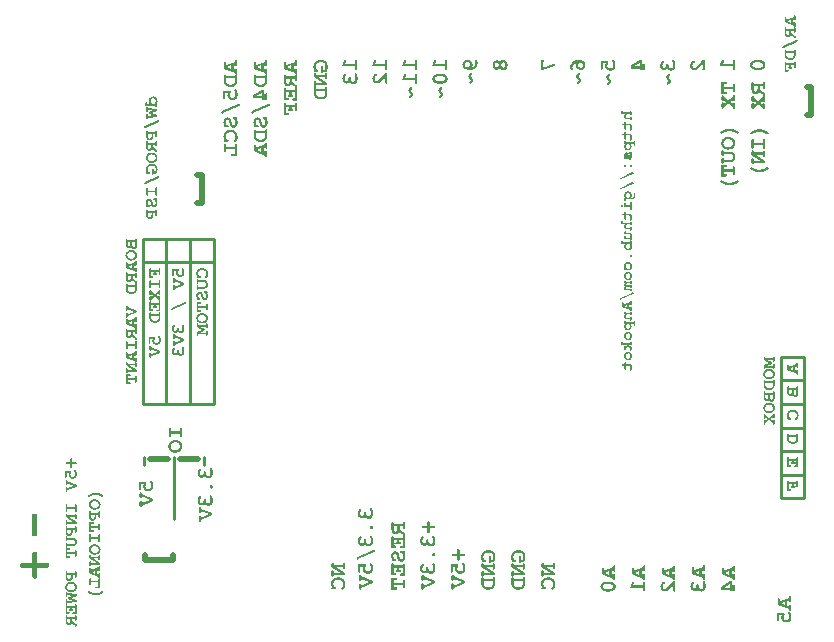
<source format=gbo>
G04*
G04 #@! TF.GenerationSoftware,Altium Limited,Altium Designer,20.0.2 (26)*
G04*
G04 Layer_Color=32896*
%FSLAX44Y44*%
%MOMM*%
G71*
G01*
G75*
%ADD13C,0.2540*%
%ADD85C,0.5080*%
G36*
X669333Y134983D02*
X669450Y134967D01*
X669633Y134883D01*
X669700Y134833D01*
X669750Y134800D01*
X669767Y134783D01*
X669783Y134767D01*
X669850Y134650D01*
X669900Y134534D01*
X669967Y134250D01*
X669983Y134117D01*
X670000Y134017D01*
Y130451D01*
X669983Y130251D01*
X669967Y130068D01*
X669933Y129935D01*
X669883Y129818D01*
X669850Y129735D01*
X669817Y129668D01*
X669800Y129635D01*
X669783Y129618D01*
X669700Y129535D01*
X669600Y129468D01*
X669500Y129435D01*
X669417Y129401D01*
X669333Y129385D01*
X669267Y129368D01*
X669233D01*
X669217D01*
X669084Y129385D01*
X668984Y129401D01*
X668800Y129485D01*
X668734Y129535D01*
X668684Y129585D01*
X668667Y129601D01*
X668650Y129618D01*
X668567Y129718D01*
X668517Y129851D01*
X668450Y130135D01*
X668434Y130251D01*
X668417Y130351D01*
Y132084D01*
X666084D01*
Y130684D01*
X666284D01*
X666451Y130668D01*
X666584Y130634D01*
X666684Y130618D01*
X666768Y130584D01*
X666817Y130568D01*
X666834Y130551D01*
X666851D01*
X666951Y130435D01*
X667034Y130318D01*
X667084Y130218D01*
X667134Y130118D01*
X667151Y130035D01*
X667167Y129968D01*
Y129901D01*
X667151Y129768D01*
X667134Y129668D01*
X667051Y129485D01*
X667001Y129418D01*
X666967Y129368D01*
X666951Y129352D01*
X666934Y129335D01*
X666817Y129251D01*
X666701Y129201D01*
X666418Y129135D01*
X666284Y129118D01*
X666184Y129101D01*
X666118D01*
X666084D01*
X664501D01*
X664302Y129118D01*
X664118Y129135D01*
X663985Y129168D01*
X663868Y129218D01*
X663785Y129268D01*
X663718Y129302D01*
X663685Y129318D01*
X663668Y129335D01*
X663585Y129418D01*
X663518Y129518D01*
X663485Y129601D01*
X663452Y129701D01*
X663435Y129785D01*
X663418Y129835D01*
Y129901D01*
X663435Y130035D01*
X663468Y130151D01*
X663585Y130351D01*
X663652Y130435D01*
X663702Y130501D01*
X663735Y130534D01*
X663752Y130551D01*
X663835Y130601D01*
X663935Y130634D01*
X664185Y130668D01*
X664302Y130684D01*
X664401D01*
X664468D01*
X664501D01*
Y132084D01*
X662185D01*
Y128019D01*
X663018D01*
X663218Y128002D01*
X663402Y127985D01*
X663552Y127952D01*
X663668Y127902D01*
X663752Y127868D01*
X663818Y127835D01*
X663852Y127818D01*
X663868Y127802D01*
X663952Y127718D01*
X664001Y127619D01*
X664068Y127435D01*
X664085Y127352D01*
X664101Y127285D01*
Y127235D01*
X664085Y127102D01*
X664068Y127002D01*
X663985Y126819D01*
X663935Y126752D01*
X663902Y126702D01*
X663885Y126685D01*
X663868Y126669D01*
X663752Y126586D01*
X663635Y126536D01*
X663352Y126469D01*
X663218Y126452D01*
X663118Y126435D01*
X663052D01*
X663018D01*
X660619D01*
X660602Y133917D01*
X660619Y134117D01*
X660636Y134300D01*
X660669Y134450D01*
X660719Y134567D01*
X660769Y134650D01*
X660802Y134717D01*
X660819Y134750D01*
X660836Y134767D01*
X660919Y134850D01*
X661019Y134900D01*
X661202Y134967D01*
X661286Y134983D01*
X661336Y135000D01*
X661385D01*
X661402D01*
X661519Y134983D01*
X661636Y134967D01*
X661819Y134883D01*
X661885Y134833D01*
X661935Y134800D01*
X661952Y134783D01*
X661969Y134767D01*
X662035Y134650D01*
X662085Y134534D01*
X662152Y134250D01*
X662169Y134117D01*
X662185Y134017D01*
Y133667D01*
X668417D01*
Y133917D01*
X668434Y134117D01*
X668450Y134300D01*
X668484Y134450D01*
X668534Y134567D01*
X668584Y134650D01*
X668617Y134717D01*
X668634Y134750D01*
X668650Y134767D01*
X668734Y134850D01*
X668834Y134900D01*
X669017Y134967D01*
X669100Y134983D01*
X669150Y135000D01*
X669200D01*
X669217D01*
X669333Y134983D01*
D02*
G37*
G36*
Y154983D02*
X669450Y154967D01*
X669633Y154883D01*
X669700Y154833D01*
X669750Y154800D01*
X669767Y154783D01*
X669783Y154767D01*
X669850Y154650D01*
X669900Y154533D01*
X669967Y154250D01*
X669983Y154117D01*
X670000Y154017D01*
Y146435D01*
X667551D01*
X667351Y146452D01*
X667167Y146469D01*
X667034Y146502D01*
X666917Y146552D01*
X666834Y146602D01*
X666768Y146636D01*
X666734Y146652D01*
X666718Y146669D01*
X666634Y146752D01*
X666568Y146852D01*
X666534Y146935D01*
X666501Y147035D01*
X666484Y147119D01*
X666468Y147169D01*
Y147235D01*
X666484Y147352D01*
X666501Y147469D01*
X666584Y147652D01*
X666634Y147718D01*
X666684Y147768D01*
X666701Y147785D01*
X666718Y147802D01*
X666817Y147868D01*
X666951Y147919D01*
X667234Y147985D01*
X667351Y148002D01*
X667451Y148018D01*
X667517D01*
X667551D01*
X668417D01*
Y152084D01*
X666084D01*
Y150684D01*
X666284D01*
X666451Y150668D01*
X666584Y150634D01*
X666684Y150618D01*
X666768Y150584D01*
X666817Y150568D01*
X666834Y150551D01*
X666851D01*
X666951Y150435D01*
X667034Y150318D01*
X667084Y150218D01*
X667134Y150118D01*
X667151Y150035D01*
X667167Y149968D01*
Y149901D01*
X667151Y149768D01*
X667117Y149651D01*
X667001Y149451D01*
X666951Y149368D01*
X666901Y149302D01*
X666868Y149268D01*
X666851Y149251D01*
X666768Y149201D01*
X666667Y149168D01*
X666401Y149118D01*
X666284Y149101D01*
X666184D01*
X666118D01*
X666084D01*
X664501D01*
X664302Y149118D01*
X664118Y149135D01*
X663985Y149168D01*
X663868Y149218D01*
X663785Y149268D01*
X663718Y149302D01*
X663685Y149318D01*
X663668Y149335D01*
X663585Y149418D01*
X663518Y149518D01*
X663485Y149601D01*
X663452Y149701D01*
X663435Y149785D01*
X663418Y149835D01*
Y149901D01*
X663435Y150035D01*
X663468Y150151D01*
X663585Y150351D01*
X663652Y150435D01*
X663702Y150501D01*
X663735Y150534D01*
X663752Y150551D01*
X663835Y150601D01*
X663935Y150634D01*
X664185Y150668D01*
X664302Y150684D01*
X664401D01*
X664468D01*
X664501D01*
Y152084D01*
X662185D01*
Y148352D01*
X663018D01*
X663218Y148335D01*
X663402Y148318D01*
X663552Y148285D01*
X663668Y148235D01*
X663752Y148202D01*
X663818Y148168D01*
X663852Y148152D01*
X663868Y148135D01*
X663952Y148052D01*
X664001Y147952D01*
X664068Y147768D01*
X664085Y147685D01*
X664101Y147619D01*
Y147569D01*
X664085Y147435D01*
X664068Y147335D01*
X663985Y147152D01*
X663935Y147085D01*
X663902Y147035D01*
X663885Y147019D01*
X663868Y147002D01*
X663752Y146919D01*
X663635Y146869D01*
X663352Y146802D01*
X663218Y146785D01*
X663118Y146769D01*
X663052D01*
X663018D01*
X660619D01*
X660602Y153917D01*
X660619Y154117D01*
X660636Y154300D01*
X660669Y154450D01*
X660719Y154567D01*
X660769Y154650D01*
X660802Y154717D01*
X660819Y154750D01*
X660836Y154767D01*
X660919Y154850D01*
X661019Y154900D01*
X661202Y154967D01*
X661286Y154983D01*
X661336Y155000D01*
X661385D01*
X661402D01*
X661519Y154983D01*
X661636Y154967D01*
X661819Y154883D01*
X661885Y154833D01*
X661935Y154800D01*
X661952Y154783D01*
X661969Y154767D01*
X662035Y154650D01*
X662085Y154533D01*
X662152Y154250D01*
X662169Y154117D01*
X662185Y154017D01*
Y153667D01*
X668417D01*
Y153917D01*
X668434Y154117D01*
X668450Y154300D01*
X668484Y154450D01*
X668534Y154567D01*
X668584Y154650D01*
X668617Y154717D01*
X668634Y154750D01*
X668650Y154767D01*
X668734Y154850D01*
X668834Y154900D01*
X669017Y154967D01*
X669100Y154983D01*
X669150Y155000D01*
X669200D01*
X669217D01*
X669333Y154983D01*
D02*
G37*
G36*
Y174983D02*
X669450Y174967D01*
X669633Y174883D01*
X669700Y174833D01*
X669750Y174800D01*
X669767Y174783D01*
X669783Y174767D01*
X669850Y174650D01*
X669900Y174534D01*
X669967Y174250D01*
X669983Y174117D01*
X670000Y174017D01*
Y170701D01*
X669983Y170251D01*
X669950Y169851D01*
X669883Y169518D01*
X669817Y169218D01*
X669767Y168985D01*
X669700Y168818D01*
X669683Y168768D01*
X669667Y168718D01*
X669650Y168702D01*
Y168685D01*
X669550Y168502D01*
X669434Y168302D01*
X669317Y168135D01*
X669200Y167969D01*
X669100Y167835D01*
X669017Y167735D01*
X668950Y167652D01*
X668934Y167635D01*
X668734Y167435D01*
X668517Y167252D01*
X668300Y167102D01*
X668101Y166969D01*
X667917Y166852D01*
X667784Y166785D01*
X667684Y166735D01*
X667667Y166719D01*
X667651D01*
X667351Y166602D01*
X667034Y166519D01*
X666734Y166452D01*
X666468Y166419D01*
X666218Y166385D01*
X666034Y166369D01*
X665968D01*
X665918D01*
X665884D01*
X665868D01*
X665101D01*
X664801D01*
X664535Y166402D01*
X664285Y166436D01*
X664085Y166469D01*
X663918Y166502D01*
X663802Y166535D01*
X663735Y166552D01*
X663702Y166569D01*
X663485Y166652D01*
X663285Y166735D01*
X663085Y166835D01*
X662918Y166919D01*
X662768Y167002D01*
X662652Y167069D01*
X662585Y167119D01*
X662552Y167135D01*
X662352Y167269D01*
X662169Y167402D01*
X662002Y167519D01*
X661869Y167619D01*
X661769Y167702D01*
X661702Y167768D01*
X661652Y167819D01*
X661636Y167835D01*
X661469Y168018D01*
X661336Y168218D01*
X661202Y168418D01*
X661102Y168618D01*
X661019Y168785D01*
X660952Y168918D01*
X660919Y169018D01*
X660902Y169035D01*
Y169051D01*
X660802Y169335D01*
X660736Y169601D01*
X660686Y169851D01*
X660652Y170085D01*
X660636Y170285D01*
X660619Y170434D01*
Y170568D01*
X660602Y173917D01*
X660619Y174117D01*
X660636Y174300D01*
X660669Y174450D01*
X660719Y174567D01*
X660769Y174650D01*
X660802Y174717D01*
X660819Y174750D01*
X660836Y174767D01*
X660919Y174850D01*
X661019Y174900D01*
X661202Y174967D01*
X661286Y174983D01*
X661336Y175000D01*
X661385D01*
X661402D01*
X661519Y174983D01*
X661636Y174967D01*
X661819Y174883D01*
X661885Y174833D01*
X661935Y174800D01*
X661952Y174783D01*
X661969Y174767D01*
X662035Y174650D01*
X662085Y174534D01*
X662152Y174250D01*
X662169Y174117D01*
X662185Y174017D01*
Y173917D01*
X668417D01*
X668434Y174117D01*
X668450Y174300D01*
X668484Y174450D01*
X668534Y174567D01*
X668584Y174650D01*
X668617Y174717D01*
X668634Y174750D01*
X668650Y174767D01*
X668734Y174850D01*
X668834Y174900D01*
X669017Y174967D01*
X669100Y174983D01*
X669150Y175000D01*
X669200D01*
X669217D01*
X669333Y174983D01*
D02*
G37*
G36*
X666451Y194967D02*
X666868Y194900D01*
X667234Y194800D01*
X667567Y194683D01*
X667834Y194567D01*
X667951Y194517D01*
X668034Y194467D01*
X668117Y194417D01*
X668167Y194400D01*
X668201Y194367D01*
X668217D01*
X668567Y194117D01*
X668867Y193850D01*
X669117Y193584D01*
X669317Y193334D01*
X669483Y193117D01*
X669600Y192950D01*
X669633Y192884D01*
X669667Y192834D01*
X669683Y192817D01*
Y192801D01*
X669867Y192367D01*
X670017Y191934D01*
X670117Y191501D01*
X670183Y191101D01*
X670200Y190934D01*
X670217Y190768D01*
X670233Y190634D01*
Y190501D01*
X670250Y190401D01*
Y190268D01*
X670233Y189818D01*
X670183Y189401D01*
X670117Y189035D01*
X670033Y188702D01*
X669967Y188435D01*
X669933Y188318D01*
X669900Y188218D01*
X669867Y188152D01*
X669850Y188102D01*
X669833Y188068D01*
Y188052D01*
X669717Y187785D01*
X669567Y187552D01*
X669434Y187335D01*
X669300Y187169D01*
X669167Y187019D01*
X669067Y186919D01*
X669000Y186852D01*
X668984Y186835D01*
X668850Y186719D01*
X668717Y186635D01*
X668600Y186586D01*
X668500Y186535D01*
X668400Y186519D01*
X668334Y186502D01*
X668300D01*
X668284D01*
X668167Y186519D01*
X668051Y186535D01*
X667867Y186619D01*
X667801Y186669D01*
X667751Y186719D01*
X667734Y186735D01*
X667717Y186752D01*
X667634Y186835D01*
X667567Y186935D01*
X667534Y187035D01*
X667501Y187119D01*
X667484Y187185D01*
X667467Y187252D01*
Y187302D01*
X667484Y187435D01*
X667501Y187535D01*
X667534Y187602D01*
X667551Y187635D01*
X667584Y187685D01*
X667634Y187752D01*
X667734Y187868D01*
X667834Y187969D01*
X667851Y188002D01*
X667867Y188018D01*
X668017Y188168D01*
X668134Y188302D01*
X668234Y188435D01*
X668300Y188535D01*
X668367Y188635D01*
X668400Y188702D01*
X668434Y188752D01*
Y188768D01*
X668517Y189002D01*
X668567Y189268D01*
X668617Y189518D01*
X668634Y189751D01*
X668650Y189951D01*
X668667Y190118D01*
Y190268D01*
X668650Y190534D01*
X668634Y190784D01*
X668550Y191251D01*
X668484Y191468D01*
X668417Y191651D01*
X668350Y191817D01*
X668284Y191984D01*
X668217Y192117D01*
X668150Y192234D01*
X668084Y192351D01*
X668017Y192434D01*
X667967Y192501D01*
X667934Y192551D01*
X667900Y192567D01*
Y192584D01*
X667751Y192734D01*
X667601Y192850D01*
X667434Y192967D01*
X667284Y193067D01*
X666951Y193217D01*
X666651Y193317D01*
X666384Y193367D01*
X666268Y193384D01*
X666168Y193400D01*
X666101Y193417D01*
X666034D01*
X666001D01*
X665984D01*
X664951D01*
X664601Y193400D01*
X664285Y193350D01*
X664001Y193267D01*
X663752Y193184D01*
X663552Y193117D01*
X663402Y193034D01*
X663318Y192984D01*
X663285Y192967D01*
X663035Y192784D01*
X662835Y192601D01*
X662652Y192434D01*
X662519Y192267D01*
X662402Y192134D01*
X662335Y192017D01*
X662285Y191951D01*
X662269Y191917D01*
X662169Y191684D01*
X662085Y191451D01*
X662035Y191234D01*
X661985Y191034D01*
X661969Y190851D01*
X661952Y190718D01*
Y190601D01*
X661969Y190385D01*
X661985Y190168D01*
X662019Y189985D01*
X662052Y189801D01*
X662102Y189668D01*
X662135Y189551D01*
X662152Y189468D01*
X662169Y189451D01*
X662252Y189251D01*
X662352Y189068D01*
X662435Y188918D01*
X662535Y188802D01*
X662619Y188702D01*
X662669Y188618D01*
X662719Y188585D01*
X662735Y188568D01*
X662885Y188468D01*
X663052Y188385D01*
X663118Y188368D01*
X663185Y188352D01*
X663218Y188335D01*
X663235D01*
X663402Y188302D01*
X663535Y188252D01*
X663652Y188202D01*
X663752Y188168D01*
X663818Y188118D01*
X663868Y188085D01*
X663885Y188052D01*
X663902D01*
X664001Y187902D01*
X664052Y187735D01*
Y187668D01*
X664068Y187602D01*
Y187552D01*
X664052Y187419D01*
X664035Y187319D01*
X663952Y187135D01*
X663902Y187069D01*
X663868Y187019D01*
X663852Y187002D01*
X663835Y186985D01*
X663735Y186902D01*
X663602Y186852D01*
X663335Y186785D01*
X663218Y186769D01*
X663118Y186752D01*
X663035D01*
X663018D01*
X661669D01*
X661469Y186769D01*
X661302Y186785D01*
X661152Y186819D01*
X661036Y186869D01*
X660952Y186919D01*
X660902Y186952D01*
X660869Y186969D01*
X660852Y186985D01*
X660769Y187069D01*
X660702Y187169D01*
X660669Y187252D01*
X660636Y187352D01*
X660619Y187435D01*
X660602Y187485D01*
Y187552D01*
X660619Y187702D01*
X660652Y187819D01*
X660702Y187902D01*
X660719Y187918D01*
Y187935D01*
X660802Y188052D01*
X660902Y188152D01*
X660986Y188218D01*
X661002Y188235D01*
X661019D01*
X660802Y188635D01*
X660719Y188835D01*
X660652Y189002D01*
X660602Y189151D01*
X660569Y189268D01*
X660536Y189335D01*
Y189368D01*
X660436Y189818D01*
X660403Y190035D01*
X660386Y190235D01*
X660369Y190401D01*
Y190651D01*
X660386Y191068D01*
X660452Y191484D01*
X660552Y191851D01*
X660652Y192167D01*
X660769Y192451D01*
X660819Y192551D01*
X660852Y192651D01*
X660902Y192734D01*
X660919Y192784D01*
X660952Y192817D01*
Y192834D01*
X661186Y193200D01*
X661452Y193517D01*
X661736Y193784D01*
X662002Y194017D01*
X662252Y194200D01*
X662435Y194333D01*
X662519Y194367D01*
X662569Y194400D01*
X662602Y194433D01*
X662619D01*
X663018Y194617D01*
X663435Y194767D01*
X663818Y194867D01*
X664168Y194933D01*
X664335Y194950D01*
X664485Y194967D01*
X664618Y194983D01*
X664718D01*
X664818Y195000D01*
X664885D01*
X664918D01*
X664935D01*
X666018D01*
X666451Y194967D01*
D02*
G37*
G36*
X669333Y214983D02*
X669450Y214967D01*
X669633Y214883D01*
X669700Y214833D01*
X669750Y214800D01*
X669767Y214783D01*
X669783Y214767D01*
X669850Y214650D01*
X669900Y214534D01*
X669967Y214250D01*
X669983Y214117D01*
X670000Y214017D01*
Y209251D01*
X669983Y208935D01*
X669967Y208668D01*
X669933Y208418D01*
X669900Y208202D01*
X669867Y208035D01*
X669833Y207918D01*
X669800Y207852D01*
Y207819D01*
X669717Y207602D01*
X669633Y207419D01*
X669550Y207252D01*
X669450Y207119D01*
X669383Y207002D01*
X669317Y206919D01*
X669284Y206869D01*
X669267Y206852D01*
X669067Y206652D01*
X668867Y206486D01*
X668784Y206436D01*
X668717Y206385D01*
X668667Y206369D01*
X668650Y206352D01*
X668450Y206252D01*
X668251Y206186D01*
X668067Y206136D01*
X667900Y206102D01*
X667751Y206086D01*
X667634Y206069D01*
X667567D01*
X667534D01*
X667251Y206086D01*
X667001Y206136D01*
X666768Y206186D01*
X666568Y206252D01*
X666401Y206336D01*
X666268Y206385D01*
X666201Y206436D01*
X666168Y206452D01*
X665951Y206602D01*
X665751Y206785D01*
X665568Y206969D01*
X665418Y207152D01*
X665285Y207319D01*
X665201Y207452D01*
X665135Y207535D01*
X665118Y207552D01*
Y207569D01*
X664968Y207435D01*
X664818Y207302D01*
X664685Y207202D01*
X664551Y207119D01*
X664451Y207052D01*
X664368Y207002D01*
X664302Y206985D01*
X664285Y206969D01*
X664101Y206902D01*
X663935Y206835D01*
X663768Y206802D01*
X663618Y206785D01*
X663485Y206769D01*
X663385Y206752D01*
X663318D01*
X663302D01*
X663102Y206769D01*
X662902Y206785D01*
X662535Y206885D01*
X662219Y207035D01*
X661935Y207185D01*
X661719Y207352D01*
X661535Y207502D01*
X661486Y207552D01*
X661435Y207602D01*
X661419Y207619D01*
X661402Y207635D01*
X661269Y207802D01*
X661136Y207985D01*
X660936Y208352D01*
X660802Y208735D01*
X660702Y209102D01*
X660636Y209435D01*
X660619Y209568D01*
Y209701D01*
X660602Y209801D01*
Y213917D01*
X660619Y214117D01*
X660636Y214300D01*
X660669Y214450D01*
X660719Y214567D01*
X660769Y214650D01*
X660802Y214717D01*
X660819Y214750D01*
X660836Y214767D01*
X660919Y214850D01*
X661019Y214900D01*
X661202Y214967D01*
X661286Y214983D01*
X661336Y215000D01*
X661385D01*
X661402D01*
X661519Y214983D01*
X661636Y214967D01*
X661819Y214883D01*
X661885Y214833D01*
X661935Y214800D01*
X661952Y214783D01*
X661969Y214767D01*
X662035Y214650D01*
X662085Y214534D01*
X662152Y214250D01*
X662169Y214117D01*
X662185Y214017D01*
Y213667D01*
X668417D01*
Y213917D01*
X668434Y214117D01*
X668450Y214300D01*
X668484Y214450D01*
X668534Y214567D01*
X668584Y214650D01*
X668617Y214717D01*
X668634Y214750D01*
X668650Y214767D01*
X668734Y214850D01*
X668834Y214900D01*
X669017Y214967D01*
X669100Y214983D01*
X669150Y215000D01*
X669200D01*
X669217D01*
X669333Y214983D01*
D02*
G37*
G36*
Y234983D02*
X669450Y234967D01*
X669633Y234867D01*
X669700Y234833D01*
X669750Y234783D01*
X669767Y234767D01*
X669783Y234750D01*
X669850Y234650D01*
X669900Y234517D01*
X669967Y234250D01*
X669983Y234134D01*
X670000Y234034D01*
Y231834D01*
X669983Y231634D01*
X669967Y231451D01*
X669933Y231318D01*
X669883Y231201D01*
X669850Y231118D01*
X669817Y231051D01*
X669800Y231018D01*
X669783Y231001D01*
X669700Y230918D01*
X669600Y230851D01*
X669500Y230818D01*
X669417Y230784D01*
X669333Y230768D01*
X669267Y230751D01*
X669233D01*
X669217D01*
X669084Y230768D01*
X668984Y230784D01*
X668800Y230868D01*
X668734Y230918D01*
X668684Y230968D01*
X668667Y230984D01*
X668650Y231001D01*
X668567Y231101D01*
X668517Y231234D01*
X668450Y231518D01*
X668434Y231634D01*
X668417Y231734D01*
Y232217D01*
X667434Y231817D01*
Y227985D01*
X668417Y227585D01*
Y227969D01*
X668434Y228168D01*
X668450Y228352D01*
X668484Y228485D01*
X668534Y228602D01*
X668584Y228685D01*
X668617Y228752D01*
X668634Y228785D01*
X668650Y228802D01*
X668734Y228885D01*
X668834Y228935D01*
X669017Y229002D01*
X669100Y229018D01*
X669150Y229035D01*
X669200D01*
X669217D01*
X669333Y229018D01*
X669450Y229002D01*
X669633Y228918D01*
X669700Y228868D01*
X669750Y228835D01*
X669767Y228818D01*
X669783Y228802D01*
X669850Y228702D01*
X669900Y228568D01*
X669967Y228285D01*
X669983Y228168D01*
X670000Y228069D01*
Y225869D01*
X669983Y225669D01*
X669967Y225486D01*
X669933Y225352D01*
X669883Y225236D01*
X669850Y225152D01*
X669817Y225086D01*
X669800Y225053D01*
X669783Y225036D01*
X669700Y224953D01*
X669600Y224886D01*
X669500Y224853D01*
X669417Y224819D01*
X669333Y224803D01*
X669267Y224786D01*
X669233D01*
X669217D01*
X669084Y224803D01*
X668967Y224836D01*
X668767Y224953D01*
X668684Y225019D01*
X668617Y225069D01*
X668584Y225103D01*
X668567Y225119D01*
X668517Y225203D01*
X668484Y225303D01*
X668434Y225552D01*
X668417Y225669D01*
Y225869D01*
X660602Y229051D01*
Y232451D01*
X660619Y232651D01*
X660636Y232834D01*
X660669Y232967D01*
X660719Y233084D01*
X660769Y233167D01*
X660802Y233234D01*
X660819Y233267D01*
X660836Y233284D01*
X660919Y233367D01*
X661019Y233417D01*
X661202Y233484D01*
X661286Y233500D01*
X661336Y233517D01*
X661385D01*
X661402D01*
X661519Y233500D01*
X661636Y233484D01*
X661819Y233400D01*
X661885Y233350D01*
X661935Y233317D01*
X661952Y233300D01*
X661969Y233284D01*
X662035Y233184D01*
X662085Y233050D01*
X662152Y232767D01*
X662169Y232651D01*
X662185Y232551D01*
Y231418D01*
X668417Y233934D01*
X668434Y234134D01*
X668450Y234300D01*
X668484Y234450D01*
X668534Y234567D01*
X668584Y234650D01*
X668617Y234700D01*
X668634Y234733D01*
X668650Y234750D01*
X668734Y234833D01*
X668834Y234900D01*
X668917Y234933D01*
X669017Y234967D01*
X669100Y234983D01*
X669150Y235000D01*
X669200D01*
X669217D01*
X669333Y234983D01*
D02*
G37*
G36*
X649333Y239983D02*
X649450Y239967D01*
X649633Y239867D01*
X649700Y239833D01*
X649750Y239783D01*
X649767Y239767D01*
X649783Y239750D01*
X649850Y239650D01*
X649900Y239517D01*
X649967Y239250D01*
X649983Y239117D01*
X650000Y239017D01*
Y236768D01*
X649983Y236567D01*
X649967Y236384D01*
X649933Y236251D01*
X649883Y236134D01*
X649850Y236051D01*
X649817Y235984D01*
X649800Y235951D01*
X649783Y235934D01*
X649700Y235851D01*
X649600Y235784D01*
X649500Y235751D01*
X649417Y235718D01*
X649333Y235701D01*
X649267Y235684D01*
X649234D01*
X649217D01*
X649084Y235701D01*
X648984Y235718D01*
X648800Y235801D01*
X648734Y235851D01*
X648684Y235901D01*
X648667Y235918D01*
X648650Y235934D01*
X648567Y236034D01*
X648517Y236168D01*
X648450Y236451D01*
X648434Y236567D01*
X648417Y236667D01*
Y237334D01*
X643685D01*
X647767Y235468D01*
Y234102D01*
X643685Y232252D01*
X648417D01*
Y232835D01*
X648434Y233035D01*
X648450Y233218D01*
X648484Y233368D01*
X648534Y233485D01*
X648584Y233568D01*
X648617Y233635D01*
X648634Y233668D01*
X648650Y233685D01*
X648734Y233768D01*
X648834Y233818D01*
X649017Y233885D01*
X649100Y233902D01*
X649150Y233918D01*
X649200D01*
X649217D01*
X649333Y233902D01*
X649450Y233885D01*
X649633Y233802D01*
X649700Y233752D01*
X649750Y233718D01*
X649767Y233702D01*
X649783Y233685D01*
X649850Y233568D01*
X649900Y233452D01*
X649967Y233168D01*
X649983Y233035D01*
X650000Y232935D01*
Y230669D01*
X649983Y230469D01*
X649967Y230286D01*
X649933Y230152D01*
X649883Y230036D01*
X649850Y229953D01*
X649817Y229886D01*
X649800Y229853D01*
X649783Y229836D01*
X649700Y229753D01*
X649600Y229686D01*
X649500Y229653D01*
X649417Y229619D01*
X649333Y229603D01*
X649267Y229586D01*
X649234D01*
X649217D01*
X649084Y229603D01*
X648984Y229619D01*
X648800Y229703D01*
X648734Y229753D01*
X648684Y229803D01*
X648667Y229819D01*
X648650Y229836D01*
X648567Y229936D01*
X648517Y230069D01*
X648450Y230352D01*
X648434Y230469D01*
X648417Y230569D01*
Y230669D01*
X642185D01*
X642169Y230469D01*
X642152Y230286D01*
X642119Y230152D01*
X642069Y230036D01*
X642035Y229953D01*
X642002Y229886D01*
X641985Y229853D01*
X641969Y229836D01*
X641885Y229753D01*
X641786Y229686D01*
X641685Y229653D01*
X641602Y229619D01*
X641519Y229603D01*
X641452Y229586D01*
X641419D01*
X641402D01*
X641269Y229603D01*
X641169Y229619D01*
X640986Y229703D01*
X640919Y229753D01*
X640869Y229803D01*
X640852Y229819D01*
X640836Y229836D01*
X640752Y229936D01*
X640702Y230069D01*
X640636Y230352D01*
X640619Y230469D01*
X640602Y230569D01*
Y232635D01*
X645385Y234785D01*
X640602Y236967D01*
Y238917D01*
X640619Y239117D01*
X640636Y239300D01*
X640669Y239450D01*
X640719Y239550D01*
X640769Y239650D01*
X640802Y239700D01*
X640819Y239733D01*
X640836Y239750D01*
X640919Y239833D01*
X641019Y239900D01*
X641102Y239933D01*
X641202Y239967D01*
X641286Y239983D01*
X641336Y240000D01*
X641386D01*
X641402D01*
X641519Y239983D01*
X641636Y239967D01*
X641819Y239867D01*
X641885Y239833D01*
X641935Y239783D01*
X641952Y239767D01*
X641969Y239750D01*
X642035Y239650D01*
X642085Y239517D01*
X642152Y239250D01*
X642169Y239117D01*
X642185Y239017D01*
Y238917D01*
X648417D01*
X648434Y239117D01*
X648450Y239300D01*
X648484Y239450D01*
X648534Y239550D01*
X648584Y239650D01*
X648617Y239700D01*
X648634Y239733D01*
X648650Y239750D01*
X648734Y239833D01*
X648834Y239900D01*
X648917Y239933D01*
X649017Y239967D01*
X649100Y239983D01*
X649150Y240000D01*
X649200D01*
X649217D01*
X649333Y239983D01*
D02*
G37*
G36*
X645734Y229736D02*
X646151Y229686D01*
X646518Y229603D01*
X646884Y229503D01*
X647217Y229386D01*
X647534Y229253D01*
X647817Y229119D01*
X648067Y228969D01*
X648300Y228820D01*
X648500Y228686D01*
X648684Y228553D01*
X648817Y228436D01*
X648934Y228336D01*
X649017Y228253D01*
X649067Y228203D01*
X649084Y228186D01*
X649284Y227936D01*
X649467Y227687D01*
X649617Y227453D01*
X649750Y227203D01*
X649867Y226953D01*
X649967Y226720D01*
X650050Y226487D01*
X650100Y226270D01*
X650150Y226070D01*
X650183Y225887D01*
X650217Y225720D01*
X650233Y225587D01*
X650250Y225470D01*
Y225320D01*
X650233Y224987D01*
X650183Y224671D01*
X650117Y224371D01*
X650033Y224087D01*
X649917Y223821D01*
X649800Y223554D01*
X649683Y223321D01*
X649550Y223104D01*
X649417Y222904D01*
X649300Y222721D01*
X649167Y222571D01*
X649067Y222438D01*
X648984Y222338D01*
X648917Y222271D01*
X648867Y222221D01*
X648850Y222205D01*
X648584Y221971D01*
X648284Y221755D01*
X648000Y221571D01*
X647701Y221421D01*
X647401Y221288D01*
X647117Y221188D01*
X646817Y221088D01*
X646551Y221021D01*
X646301Y220972D01*
X646068Y220922D01*
X645851Y220888D01*
X645668Y220872D01*
X645518D01*
X645418Y220855D01*
X645334D01*
X645318D01*
X644935Y220872D01*
X644551Y220905D01*
X644202Y220972D01*
X643868Y221071D01*
X643568Y221171D01*
X643268Y221288D01*
X643002Y221405D01*
X642752Y221521D01*
X642535Y221655D01*
X642352Y221771D01*
X642185Y221888D01*
X642035Y221988D01*
X641935Y222071D01*
X641852Y222138D01*
X641802Y222188D01*
X641786Y222205D01*
X641535Y222454D01*
X641319Y222721D01*
X641136Y222988D01*
X640969Y223254D01*
X640836Y223521D01*
X640719Y223787D01*
X640619Y224037D01*
X640552Y224271D01*
X640486Y224487D01*
X640436Y224687D01*
X640419Y224870D01*
X640386Y225021D01*
Y225154D01*
X640369Y225237D01*
Y225320D01*
X640386Y225620D01*
X640419Y225904D01*
X640486Y226170D01*
X640552Y226437D01*
X640736Y226920D01*
X640852Y227137D01*
X640952Y227353D01*
X641069Y227537D01*
X641186Y227703D01*
X641286Y227836D01*
X641369Y227953D01*
X641435Y228053D01*
X641502Y228120D01*
X641535Y228170D01*
X641552Y228186D01*
X641835Y228470D01*
X642135Y228703D01*
X642435Y228920D01*
X642752Y229086D01*
X643068Y229236D01*
X643385Y229369D01*
X643685Y229469D01*
X643985Y229553D01*
X644251Y229619D01*
X644501Y229669D01*
X644735Y229703D01*
X644935Y229719D01*
X645101Y229736D01*
X645218Y229753D01*
X645285D01*
X645318D01*
X645734Y229736D01*
D02*
G37*
G36*
X649333Y220388D02*
X649450Y220372D01*
X649633Y220288D01*
X649700Y220238D01*
X649750Y220205D01*
X649767Y220188D01*
X649783Y220172D01*
X649850Y220055D01*
X649900Y219939D01*
X649967Y219655D01*
X649983Y219522D01*
X650000Y219422D01*
Y216106D01*
X649983Y215656D01*
X649950Y215256D01*
X649883Y214923D01*
X649817Y214623D01*
X649767Y214390D01*
X649700Y214223D01*
X649683Y214173D01*
X649667Y214123D01*
X649650Y214107D01*
Y214090D01*
X649550Y213907D01*
X649434Y213707D01*
X649317Y213540D01*
X649200Y213374D01*
X649100Y213240D01*
X649017Y213140D01*
X648950Y213057D01*
X648934Y213040D01*
X648734Y212840D01*
X648517Y212657D01*
X648300Y212507D01*
X648101Y212374D01*
X647917Y212257D01*
X647784Y212190D01*
X647684Y212141D01*
X647667Y212124D01*
X647651D01*
X647351Y212007D01*
X647034Y211924D01*
X646734Y211857D01*
X646468Y211824D01*
X646218Y211791D01*
X646034Y211774D01*
X645968D01*
X645918D01*
X645884D01*
X645868D01*
X645101D01*
X644801D01*
X644535Y211807D01*
X644285Y211840D01*
X644085Y211874D01*
X643918Y211907D01*
X643802Y211940D01*
X643735Y211957D01*
X643702Y211974D01*
X643485Y212057D01*
X643285Y212141D01*
X643085Y212240D01*
X642918Y212324D01*
X642768Y212407D01*
X642652Y212474D01*
X642585Y212524D01*
X642552Y212540D01*
X642352Y212674D01*
X642169Y212807D01*
X642002Y212924D01*
X641869Y213024D01*
X641769Y213107D01*
X641702Y213174D01*
X641652Y213223D01*
X641636Y213240D01*
X641469Y213424D01*
X641336Y213623D01*
X641202Y213823D01*
X641102Y214023D01*
X641019Y214190D01*
X640952Y214323D01*
X640919Y214423D01*
X640902Y214440D01*
Y214457D01*
X640802Y214740D01*
X640736Y215006D01*
X640686Y215256D01*
X640652Y215490D01*
X640636Y215690D01*
X640619Y215840D01*
Y215973D01*
X640602Y219322D01*
X640619Y219522D01*
X640636Y219705D01*
X640669Y219855D01*
X640719Y219972D01*
X640769Y220055D01*
X640802Y220122D01*
X640819Y220155D01*
X640836Y220172D01*
X640919Y220255D01*
X641019Y220305D01*
X641202Y220372D01*
X641286Y220388D01*
X641336Y220405D01*
X641386D01*
X641402D01*
X641519Y220388D01*
X641636Y220372D01*
X641819Y220288D01*
X641885Y220238D01*
X641935Y220205D01*
X641952Y220188D01*
X641969Y220172D01*
X642035Y220055D01*
X642085Y219939D01*
X642152Y219655D01*
X642169Y219522D01*
X642185Y219422D01*
Y219322D01*
X648417D01*
X648434Y219522D01*
X648450Y219705D01*
X648484Y219855D01*
X648534Y219972D01*
X648584Y220055D01*
X648617Y220122D01*
X648634Y220155D01*
X648650Y220172D01*
X648734Y220255D01*
X648834Y220305D01*
X649017Y220372D01*
X649100Y220388D01*
X649150Y220405D01*
X649200D01*
X649217D01*
X649333Y220388D01*
D02*
G37*
G36*
Y210807D02*
X649450Y210791D01*
X649633Y210707D01*
X649700Y210658D01*
X649750Y210624D01*
X649767Y210607D01*
X649783Y210591D01*
X649850Y210474D01*
X649900Y210358D01*
X649967Y210074D01*
X649983Y209941D01*
X650000Y209841D01*
Y205076D01*
X649983Y204759D01*
X649967Y204492D01*
X649933Y204242D01*
X649900Y204026D01*
X649867Y203859D01*
X649833Y203743D01*
X649800Y203676D01*
Y203643D01*
X649717Y203426D01*
X649633Y203243D01*
X649550Y203076D01*
X649450Y202943D01*
X649383Y202826D01*
X649317Y202743D01*
X649284Y202693D01*
X649267Y202676D01*
X649067Y202476D01*
X648867Y202310D01*
X648784Y202260D01*
X648717Y202210D01*
X648667Y202193D01*
X648650Y202176D01*
X648450Y202076D01*
X648251Y202010D01*
X648067Y201960D01*
X647901Y201926D01*
X647751Y201910D01*
X647634Y201893D01*
X647567D01*
X647534D01*
X647251Y201910D01*
X647001Y201960D01*
X646768Y202010D01*
X646568Y202076D01*
X646401Y202160D01*
X646268Y202210D01*
X646201Y202260D01*
X646168Y202276D01*
X645951Y202426D01*
X645751Y202610D01*
X645568Y202793D01*
X645418Y202976D01*
X645285Y203143D01*
X645201Y203276D01*
X645135Y203359D01*
X645118Y203376D01*
Y203393D01*
X644968Y203259D01*
X644818Y203126D01*
X644685Y203026D01*
X644551Y202943D01*
X644451Y202876D01*
X644368Y202826D01*
X644302Y202810D01*
X644285Y202793D01*
X644101Y202726D01*
X643935Y202660D01*
X643768Y202626D01*
X643618Y202610D01*
X643485Y202593D01*
X643385Y202576D01*
X643318D01*
X643302D01*
X643102Y202593D01*
X642902Y202610D01*
X642535Y202710D01*
X642219Y202859D01*
X641935Y203009D01*
X641719Y203176D01*
X641535Y203326D01*
X641486Y203376D01*
X641435Y203426D01*
X641419Y203443D01*
X641402Y203459D01*
X641269Y203626D01*
X641136Y203809D01*
X640936Y204176D01*
X640802Y204559D01*
X640702Y204926D01*
X640636Y205259D01*
X640619Y205392D01*
Y205525D01*
X640602Y205625D01*
Y209741D01*
X640619Y209941D01*
X640636Y210124D01*
X640669Y210274D01*
X640719Y210391D01*
X640769Y210474D01*
X640802Y210541D01*
X640819Y210574D01*
X640836Y210591D01*
X640919Y210674D01*
X641019Y210724D01*
X641202Y210791D01*
X641286Y210807D01*
X641336Y210824D01*
X641386D01*
X641402D01*
X641519Y210807D01*
X641636Y210791D01*
X641819Y210707D01*
X641885Y210658D01*
X641935Y210624D01*
X641952Y210607D01*
X641969Y210591D01*
X642035Y210474D01*
X642085Y210358D01*
X642152Y210074D01*
X642169Y209941D01*
X642185Y209841D01*
Y209491D01*
X648417D01*
Y209741D01*
X648434Y209941D01*
X648450Y210124D01*
X648484Y210274D01*
X648534Y210391D01*
X648584Y210474D01*
X648617Y210541D01*
X648634Y210574D01*
X648650Y210591D01*
X648734Y210674D01*
X648834Y210724D01*
X649017Y210791D01*
X649100Y210807D01*
X649150Y210824D01*
X649200D01*
X649217D01*
X649333Y210807D01*
D02*
G37*
G36*
X645734Y201143D02*
X646151Y201093D01*
X646518Y201010D01*
X646884Y200910D01*
X647217Y200793D01*
X647534Y200660D01*
X647817Y200527D01*
X648067Y200377D01*
X648300Y200227D01*
X648500Y200094D01*
X648684Y199960D01*
X648817Y199844D01*
X648934Y199744D01*
X649017Y199660D01*
X649067Y199610D01*
X649084Y199594D01*
X649284Y199344D01*
X649467Y199094D01*
X649617Y198860D01*
X649750Y198611D01*
X649867Y198361D01*
X649967Y198127D01*
X650050Y197894D01*
X650100Y197677D01*
X650150Y197478D01*
X650183Y197294D01*
X650217Y197128D01*
X650233Y196994D01*
X650250Y196878D01*
Y196728D01*
X650233Y196395D01*
X650183Y196078D01*
X650117Y195778D01*
X650033Y195495D01*
X649917Y195228D01*
X649800Y194961D01*
X649683Y194728D01*
X649550Y194512D01*
X649417Y194312D01*
X649300Y194128D01*
X649167Y193979D01*
X649067Y193845D01*
X648984Y193745D01*
X648917Y193678D01*
X648867Y193629D01*
X648850Y193612D01*
X648584Y193379D01*
X648284Y193162D01*
X648000Y192979D01*
X647701Y192829D01*
X647401Y192695D01*
X647117Y192596D01*
X646817Y192495D01*
X646551Y192429D01*
X646301Y192379D01*
X646068Y192329D01*
X645851Y192296D01*
X645668Y192279D01*
X645518D01*
X645418Y192262D01*
X645334D01*
X645318D01*
X644935Y192279D01*
X644551Y192312D01*
X644202Y192379D01*
X643868Y192479D01*
X643568Y192579D01*
X643268Y192695D01*
X643002Y192812D01*
X642752Y192929D01*
X642535Y193062D01*
X642352Y193179D01*
X642185Y193295D01*
X642035Y193395D01*
X641935Y193479D01*
X641852Y193545D01*
X641802Y193595D01*
X641786Y193612D01*
X641535Y193862D01*
X641319Y194128D01*
X641136Y194395D01*
X640969Y194662D01*
X640836Y194928D01*
X640719Y195195D01*
X640619Y195445D01*
X640552Y195678D01*
X640486Y195895D01*
X640436Y196095D01*
X640419Y196278D01*
X640386Y196428D01*
Y196561D01*
X640369Y196644D01*
Y196728D01*
X640386Y197028D01*
X640419Y197311D01*
X640486Y197577D01*
X640552Y197844D01*
X640736Y198327D01*
X640852Y198544D01*
X640952Y198761D01*
X641069Y198944D01*
X641186Y199111D01*
X641286Y199244D01*
X641369Y199360D01*
X641435Y199460D01*
X641502Y199527D01*
X641535Y199577D01*
X641552Y199594D01*
X641835Y199877D01*
X642135Y200110D01*
X642435Y200327D01*
X642752Y200494D01*
X643068Y200643D01*
X643385Y200777D01*
X643685Y200877D01*
X643985Y200960D01*
X644251Y201027D01*
X644501Y201077D01*
X644735Y201110D01*
X644935Y201127D01*
X645101Y201143D01*
X645218Y201160D01*
X645285D01*
X645318D01*
X645734Y201143D01*
D02*
G37*
G36*
X649333Y191896D02*
X649450Y191879D01*
X649633Y191796D01*
X649700Y191746D01*
X649750Y191712D01*
X649767Y191696D01*
X649783Y191679D01*
X649850Y191562D01*
X649900Y191446D01*
X649967Y191162D01*
X649983Y191029D01*
X650000Y190929D01*
Y188796D01*
X649983Y188580D01*
X649967Y188413D01*
X649933Y188263D01*
X649883Y188147D01*
X649850Y188063D01*
X649817Y187997D01*
X649800Y187963D01*
X649783Y187947D01*
X649700Y187863D01*
X649600Y187797D01*
X649500Y187763D01*
X649417Y187730D01*
X649333Y187713D01*
X649267Y187697D01*
X649234D01*
X649217D01*
X649084Y187713D01*
X648984Y187730D01*
X648800Y187813D01*
X648734Y187863D01*
X648684Y187913D01*
X648667Y187930D01*
X648650Y187947D01*
X648567Y188047D01*
X648517Y188180D01*
X648450Y188463D01*
X648434Y188596D01*
X648417Y188696D01*
Y188796D01*
X646468Y187180D01*
X648417Y185547D01*
X648434Y185747D01*
X648450Y185931D01*
X648484Y186080D01*
X648534Y186197D01*
X648584Y186280D01*
X648617Y186347D01*
X648634Y186380D01*
X648650Y186397D01*
X648734Y186480D01*
X648834Y186530D01*
X649017Y186597D01*
X649100Y186614D01*
X649150Y186630D01*
X649200D01*
X649217D01*
X649333Y186614D01*
X649450Y186597D01*
X649633Y186514D01*
X649700Y186464D01*
X649750Y186430D01*
X649767Y186414D01*
X649783Y186397D01*
X649850Y186280D01*
X649900Y186164D01*
X649967Y185881D01*
X649983Y185747D01*
X650000Y185647D01*
Y183498D01*
X649983Y183298D01*
X649967Y183115D01*
X649933Y182981D01*
X649883Y182865D01*
X649850Y182781D01*
X649817Y182715D01*
X649800Y182681D01*
X649783Y182665D01*
X649700Y182581D01*
X649600Y182515D01*
X649500Y182481D01*
X649417Y182448D01*
X649333Y182431D01*
X649267Y182415D01*
X649234D01*
X649217D01*
X649084Y182431D01*
X648984Y182448D01*
X648800Y182531D01*
X648734Y182581D01*
X648684Y182631D01*
X648667Y182648D01*
X648650Y182665D01*
X648567Y182765D01*
X648517Y182898D01*
X648450Y183181D01*
X648434Y183298D01*
X648417Y183398D01*
Y183498D01*
X645218Y186164D01*
X642185Y183664D01*
X642169Y183465D01*
X642152Y183281D01*
X642119Y183148D01*
X642069Y183031D01*
X642035Y182948D01*
X642002Y182881D01*
X641985Y182848D01*
X641969Y182831D01*
X641885Y182748D01*
X641786Y182681D01*
X641685Y182648D01*
X641602Y182615D01*
X641519Y182598D01*
X641452Y182581D01*
X641419D01*
X641402D01*
X641269Y182598D01*
X641169Y182615D01*
X640986Y182698D01*
X640919Y182748D01*
X640869Y182798D01*
X640852Y182815D01*
X640836Y182831D01*
X640752Y182931D01*
X640702Y183065D01*
X640636Y183348D01*
X640619Y183465D01*
X640602Y183564D01*
Y185714D01*
X640619Y185914D01*
X640636Y186097D01*
X640669Y186247D01*
X640719Y186364D01*
X640769Y186447D01*
X640802Y186514D01*
X640819Y186547D01*
X640836Y186564D01*
X640919Y186647D01*
X641019Y186697D01*
X641202Y186764D01*
X641286Y186780D01*
X641336Y186797D01*
X641386D01*
X641402D01*
X641535Y186780D01*
X641652Y186747D01*
X641852Y186647D01*
X641919Y186597D01*
X641985Y186564D01*
X642019Y186530D01*
X642035Y186514D01*
X642085Y186414D01*
X642119Y186297D01*
X642169Y186031D01*
Y185914D01*
X642185Y185814D01*
Y185714D01*
X643985Y187180D01*
X642185Y188680D01*
Y188480D01*
X642169Y188297D01*
X642135Y188163D01*
X642102Y188047D01*
X642085Y187980D01*
X642052Y187913D01*
X642035Y187897D01*
Y187880D01*
X641919Y187780D01*
X641819Y187713D01*
X641702Y187647D01*
X641619Y187613D01*
X641535Y187597D01*
X641469Y187580D01*
X641419D01*
X641402D01*
X641269Y187597D01*
X641169Y187613D01*
X640986Y187697D01*
X640919Y187747D01*
X640869Y187797D01*
X640852Y187813D01*
X640836Y187830D01*
X640752Y187930D01*
X640702Y188063D01*
X640636Y188347D01*
X640619Y188480D01*
X640602Y188580D01*
Y190713D01*
X640619Y190913D01*
X640636Y191096D01*
X640669Y191246D01*
X640719Y191362D01*
X640769Y191446D01*
X640802Y191512D01*
X640819Y191546D01*
X640836Y191562D01*
X640919Y191646D01*
X641019Y191696D01*
X641202Y191762D01*
X641286Y191779D01*
X641336Y191796D01*
X641386D01*
X641402D01*
X641519Y191779D01*
X641636Y191762D01*
X641819Y191679D01*
X641885Y191629D01*
X641935Y191596D01*
X641952Y191579D01*
X641969Y191562D01*
X642035Y191446D01*
X642085Y191329D01*
X642152Y191046D01*
X642169Y190913D01*
X642185Y190813D01*
Y190713D01*
X645218Y188213D01*
X648417Y190829D01*
X648434Y191029D01*
X648450Y191213D01*
X648484Y191362D01*
X648534Y191479D01*
X648584Y191562D01*
X648617Y191629D01*
X648634Y191662D01*
X648650Y191679D01*
X648734Y191762D01*
X648834Y191812D01*
X649017Y191879D01*
X649100Y191896D01*
X649150Y191912D01*
X649200D01*
X649217D01*
X649333Y191896D01*
D02*
G37*
G36*
X166451Y314967D02*
X166868Y314900D01*
X167234Y314800D01*
X167567Y314683D01*
X167834Y314567D01*
X167950Y314517D01*
X168034Y314467D01*
X168117Y314417D01*
X168167Y314400D01*
X168200Y314367D01*
X168217D01*
X168567Y314117D01*
X168867Y313850D01*
X169117Y313584D01*
X169317Y313334D01*
X169484Y313117D01*
X169600Y312950D01*
X169633Y312884D01*
X169667Y312834D01*
X169683Y312817D01*
Y312801D01*
X169867Y312367D01*
X170017Y311934D01*
X170117Y311501D01*
X170183Y311101D01*
X170200Y310934D01*
X170217Y310768D01*
X170233Y310634D01*
Y310501D01*
X170250Y310401D01*
Y310268D01*
X170233Y309818D01*
X170183Y309401D01*
X170117Y309035D01*
X170033Y308702D01*
X169967Y308435D01*
X169933Y308318D01*
X169900Y308218D01*
X169867Y308152D01*
X169850Y308102D01*
X169833Y308068D01*
Y308052D01*
X169717Y307785D01*
X169567Y307552D01*
X169433Y307335D01*
X169300Y307169D01*
X169167Y307019D01*
X169067Y306919D01*
X169000Y306852D01*
X168984Y306835D01*
X168850Y306719D01*
X168717Y306635D01*
X168600Y306586D01*
X168500Y306535D01*
X168400Y306519D01*
X168334Y306502D01*
X168300D01*
X168284D01*
X168167Y306519D01*
X168050Y306535D01*
X167867Y306619D01*
X167801Y306669D01*
X167751Y306719D01*
X167734Y306735D01*
X167717Y306752D01*
X167634Y306835D01*
X167567Y306935D01*
X167534Y307035D01*
X167501Y307119D01*
X167484Y307185D01*
X167467Y307252D01*
Y307302D01*
X167484Y307435D01*
X167501Y307535D01*
X167534Y307602D01*
X167551Y307635D01*
X167584Y307685D01*
X167634Y307752D01*
X167734Y307868D01*
X167834Y307968D01*
X167850Y308002D01*
X167867Y308018D01*
X168017Y308168D01*
X168134Y308302D01*
X168234Y308435D01*
X168300Y308535D01*
X168367Y308635D01*
X168400Y308702D01*
X168434Y308752D01*
Y308768D01*
X168517Y309002D01*
X168567Y309268D01*
X168617Y309518D01*
X168634Y309751D01*
X168650Y309951D01*
X168667Y310118D01*
Y310268D01*
X168650Y310534D01*
X168634Y310784D01*
X168550Y311251D01*
X168484Y311468D01*
X168417Y311651D01*
X168350Y311817D01*
X168284Y311984D01*
X168217Y312117D01*
X168151Y312234D01*
X168084Y312351D01*
X168017Y312434D01*
X167967Y312501D01*
X167934Y312551D01*
X167901Y312567D01*
Y312584D01*
X167751Y312734D01*
X167601Y312850D01*
X167434Y312967D01*
X167284Y313067D01*
X166951Y313217D01*
X166651Y313317D01*
X166384Y313367D01*
X166268Y313384D01*
X166168Y313400D01*
X166101Y313417D01*
X166034D01*
X166001D01*
X165984D01*
X164951D01*
X164601Y313400D01*
X164285Y313350D01*
X164002Y313267D01*
X163752Y313184D01*
X163552Y313117D01*
X163402Y313034D01*
X163318Y312984D01*
X163285Y312967D01*
X163035Y312784D01*
X162835Y312601D01*
X162652Y312434D01*
X162519Y312267D01*
X162402Y312134D01*
X162335Y312017D01*
X162285Y311951D01*
X162269Y311917D01*
X162169Y311684D01*
X162085Y311451D01*
X162035Y311234D01*
X161985Y311034D01*
X161969Y310851D01*
X161952Y310718D01*
Y310601D01*
X161969Y310385D01*
X161985Y310168D01*
X162019Y309985D01*
X162052Y309801D01*
X162102Y309668D01*
X162135Y309551D01*
X162152Y309468D01*
X162169Y309451D01*
X162252Y309251D01*
X162352Y309068D01*
X162435Y308918D01*
X162535Y308802D01*
X162619Y308702D01*
X162668Y308618D01*
X162719Y308585D01*
X162735Y308568D01*
X162885Y308468D01*
X163052Y308385D01*
X163118Y308368D01*
X163185Y308352D01*
X163218Y308335D01*
X163235D01*
X163402Y308302D01*
X163535Y308252D01*
X163652Y308202D01*
X163752Y308168D01*
X163818Y308118D01*
X163868Y308085D01*
X163885Y308052D01*
X163902D01*
X164002Y307902D01*
X164051Y307735D01*
Y307668D01*
X164068Y307602D01*
Y307552D01*
X164051Y307419D01*
X164035Y307319D01*
X163951Y307135D01*
X163902Y307069D01*
X163868Y307019D01*
X163852Y307002D01*
X163835Y306985D01*
X163735Y306902D01*
X163602Y306852D01*
X163335Y306785D01*
X163218Y306769D01*
X163118Y306752D01*
X163035D01*
X163018D01*
X161669D01*
X161469Y306769D01*
X161302Y306785D01*
X161152Y306819D01*
X161036Y306869D01*
X160952Y306919D01*
X160902Y306952D01*
X160869Y306969D01*
X160852Y306985D01*
X160769Y307069D01*
X160702Y307169D01*
X160669Y307252D01*
X160636Y307352D01*
X160619Y307435D01*
X160602Y307485D01*
Y307552D01*
X160619Y307702D01*
X160652Y307819D01*
X160702Y307902D01*
X160719Y307918D01*
Y307935D01*
X160802Y308052D01*
X160902Y308152D01*
X160986Y308218D01*
X161002Y308235D01*
X161019D01*
X160802Y308635D01*
X160719Y308835D01*
X160652Y309002D01*
X160602Y309151D01*
X160569Y309268D01*
X160536Y309335D01*
Y309368D01*
X160436Y309818D01*
X160402Y310035D01*
X160386Y310235D01*
X160369Y310401D01*
Y310651D01*
X160386Y311068D01*
X160452Y311484D01*
X160552Y311851D01*
X160652Y312167D01*
X160769Y312451D01*
X160819Y312551D01*
X160852Y312651D01*
X160902Y312734D01*
X160919Y312784D01*
X160952Y312817D01*
Y312834D01*
X161186Y313200D01*
X161452Y313517D01*
X161735Y313784D01*
X162002Y314017D01*
X162252Y314200D01*
X162435Y314333D01*
X162519Y314367D01*
X162569Y314400D01*
X162602Y314433D01*
X162619D01*
X163018Y314617D01*
X163435Y314767D01*
X163818Y314867D01*
X164168Y314933D01*
X164335Y314950D01*
X164485Y314967D01*
X164618Y314983D01*
X164718D01*
X164818Y315000D01*
X164885D01*
X164918D01*
X164935D01*
X166018D01*
X166451Y314967D01*
D02*
G37*
G36*
X161519Y305886D02*
X161635Y305869D01*
X161819Y305786D01*
X161885Y305736D01*
X161935Y305702D01*
X161952Y305686D01*
X161969Y305669D01*
X162035Y305552D01*
X162085Y305436D01*
X162152Y305152D01*
X162169Y305019D01*
X162185Y304919D01*
Y304819D01*
X166717D01*
X167051Y304803D01*
X167334Y304769D01*
X167584Y304736D01*
X167801Y304669D01*
X167967Y304619D01*
X168084Y304586D01*
X168151Y304553D01*
X168184Y304536D01*
X168384Y304419D01*
X168584Y304286D01*
X168750Y304153D01*
X168917Y304036D01*
X169050Y303920D01*
X169150Y303820D01*
X169217Y303753D01*
X169233Y303736D01*
X169417Y303536D01*
X169567Y303336D01*
X169700Y303136D01*
X169800Y302953D01*
X169883Y302803D01*
X169950Y302687D01*
X169983Y302603D01*
X170000Y302570D01*
X170083Y302320D01*
X170150Y302087D01*
X170183Y301853D01*
X170217Y301637D01*
X170233Y301453D01*
X170250Y301304D01*
Y301187D01*
X170233Y300920D01*
X170200Y300654D01*
X170150Y300404D01*
X170083Y300170D01*
X169917Y299721D01*
X169833Y299537D01*
X169733Y299354D01*
X169633Y299187D01*
X169550Y299054D01*
X169450Y298937D01*
X169384Y298821D01*
X169317Y298738D01*
X169267Y298687D01*
X169233Y298654D01*
X169217Y298638D01*
X169017Y298454D01*
X168817Y298288D01*
X168600Y298138D01*
X168384Y298021D01*
X168184Y297921D01*
X167967Y297838D01*
X167584Y297704D01*
X167401Y297654D01*
X167234Y297621D01*
X167084Y297604D01*
X166967Y297588D01*
X166851Y297571D01*
X166784D01*
X166734D01*
X166717D01*
X162185D01*
X162169Y297371D01*
X162152Y297188D01*
X162119Y297055D01*
X162069Y296938D01*
X162035Y296855D01*
X162002Y296788D01*
X161985Y296755D01*
X161969Y296738D01*
X161885Y296655D01*
X161785Y296588D01*
X161686Y296555D01*
X161602Y296521D01*
X161519Y296505D01*
X161452Y296488D01*
X161419D01*
X161402D01*
X161269Y296505D01*
X161169Y296521D01*
X160986Y296605D01*
X160919Y296655D01*
X160869Y296705D01*
X160852Y296721D01*
X160836Y296738D01*
X160752Y296838D01*
X160702Y296971D01*
X160636Y297255D01*
X160619Y297371D01*
X160602Y297471D01*
Y299721D01*
X160619Y299904D01*
X160636Y300054D01*
X160669Y300187D01*
X160719Y300304D01*
X160769Y300387D01*
X160802Y300437D01*
X160819Y300470D01*
X160836Y300487D01*
X160919Y300570D01*
X161019Y300620D01*
X161202Y300687D01*
X161286Y300704D01*
X161336Y300720D01*
X161385D01*
X161402D01*
X161519Y300704D01*
X161635Y300687D01*
X161819Y300604D01*
X161885Y300554D01*
X161935Y300520D01*
X161952Y300504D01*
X161969Y300487D01*
X162035Y300387D01*
X162085Y300254D01*
X162152Y300004D01*
X162169Y299904D01*
X162185Y299804D01*
Y299154D01*
X166868D01*
X167034D01*
X167184Y299187D01*
X167301Y299221D01*
X167417Y299254D01*
X167517Y299287D01*
X167584Y299321D01*
X167617Y299337D01*
X167634Y299354D01*
X167817Y299487D01*
X167967Y299621D01*
X168100Y299754D01*
X168217Y299887D01*
X168300Y299987D01*
X168367Y300087D01*
X168400Y300154D01*
X168417Y300170D01*
X168500Y300354D01*
X168567Y300537D01*
X168600Y300704D01*
X168634Y300870D01*
X168650Y301004D01*
X168667Y301103D01*
Y301203D01*
X168650Y301503D01*
X168584Y301787D01*
X168500Y302037D01*
X168400Y302253D01*
X168300Y302420D01*
X168217Y302553D01*
X168151Y302620D01*
X168134Y302653D01*
X167917Y302853D01*
X167701Y302986D01*
X167484Y303086D01*
X167301Y303170D01*
X167117Y303203D01*
X166984Y303220D01*
X166901Y303236D01*
X166868D01*
X162185D01*
Y302670D01*
X162169Y302486D01*
X162152Y302337D01*
X162119Y302203D01*
X162069Y302087D01*
X162035Y302003D01*
X162002Y301953D01*
X161985Y301920D01*
X161969Y301903D01*
X161885Y301820D01*
X161785Y301753D01*
X161686Y301720D01*
X161602Y301687D01*
X161519Y301670D01*
X161452Y301653D01*
X161419D01*
X161402D01*
X161269Y301670D01*
X161169Y301687D01*
X160986Y301770D01*
X160919Y301820D01*
X160869Y301870D01*
X160852Y301887D01*
X160836Y301903D01*
X160752Y302003D01*
X160702Y302120D01*
X160636Y302386D01*
X160619Y302486D01*
X160602Y302586D01*
Y304819D01*
X160619Y305019D01*
X160636Y305203D01*
X160669Y305352D01*
X160719Y305469D01*
X160769Y305552D01*
X160802Y305619D01*
X160819Y305652D01*
X160836Y305669D01*
X160919Y305752D01*
X161019Y305802D01*
X161202Y305869D01*
X161286Y305886D01*
X161336Y305902D01*
X161385D01*
X161402D01*
X161519Y305886D01*
D02*
G37*
G36*
X169150Y295438D02*
X169317Y295422D01*
X169450Y295388D01*
X169567Y295338D01*
X169650Y295305D01*
X169717Y295272D01*
X169750Y295255D01*
X169767Y295238D01*
X169850Y295155D01*
X169900Y295055D01*
X169967Y294872D01*
X169983Y294788D01*
X170000Y294722D01*
Y294655D01*
X169983Y294539D01*
X169967Y294439D01*
X169950Y294372D01*
X169933Y294355D01*
X169900Y294305D01*
X169850Y294239D01*
X169750Y294122D01*
X169650Y294039D01*
X169633Y294022D01*
X169617Y294005D01*
X169817Y293572D01*
X169900Y293372D01*
X169967Y293189D01*
X170017Y293039D01*
X170050Y292906D01*
X170083Y292839D01*
Y292806D01*
X170183Y292339D01*
X170217Y292122D01*
X170233Y291923D01*
Y291756D01*
X170250Y291623D01*
Y291506D01*
X170233Y291189D01*
X170217Y290889D01*
X170167Y290606D01*
X170100Y290356D01*
X170033Y290106D01*
X169967Y289873D01*
X169883Y289657D01*
X169783Y289457D01*
X169700Y289290D01*
X169617Y289140D01*
X169550Y289007D01*
X169484Y288890D01*
X169417Y288807D01*
X169367Y288740D01*
X169350Y288707D01*
X169333Y288690D01*
X169200Y288540D01*
X169050Y288407D01*
X168884Y288307D01*
X168734Y288207D01*
X168417Y288057D01*
X168117Y287957D01*
X167850Y287907D01*
X167734Y287874D01*
X167634D01*
X167551Y287857D01*
X167484D01*
X167451D01*
X167434D01*
X167134Y287874D01*
X166851Y287924D01*
X166601Y288007D01*
X166401Y288074D01*
X166218Y288157D01*
X166101Y288240D01*
X166018Y288290D01*
X165984Y288307D01*
X165768Y288473D01*
X165585Y288657D01*
X165434Y288840D01*
X165301Y289007D01*
X165201Y289157D01*
X165135Y289273D01*
X165101Y289356D01*
X165085Y289390D01*
X164968Y289657D01*
X164868Y289956D01*
X164785Y290273D01*
X164701Y290573D01*
X164635Y290840D01*
X164618Y290956D01*
X164585Y291056D01*
X164568Y291139D01*
Y291206D01*
X164551Y291239D01*
Y291256D01*
X164501Y291473D01*
X164468Y291673D01*
X164435Y291839D01*
X164401Y292006D01*
X164368Y292139D01*
X164335Y292256D01*
X164285Y292456D01*
X164251Y292589D01*
X164218Y292672D01*
X164202Y292722D01*
Y292739D01*
X164135Y292872D01*
X164068Y293006D01*
X164002Y293106D01*
X163935Y293189D01*
X163868Y293256D01*
X163818Y293305D01*
X163785Y293322D01*
X163768Y293339D01*
X163668Y293405D01*
X163552Y293456D01*
X163385Y293505D01*
X163302Y293522D01*
X163252Y293539D01*
X163218D01*
X163202D01*
X163035Y293522D01*
X162885Y293456D01*
X162752Y293389D01*
X162619Y293289D01*
X162519Y293206D01*
X162435Y293122D01*
X162385Y293072D01*
X162369Y293056D01*
X162235Y292856D01*
X162135Y292622D01*
X162052Y292406D01*
X162002Y292189D01*
X161969Y291989D01*
X161952Y291839D01*
Y291689D01*
X161969Y291473D01*
X161985Y291289D01*
X162019Y291106D01*
X162052Y290956D01*
X162102Y290823D01*
X162135Y290739D01*
X162152Y290673D01*
X162169Y290656D01*
X162252Y290490D01*
X162335Y290356D01*
X162402Y290240D01*
X162485Y290140D01*
X162552Y290073D01*
X162602Y290023D01*
X162635Y289990D01*
X162652Y289973D01*
X162735Y289923D01*
X162819Y289890D01*
X163018Y289823D01*
X163102Y289806D01*
X163168Y289790D01*
X163218Y289773D01*
X163235D01*
X163368Y289740D01*
X163485Y289690D01*
X163568Y289640D01*
X163635Y289606D01*
X163685Y289557D01*
X163718Y289540D01*
X163752Y289506D01*
X163852Y289340D01*
X163902Y289173D01*
Y289090D01*
X163918Y289040D01*
Y288990D01*
X163902Y288857D01*
X163885Y288757D01*
X163802Y288573D01*
X163752Y288507D01*
X163718Y288457D01*
X163702Y288440D01*
X163685Y288424D01*
X163585Y288340D01*
X163452Y288290D01*
X163185Y288223D01*
X163068Y288207D01*
X162969Y288190D01*
X162885D01*
X162868D01*
X161669D01*
X161469Y288207D01*
X161302Y288223D01*
X161169Y288257D01*
X161052Y288307D01*
X160969Y288357D01*
X160902Y288390D01*
X160869Y288407D01*
X160852Y288424D01*
X160769Y288507D01*
X160702Y288607D01*
X160669Y288707D01*
X160636Y288790D01*
X160619Y288873D01*
X160602Y288940D01*
Y289007D01*
X160619Y289123D01*
X160652Y289240D01*
X160752Y289440D01*
X160819Y289506D01*
X160869Y289573D01*
X160902Y289606D01*
X160919Y289623D01*
X160736Y289956D01*
X160669Y290123D01*
X160619Y290273D01*
X160569Y290390D01*
X160536Y290506D01*
X160519Y290573D01*
Y290590D01*
X160436Y290989D01*
X160402Y291173D01*
X160386Y291339D01*
X160369Y291489D01*
Y291706D01*
X160386Y291989D01*
X160402Y292239D01*
X160502Y292722D01*
X160636Y293156D01*
X160719Y293339D01*
X160802Y293505D01*
X160886Y293655D01*
X160969Y293789D01*
X161036Y293905D01*
X161102Y294005D01*
X161152Y294072D01*
X161202Y294122D01*
X161219Y294155D01*
X161236Y294172D01*
X161402Y294339D01*
X161569Y294489D01*
X161735Y294605D01*
X161902Y294722D01*
X162069Y294805D01*
X162235Y294888D01*
X162552Y295005D01*
X162819Y295072D01*
X162935Y295088D01*
X163035Y295105D01*
X163118Y295122D01*
X163185D01*
X163218D01*
X163235D01*
X163502Y295105D01*
X163752Y295055D01*
X163968Y295005D01*
X164185Y294922D01*
X164351Y294855D01*
X164468Y294805D01*
X164551Y294755D01*
X164585Y294739D01*
X164801Y294589D01*
X165001Y294405D01*
X165168Y294239D01*
X165301Y294072D01*
X165401Y293922D01*
X165485Y293805D01*
X165534Y293722D01*
X165551Y293689D01*
X165668Y293405D01*
X165784Y293106D01*
X165884Y292772D01*
X165951Y292456D01*
X166018Y292173D01*
X166051Y292039D01*
X166068Y291939D01*
X166101Y291839D01*
Y291773D01*
X166118Y291739D01*
Y291723D01*
X166151Y291523D01*
X166184Y291356D01*
X166218Y291189D01*
X166251Y291056D01*
X166301Y290806D01*
X166351Y290623D01*
X166384Y290490D01*
X166418Y290406D01*
X166434Y290356D01*
Y290340D01*
X166501Y290173D01*
X166584Y290040D01*
X166651Y289923D01*
X166734Y289823D01*
X166784Y289756D01*
X166834Y289690D01*
X166868Y289673D01*
X166884Y289657D01*
X166984Y289590D01*
X167067Y289523D01*
X167251Y289473D01*
X167317Y289457D01*
X167384Y289440D01*
X167417D01*
X167434D01*
X167584Y289457D01*
X167734Y289506D01*
X167867Y289590D01*
X167967Y289657D01*
X168067Y289740D01*
X168134Y289823D01*
X168167Y289873D01*
X168184Y289890D01*
X168350Y290156D01*
X168467Y290440D01*
X168550Y290723D01*
X168600Y291006D01*
X168634Y291256D01*
X168667Y291439D01*
Y291623D01*
X168650Y291873D01*
X168634Y292106D01*
X168600Y292323D01*
X168550Y292506D01*
X168500Y292672D01*
X168467Y292789D01*
X168450Y292856D01*
X168434Y292889D01*
X168334Y293089D01*
X168250Y293256D01*
X168167Y293389D01*
X168084Y293489D01*
X168034Y293572D01*
X167984Y293622D01*
X167950Y293655D01*
X167934Y293672D01*
X167884Y293722D01*
X167817Y293755D01*
X167651Y293822D01*
X167584Y293855D01*
X167517Y293872D01*
X167484Y293889D01*
X167467D01*
X167351Y293922D01*
X167234Y293972D01*
X167151Y294022D01*
X167084Y294072D01*
X167001Y294155D01*
X166967Y294172D01*
Y294189D01*
X166884Y294339D01*
X166834Y294489D01*
X166817Y294555D01*
Y294655D01*
X166834Y294788D01*
X166851Y294905D01*
X166901Y295005D01*
X166934Y295088D01*
X166984Y295155D01*
X167034Y295205D01*
X167051Y295222D01*
X167067Y295238D01*
X167167Y295305D01*
X167301Y295355D01*
X167567Y295422D01*
X167684Y295438D01*
X167784Y295455D01*
X167850D01*
X167884D01*
X168950D01*
X169150Y295438D01*
D02*
G37*
G36*
X163885Y286257D02*
X164068Y286241D01*
X164218Y286207D01*
X164335Y286157D01*
X164418Y286124D01*
X164485Y286091D01*
X164518Y286074D01*
X164535Y286057D01*
X164618Y285974D01*
X164668Y285874D01*
X164735Y285691D01*
X164751Y285607D01*
X164768Y285541D01*
Y285491D01*
X164751Y285358D01*
X164735Y285258D01*
X164651Y285074D01*
X164601Y285008D01*
X164568Y284958D01*
X164551Y284941D01*
X164535Y284924D01*
X164418Y284841D01*
X164301Y284791D01*
X164018Y284724D01*
X163885Y284708D01*
X163785Y284691D01*
X163718D01*
X163685D01*
X162185D01*
Y282958D01*
X168417D01*
Y284025D01*
X168434Y284224D01*
X168450Y284408D01*
X168484Y284558D01*
X168534Y284674D01*
X168584Y284758D01*
X168617Y284824D01*
X168634Y284858D01*
X168650Y284874D01*
X168734Y284958D01*
X168834Y285008D01*
X169017Y285074D01*
X169100Y285091D01*
X169150Y285108D01*
X169200D01*
X169217D01*
X169333Y285091D01*
X169450Y285074D01*
X169633Y284991D01*
X169700Y284941D01*
X169750Y284908D01*
X169767Y284891D01*
X169783Y284874D01*
X169850Y284758D01*
X169900Y284641D01*
X169967Y284358D01*
X169983Y284224D01*
X170000Y284125D01*
Y280309D01*
X169983Y280109D01*
X169967Y279926D01*
X169933Y279792D01*
X169883Y279676D01*
X169850Y279592D01*
X169817Y279526D01*
X169800Y279492D01*
X169783Y279476D01*
X169700Y279392D01*
X169600Y279326D01*
X169500Y279293D01*
X169417Y279259D01*
X169333Y279242D01*
X169267Y279226D01*
X169233D01*
X169217D01*
X169084Y279242D01*
X168984Y279259D01*
X168800Y279342D01*
X168734Y279392D01*
X168684Y279442D01*
X168667Y279459D01*
X168650Y279476D01*
X168567Y279576D01*
X168517Y279709D01*
X168450Y279992D01*
X168434Y280109D01*
X168417Y280209D01*
Y281375D01*
X162185D01*
Y279626D01*
X163685D01*
X163885Y279609D01*
X164068Y279592D01*
X164218Y279559D01*
X164335Y279509D01*
X164418Y279476D01*
X164485Y279442D01*
X164518Y279426D01*
X164535Y279409D01*
X164618Y279326D01*
X164668Y279226D01*
X164735Y279042D01*
X164751Y278959D01*
X164768Y278893D01*
Y278843D01*
X164751Y278709D01*
X164735Y278609D01*
X164651Y278426D01*
X164601Y278359D01*
X164568Y278309D01*
X164551Y278293D01*
X164535Y278276D01*
X164418Y278193D01*
X164301Y278143D01*
X164018Y278076D01*
X163885Y278059D01*
X163785Y278043D01*
X163718D01*
X163685D01*
X160602D01*
Y286274D01*
X163685D01*
X163885Y286257D01*
D02*
G37*
G36*
X165734Y277043D02*
X166151Y276993D01*
X166518Y276910D01*
X166884Y276810D01*
X167217Y276693D01*
X167534Y276560D01*
X167817Y276427D01*
X168067Y276277D01*
X168300Y276127D01*
X168500Y275993D01*
X168684Y275860D01*
X168817Y275743D01*
X168934Y275643D01*
X169017Y275560D01*
X169067Y275510D01*
X169084Y275493D01*
X169284Y275243D01*
X169467Y274994D01*
X169617Y274760D01*
X169750Y274510D01*
X169867Y274260D01*
X169967Y274027D01*
X170050Y273794D01*
X170100Y273577D01*
X170150Y273377D01*
X170183Y273194D01*
X170217Y273027D01*
X170233Y272894D01*
X170250Y272778D01*
Y272628D01*
X170233Y272294D01*
X170183Y271978D01*
X170117Y271678D01*
X170033Y271395D01*
X169917Y271128D01*
X169800Y270861D01*
X169683Y270628D01*
X169550Y270411D01*
X169417Y270211D01*
X169300Y270028D01*
X169167Y269878D01*
X169067Y269745D01*
X168984Y269645D01*
X168917Y269578D01*
X168867Y269528D01*
X168850Y269512D01*
X168584Y269278D01*
X168284Y269062D01*
X168001Y268878D01*
X167701Y268729D01*
X167401Y268595D01*
X167117Y268495D01*
X166817Y268395D01*
X166551Y268329D01*
X166301Y268279D01*
X166068Y268229D01*
X165851Y268195D01*
X165668Y268179D01*
X165518D01*
X165418Y268162D01*
X165334D01*
X165318D01*
X164935Y268179D01*
X164551Y268212D01*
X164202Y268279D01*
X163868Y268379D01*
X163568Y268479D01*
X163268Y268595D01*
X163002Y268712D01*
X162752Y268829D01*
X162535Y268962D01*
X162352Y269078D01*
X162185Y269195D01*
X162035Y269295D01*
X161935Y269378D01*
X161852Y269445D01*
X161802Y269495D01*
X161785Y269512D01*
X161535Y269762D01*
X161319Y270028D01*
X161136Y270295D01*
X160969Y270561D01*
X160836Y270828D01*
X160719Y271095D01*
X160619Y271345D01*
X160552Y271578D01*
X160486Y271794D01*
X160436Y271994D01*
X160419Y272178D01*
X160386Y272328D01*
Y272461D01*
X160369Y272544D01*
Y272628D01*
X160386Y272927D01*
X160419Y273211D01*
X160486Y273477D01*
X160552Y273744D01*
X160736Y274227D01*
X160852Y274444D01*
X160952Y274660D01*
X161069Y274844D01*
X161186Y275010D01*
X161286Y275144D01*
X161369Y275260D01*
X161436Y275360D01*
X161502Y275427D01*
X161535Y275477D01*
X161552Y275493D01*
X161835Y275777D01*
X162135Y276010D01*
X162435Y276227D01*
X162752Y276393D01*
X163068Y276543D01*
X163385Y276677D01*
X163685Y276776D01*
X163985Y276860D01*
X164251Y276926D01*
X164501Y276976D01*
X164735Y277010D01*
X164935Y277026D01*
X165101Y277043D01*
X165218Y277060D01*
X165285D01*
X165318D01*
X165734Y277043D01*
D02*
G37*
G36*
X169333Y268229D02*
X169450Y268212D01*
X169633Y268112D01*
X169700Y268079D01*
X169750Y268029D01*
X169767Y268012D01*
X169783Y267995D01*
X169850Y267895D01*
X169900Y267762D01*
X169967Y267495D01*
X169983Y267362D01*
X170000Y267262D01*
Y265013D01*
X169983Y264813D01*
X169967Y264629D01*
X169933Y264496D01*
X169883Y264380D01*
X169850Y264296D01*
X169817Y264230D01*
X169800Y264196D01*
X169783Y264180D01*
X169700Y264096D01*
X169600Y264030D01*
X169500Y263996D01*
X169417Y263963D01*
X169333Y263946D01*
X169267Y263930D01*
X169233D01*
X169217D01*
X169084Y263946D01*
X168984Y263963D01*
X168800Y264046D01*
X168734Y264096D01*
X168684Y264146D01*
X168667Y264163D01*
X168650Y264180D01*
X168567Y264280D01*
X168517Y264413D01*
X168450Y264696D01*
X168434Y264813D01*
X168417Y264913D01*
Y265579D01*
X163685D01*
X167767Y263713D01*
Y262347D01*
X163685Y260497D01*
X168417D01*
Y261080D01*
X168434Y261280D01*
X168450Y261464D01*
X168484Y261614D01*
X168534Y261730D01*
X168584Y261814D01*
X168617Y261880D01*
X168634Y261914D01*
X168650Y261930D01*
X168734Y262013D01*
X168834Y262064D01*
X169017Y262130D01*
X169100Y262147D01*
X169150Y262164D01*
X169200D01*
X169217D01*
X169333Y262147D01*
X169450Y262130D01*
X169633Y262047D01*
X169700Y261997D01*
X169750Y261964D01*
X169767Y261947D01*
X169783Y261930D01*
X169850Y261814D01*
X169900Y261697D01*
X169967Y261414D01*
X169983Y261280D01*
X170000Y261180D01*
Y258914D01*
X169983Y258714D01*
X169967Y258531D01*
X169933Y258398D01*
X169883Y258281D01*
X169850Y258198D01*
X169817Y258131D01*
X169800Y258098D01*
X169783Y258081D01*
X169700Y257998D01*
X169600Y257931D01*
X169500Y257898D01*
X169417Y257865D01*
X169333Y257848D01*
X169267Y257831D01*
X169233D01*
X169217D01*
X169084Y257848D01*
X168984Y257865D01*
X168800Y257948D01*
X168734Y257998D01*
X168684Y258048D01*
X168667Y258065D01*
X168650Y258081D01*
X168567Y258181D01*
X168517Y258314D01*
X168450Y258598D01*
X168434Y258714D01*
X168417Y258814D01*
Y258914D01*
X162185D01*
X162169Y258714D01*
X162152Y258531D01*
X162119Y258398D01*
X162069Y258281D01*
X162035Y258198D01*
X162002Y258131D01*
X161985Y258098D01*
X161969Y258081D01*
X161885Y257998D01*
X161785Y257931D01*
X161686Y257898D01*
X161602Y257865D01*
X161519Y257848D01*
X161452Y257831D01*
X161419D01*
X161402D01*
X161269Y257848D01*
X161169Y257865D01*
X160986Y257948D01*
X160919Y257998D01*
X160869Y258048D01*
X160852Y258065D01*
X160836Y258081D01*
X160752Y258181D01*
X160702Y258314D01*
X160636Y258598D01*
X160619Y258714D01*
X160602Y258814D01*
Y260881D01*
X165385Y263030D01*
X160602Y265213D01*
Y267162D01*
X160619Y267362D01*
X160636Y267546D01*
X160669Y267695D01*
X160719Y267795D01*
X160769Y267895D01*
X160802Y267945D01*
X160819Y267979D01*
X160836Y267995D01*
X160919Y268079D01*
X161019Y268145D01*
X161102Y268179D01*
X161202Y268212D01*
X161286Y268229D01*
X161336Y268245D01*
X161385D01*
X161402D01*
X161519Y268229D01*
X161635Y268212D01*
X161819Y268112D01*
X161885Y268079D01*
X161935Y268029D01*
X161952Y268012D01*
X161969Y267995D01*
X162035Y267895D01*
X162085Y267762D01*
X162152Y267495D01*
X162169Y267362D01*
X162185Y267262D01*
Y267162D01*
X168417D01*
X168434Y267362D01*
X168450Y267546D01*
X168484Y267695D01*
X168534Y267795D01*
X168584Y267895D01*
X168617Y267945D01*
X168634Y267979D01*
X168650Y267995D01*
X168734Y268079D01*
X168834Y268145D01*
X168917Y268179D01*
X169017Y268212D01*
X169100Y268229D01*
X169150Y268245D01*
X169200D01*
X169217D01*
X169333Y268229D01*
D02*
G37*
G36*
X148867Y314967D02*
X149034Y314900D01*
X149184Y314817D01*
X149317Y314700D01*
X149417Y314583D01*
X149500Y314500D01*
X149550Y314433D01*
X149567Y314400D01*
X149683Y314200D01*
X149783Y313984D01*
X149950Y313517D01*
X150067Y313050D01*
X150150Y312601D01*
X150183Y312401D01*
X150200Y312201D01*
X150217Y312034D01*
Y311884D01*
X150233Y311751D01*
Y311584D01*
X150217Y311218D01*
X150200Y310868D01*
X150150Y310551D01*
X150083Y310251D01*
X150017Y309985D01*
X149950Y309735D01*
X149867Y309518D01*
X149767Y309318D01*
X149683Y309135D01*
X149600Y308985D01*
X149534Y308852D01*
X149467Y308752D01*
X149400Y308668D01*
X149350Y308618D01*
X149333Y308585D01*
X149317Y308568D01*
X149134Y308402D01*
X148934Y308235D01*
X148734Y308118D01*
X148517Y308002D01*
X148317Y307902D01*
X148101Y307819D01*
X147684Y307702D01*
X147501Y307668D01*
X147334Y307635D01*
X147167Y307619D01*
X147034Y307602D01*
X146917Y307585D01*
X146834D01*
X146784D01*
X146768D01*
X146484Y307602D01*
X146201Y307635D01*
X145934Y307668D01*
X145701Y307735D01*
X145468Y307819D01*
X145251Y307902D01*
X145051Y307985D01*
X144885Y308068D01*
X144718Y308168D01*
X144585Y308252D01*
X144468Y308335D01*
X144368Y308418D01*
X144285Y308485D01*
X144235Y308518D01*
X144201Y308552D01*
X144185Y308568D01*
X144002Y308752D01*
X143852Y308951D01*
X143718Y309151D01*
X143602Y309351D01*
X143502Y309568D01*
X143418Y309768D01*
X143302Y310151D01*
X143252Y310318D01*
X143218Y310485D01*
X143202Y310634D01*
X143185Y310751D01*
X143168Y310851D01*
Y311001D01*
X143185Y311268D01*
X143218Y311551D01*
X143252Y311817D01*
X143302Y312067D01*
X143368Y312284D01*
X143402Y312451D01*
X143418Y312517D01*
X143435Y312567D01*
X143452Y312584D01*
Y312601D01*
X141552D01*
Y309318D01*
X141536Y309118D01*
X141519Y308951D01*
X141486Y308818D01*
X141435Y308702D01*
X141402Y308618D01*
X141369Y308552D01*
X141352Y308518D01*
X141336Y308502D01*
X141252Y308418D01*
X141152Y308352D01*
X141052Y308318D01*
X140969Y308285D01*
X140886Y308268D01*
X140819Y308252D01*
X140786D01*
X140769D01*
X140636Y308268D01*
X140536Y308285D01*
X140352Y308368D01*
X140286Y308418D01*
X140236Y308468D01*
X140219Y308485D01*
X140203Y308502D01*
X140119Y308602D01*
X140069Y308735D01*
X140003Y309002D01*
X139986Y309118D01*
X139969Y309218D01*
Y314184D01*
X144568D01*
X144718Y314167D01*
X144835Y314150D01*
X144951Y314117D01*
X145035Y314067D01*
X145118Y314034D01*
X145168Y314000D01*
X145201Y313984D01*
X145218Y313967D01*
X145301Y313867D01*
X145351Y313784D01*
X145418Y313584D01*
X145435Y313500D01*
X145451Y313434D01*
Y313384D01*
X145435Y313234D01*
X145385Y313100D01*
X145335Y312984D01*
X145318Y312967D01*
Y312950D01*
X145135Y312551D01*
X144985Y312184D01*
X144885Y311851D01*
X144818Y311567D01*
X144785Y311334D01*
X144751Y311151D01*
Y311001D01*
X144768Y310718D01*
X144835Y310451D01*
X144918Y310235D01*
X145018Y310035D01*
X145135Y309885D01*
X145218Y309785D01*
X145285Y309701D01*
X145301Y309685D01*
X145518Y309518D01*
X145751Y309385D01*
X146001Y309301D01*
X146234Y309235D01*
X146451Y309202D01*
X146617Y309168D01*
X146684D01*
X146718D01*
X146751D01*
X146768D01*
X147101Y309185D01*
X147401Y309251D01*
X147651Y309335D01*
X147851Y309435D01*
X148000Y309535D01*
X148117Y309618D01*
X148184Y309685D01*
X148201Y309701D01*
X148284Y309818D01*
X148350Y309935D01*
X148467Y310235D01*
X148534Y310568D01*
X148600Y310884D01*
X148634Y311201D01*
Y311334D01*
X148650Y311451D01*
Y311951D01*
X148634Y312201D01*
X148600Y312417D01*
X148584Y312601D01*
X148550Y312751D01*
X148534Y312867D01*
X148517Y312934D01*
Y312950D01*
X148417Y313200D01*
X148300Y313417D01*
X148234Y313500D01*
X148201Y313567D01*
X148167Y313600D01*
X148151Y313617D01*
X148067Y313734D01*
X148000Y313834D01*
X147950Y313934D01*
X147917Y314034D01*
X147900Y314100D01*
X147884Y314150D01*
Y314200D01*
X147900Y314317D01*
X147917Y314433D01*
X148000Y314600D01*
X148050Y314667D01*
X148101Y314717D01*
X148117Y314750D01*
X148134Y314767D01*
X148217Y314850D01*
X148317Y314900D01*
X148500Y314967D01*
X148567Y314983D01*
X148634Y315000D01*
X148667D01*
X148684D01*
X148867Y314967D01*
D02*
G37*
G36*
X141536Y306819D02*
X141652Y306785D01*
X141852Y306669D01*
X141935Y306602D01*
X142002Y306552D01*
X142035Y306519D01*
X142052Y306502D01*
X142102Y306419D01*
X142135Y306319D01*
X142152Y306202D01*
X142169Y306086D01*
X142185Y305969D01*
Y305769D01*
X150000Y302486D01*
Y300970D01*
X142185Y297704D01*
Y297505D01*
X142169Y297338D01*
X142135Y297204D01*
X142119Y297105D01*
X142085Y297038D01*
X142069Y296988D01*
X142052Y296955D01*
X141935Y296838D01*
X141819Y296755D01*
X141719Y296705D01*
X141619Y296655D01*
X141536Y296638D01*
X141469Y296621D01*
X141419D01*
X141402D01*
X141269Y296638D01*
X141169Y296655D01*
X140986Y296738D01*
X140919Y296788D01*
X140869Y296838D01*
X140852Y296855D01*
X140836Y296871D01*
X140752Y296971D01*
X140702Y297105D01*
X140636Y297388D01*
X140619Y297505D01*
X140602Y297604D01*
Y299804D01*
X140619Y300004D01*
X140636Y300187D01*
X140669Y300337D01*
X140719Y300454D01*
X140769Y300537D01*
X140802Y300604D01*
X140819Y300637D01*
X140836Y300654D01*
X140919Y300737D01*
X141019Y300787D01*
X141202Y300854D01*
X141286Y300870D01*
X141336Y300887D01*
X141385D01*
X141402D01*
X141519Y300870D01*
X141636Y300854D01*
X141819Y300770D01*
X141885Y300720D01*
X141935Y300687D01*
X141952Y300670D01*
X141969Y300654D01*
X142035Y300537D01*
X142085Y300420D01*
X142152Y300137D01*
X142169Y300004D01*
X142185Y299904D01*
Y299437D01*
X147684Y301737D01*
X142185Y304036D01*
Y303669D01*
X142169Y303470D01*
X142152Y303286D01*
X142119Y303153D01*
X142069Y303036D01*
X142035Y302953D01*
X142002Y302886D01*
X141985Y302853D01*
X141969Y302836D01*
X141885Y302753D01*
X141785Y302687D01*
X141685Y302653D01*
X141602Y302620D01*
X141519Y302603D01*
X141452Y302586D01*
X141419D01*
X141402D01*
X141269Y302603D01*
X141169Y302620D01*
X140986Y302703D01*
X140919Y302753D01*
X140869Y302803D01*
X140852Y302820D01*
X140836Y302836D01*
X140752Y302936D01*
X140702Y303070D01*
X140636Y303353D01*
X140619Y303470D01*
X140602Y303570D01*
Y305769D01*
X140619Y305969D01*
X140636Y306136D01*
X140669Y306285D01*
X140719Y306402D01*
X140769Y306486D01*
X140802Y306535D01*
X140819Y306569D01*
X140836Y306586D01*
X140919Y306669D01*
X141019Y306735D01*
X141102Y306769D01*
X141202Y306802D01*
X141286Y306819D01*
X141336Y306835D01*
X141385D01*
X141402D01*
X141536Y306819D01*
D02*
G37*
G36*
X151183Y286107D02*
X151283Y286091D01*
X151450Y286007D01*
X151516Y285957D01*
X151550Y285924D01*
X151583Y285907D01*
X151600Y285891D01*
X151683Y285807D01*
X151733Y285707D01*
X151799Y285524D01*
X151816Y285457D01*
X151833Y285391D01*
Y285341D01*
X151799Y285141D01*
X151750Y284991D01*
X151700Y284891D01*
X151666Y284874D01*
Y284858D01*
X151600Y284791D01*
X151516Y284741D01*
X151333Y284624D01*
X151250Y284574D01*
X151183Y284541D01*
X151133Y284524D01*
X151116Y284508D01*
X140153Y279409D01*
X140019Y279342D01*
X139886Y279293D01*
X139786Y279259D01*
X139703Y279226D01*
X139636D01*
X139586Y279209D01*
X139569D01*
X139553D01*
X139436Y279226D01*
X139336Y279242D01*
X139169Y279326D01*
X139103Y279376D01*
X139053Y279409D01*
X139036Y279426D01*
X139019Y279442D01*
X138936Y279526D01*
X138886Y279626D01*
X138820Y279809D01*
X138803Y279892D01*
X138786Y279959D01*
Y280009D01*
X138820Y280209D01*
X138869Y280359D01*
X138919Y280459D01*
X138953Y280476D01*
Y280492D01*
X139019Y280542D01*
X139086Y280609D01*
X139269Y280725D01*
X139353Y280775D01*
X139419Y280809D01*
X139469Y280825D01*
X139486Y280842D01*
X150450Y285941D01*
X150583Y286007D01*
X150716Y286041D01*
X150816Y286074D01*
X150900Y286107D01*
X150983D01*
X151033Y286124D01*
X151050D01*
X151066D01*
X151183Y286107D01*
D02*
G37*
G36*
X149067Y267295D02*
X149217Y267229D01*
X149333Y267146D01*
X149450Y267046D01*
X149550Y266962D01*
X149617Y266879D01*
X149650Y266812D01*
X149667Y266796D01*
X149767Y266612D01*
X149850Y266412D01*
X150000Y265979D01*
X150100Y265513D01*
X150167Y265063D01*
X150183Y264863D01*
X150200Y264663D01*
X150217Y264480D01*
Y264330D01*
X150233Y264213D01*
Y264030D01*
X150217Y263530D01*
X150183Y263080D01*
X150117Y262680D01*
X150050Y262363D01*
X150017Y262213D01*
X149983Y262097D01*
X149950Y261997D01*
X149917Y261897D01*
X149900Y261830D01*
X149883Y261780D01*
X149867Y261764D01*
Y261747D01*
X149717Y261430D01*
X149550Y261164D01*
X149367Y260931D01*
X149184Y260747D01*
X149034Y260597D01*
X148900Y260481D01*
X148817Y260414D01*
X148784Y260397D01*
X148517Y260247D01*
X148234Y260131D01*
X147967Y260047D01*
X147734Y259981D01*
X147517Y259947D01*
X147367Y259931D01*
X147301D01*
X147251D01*
X147234D01*
X147217D01*
X146934Y259947D01*
X146667Y259981D01*
X146434Y260047D01*
X146218Y260097D01*
X146051Y260164D01*
X145918Y260231D01*
X145851Y260264D01*
X145818Y260281D01*
X145584Y260431D01*
X145368Y260597D01*
X145185Y260764D01*
X145018Y260947D01*
X144885Y261097D01*
X144785Y261230D01*
X144718Y261314D01*
X144701Y261330D01*
Y261347D01*
X144535Y261164D01*
X144352Y260997D01*
X144185Y260864D01*
X144035Y260747D01*
X143918Y260664D01*
X143802Y260597D01*
X143735Y260564D01*
X143718Y260547D01*
X143518Y260464D01*
X143318Y260397D01*
X143118Y260347D01*
X142935Y260314D01*
X142785Y260297D01*
X142669Y260281D01*
X142602D01*
X142569D01*
X142352Y260297D01*
X142135Y260314D01*
X141752Y260414D01*
X141402Y260564D01*
X141119Y260730D01*
X140886Y260897D01*
X140786Y260964D01*
X140702Y261047D01*
X140636Y261097D01*
X140586Y261147D01*
X140569Y261164D01*
X140552Y261180D01*
X140402Y261347D01*
X140269Y261530D01*
X140153Y261730D01*
X140053Y261930D01*
X139903Y262313D01*
X139803Y262697D01*
X139753Y263030D01*
X139736Y263180D01*
X139719Y263297D01*
X139703Y263396D01*
Y263830D01*
X139736Y264096D01*
X139819Y264613D01*
X139936Y265046D01*
X140003Y265246D01*
X140069Y265429D01*
X140153Y265596D01*
X140219Y265729D01*
X140286Y265863D01*
X140336Y265963D01*
X140386Y266046D01*
X140419Y266096D01*
X140436Y266129D01*
X140452Y266146D01*
X140636Y266379D01*
X140819Y266546D01*
X141002Y266679D01*
X141152Y266762D01*
X141286Y266812D01*
X141385Y266829D01*
X141469Y266846D01*
X141486D01*
X141619Y266829D01*
X141719Y266812D01*
X141902Y266729D01*
X141969Y266696D01*
X142019Y266662D01*
X142052Y266646D01*
X142069Y266629D01*
X142135Y266529D01*
X142185Y266446D01*
X142252Y266262D01*
X142269Y266179D01*
X142285Y266112D01*
Y266063D01*
X142269Y265912D01*
X142235Y265796D01*
X142219Y265729D01*
X142202Y265696D01*
X142135Y265613D01*
X142052Y265513D01*
X141985Y265446D01*
X141952Y265413D01*
X141735Y265163D01*
X141569Y264879D01*
X141452Y264596D01*
X141369Y264313D01*
X141319Y264063D01*
X141302Y263946D01*
Y263846D01*
X141286Y263780D01*
Y263663D01*
X141302Y263347D01*
X141352Y263080D01*
X141402Y262847D01*
X141469Y262647D01*
X141552Y262497D01*
X141602Y262397D01*
X141652Y262330D01*
X141669Y262313D01*
X141819Y262164D01*
X141952Y262047D01*
X142102Y261980D01*
X142235Y261914D01*
X142352Y261880D01*
X142452Y261864D01*
X142519D01*
X142535D01*
X142652D01*
X142768Y261897D01*
X142969Y261964D01*
X143052Y261997D01*
X143118Y262030D01*
X143152Y262047D01*
X143168Y262064D01*
X143368Y262213D01*
X143518Y262380D01*
X143568Y262447D01*
X143602Y262513D01*
X143635Y262547D01*
Y262563D01*
X143735Y262797D01*
X143802Y262997D01*
X143818Y263063D01*
Y263130D01*
X143835Y263163D01*
Y264030D01*
X143852Y264163D01*
X143868Y264280D01*
X143902Y264380D01*
X143952Y264463D01*
X144002Y264530D01*
X144035Y264580D01*
X144052Y264613D01*
X144068Y264629D01*
X144151Y264696D01*
X144251Y264746D01*
X144435Y264813D01*
X144518Y264830D01*
X144585Y264846D01*
X144618D01*
X144635D01*
X144751Y264830D01*
X144868Y264813D01*
X145035Y264746D01*
X145101Y264713D01*
X145151Y264680D01*
X145168Y264646D01*
X145185D01*
X145251Y264563D01*
X145318Y264463D01*
X145385Y264263D01*
X145401Y264163D01*
X145418Y264096D01*
Y264030D01*
X145451Y263746D01*
X145485Y263496D01*
X145518Y263297D01*
X145534Y263130D01*
X145568Y262997D01*
X145601Y262913D01*
X145618Y262863D01*
Y262847D01*
X145718Y262630D01*
X145834Y262447D01*
X145951Y262280D01*
X146068Y262130D01*
X146168Y262030D01*
X146251Y261947D01*
X146318Y261897D01*
X146334Y261880D01*
X146501Y261764D01*
X146667Y261664D01*
X146834Y261597D01*
X146967Y261564D01*
X147084Y261530D01*
X147184Y261514D01*
X147251D01*
X147267D01*
X147501Y261547D01*
X147717Y261614D01*
X147884Y261714D01*
X148034Y261830D01*
X148151Y261947D01*
X148234Y262047D01*
X148284Y262113D01*
X148300Y262147D01*
X148367Y262264D01*
X148417Y262413D01*
X148500Y262713D01*
X148567Y263047D01*
X148600Y263380D01*
X148634Y263680D01*
Y263813D01*
X148650Y263913D01*
Y264430D01*
X148634Y264696D01*
X148617Y264913D01*
X148600Y265096D01*
X148584Y265246D01*
X148567Y265346D01*
X148550Y265413D01*
Y265429D01*
X148467Y265663D01*
X148367Y265863D01*
X148317Y265946D01*
X148284Y266012D01*
X148267Y266063D01*
X148251Y266079D01*
X148151Y266246D01*
X148101Y266396D01*
X148084Y266512D01*
Y266546D01*
X148101Y266662D01*
X148117Y266762D01*
X148201Y266946D01*
X148251Y267012D01*
X148300Y267046D01*
X148317Y267079D01*
X148334Y267096D01*
X148417Y267162D01*
X148517Y267212D01*
X148700Y267279D01*
X148784Y267295D01*
X148850Y267312D01*
X148884D01*
X148900D01*
X149067Y267295D01*
D02*
G37*
G36*
X141536Y259164D02*
X141652Y259131D01*
X141852Y259014D01*
X141935Y258948D01*
X142002Y258898D01*
X142035Y258864D01*
X142052Y258848D01*
X142102Y258764D01*
X142135Y258664D01*
X142152Y258548D01*
X142169Y258431D01*
X142185Y258314D01*
Y258114D01*
X150000Y254832D01*
Y253316D01*
X142185Y250050D01*
Y249850D01*
X142169Y249683D01*
X142135Y249550D01*
X142119Y249450D01*
X142085Y249383D01*
X142069Y249333D01*
X142052Y249300D01*
X141935Y249184D01*
X141819Y249100D01*
X141719Y249050D01*
X141619Y249000D01*
X141536Y248984D01*
X141469Y248967D01*
X141419D01*
X141402D01*
X141269Y248984D01*
X141169Y249000D01*
X140986Y249083D01*
X140919Y249133D01*
X140869Y249184D01*
X140852Y249200D01*
X140836Y249217D01*
X140752Y249317D01*
X140702Y249450D01*
X140636Y249733D01*
X140619Y249850D01*
X140602Y249950D01*
Y252149D01*
X140619Y252349D01*
X140636Y252533D01*
X140669Y252683D01*
X140719Y252799D01*
X140769Y252883D01*
X140802Y252949D01*
X140819Y252983D01*
X140836Y252999D01*
X140919Y253083D01*
X141019Y253132D01*
X141202Y253199D01*
X141286Y253216D01*
X141336Y253232D01*
X141385D01*
X141402D01*
X141519Y253216D01*
X141636Y253199D01*
X141819Y253116D01*
X141885Y253066D01*
X141935Y253032D01*
X141952Y253016D01*
X141969Y252999D01*
X142035Y252883D01*
X142085Y252766D01*
X142152Y252483D01*
X142169Y252349D01*
X142185Y252249D01*
Y251783D01*
X147684Y254082D01*
X142185Y256382D01*
Y256015D01*
X142169Y255815D01*
X142152Y255632D01*
X142119Y255499D01*
X142069Y255382D01*
X142035Y255299D01*
X142002Y255232D01*
X141985Y255199D01*
X141969Y255182D01*
X141885Y255099D01*
X141785Y255032D01*
X141685Y254999D01*
X141602Y254965D01*
X141519Y254949D01*
X141452Y254932D01*
X141419D01*
X141402D01*
X141269Y254949D01*
X141169Y254965D01*
X140986Y255049D01*
X140919Y255099D01*
X140869Y255149D01*
X140852Y255165D01*
X140836Y255182D01*
X140752Y255282D01*
X140702Y255415D01*
X140636Y255699D01*
X140619Y255815D01*
X140602Y255915D01*
Y258114D01*
X140619Y258314D01*
X140636Y258481D01*
X140669Y258631D01*
X140719Y258748D01*
X140769Y258831D01*
X140802Y258881D01*
X140819Y258914D01*
X140836Y258931D01*
X140919Y259014D01*
X141019Y259081D01*
X141102Y259114D01*
X141202Y259148D01*
X141286Y259164D01*
X141336Y259181D01*
X141385D01*
X141402D01*
X141536Y259164D01*
D02*
G37*
G36*
X149067Y248234D02*
X149217Y248167D01*
X149333Y248084D01*
X149450Y247984D01*
X149550Y247901D01*
X149617Y247817D01*
X149650Y247750D01*
X149667Y247734D01*
X149767Y247551D01*
X149850Y247351D01*
X150000Y246917D01*
X150100Y246451D01*
X150167Y246001D01*
X150183Y245801D01*
X150200Y245601D01*
X150217Y245418D01*
Y245268D01*
X150233Y245151D01*
Y244968D01*
X150217Y244468D01*
X150183Y244018D01*
X150117Y243618D01*
X150050Y243302D01*
X150017Y243152D01*
X149983Y243035D01*
X149950Y242935D01*
X149917Y242835D01*
X149900Y242768D01*
X149883Y242719D01*
X149867Y242702D01*
Y242685D01*
X149717Y242369D01*
X149550Y242102D01*
X149367Y241869D01*
X149184Y241685D01*
X149034Y241535D01*
X148900Y241419D01*
X148817Y241352D01*
X148784Y241336D01*
X148517Y241185D01*
X148234Y241069D01*
X147967Y240986D01*
X147734Y240919D01*
X147517Y240886D01*
X147367Y240869D01*
X147301D01*
X147251D01*
X147234D01*
X147217D01*
X146934Y240886D01*
X146667Y240919D01*
X146434Y240986D01*
X146218Y241036D01*
X146051Y241102D01*
X145918Y241169D01*
X145851Y241202D01*
X145818Y241219D01*
X145584Y241369D01*
X145368Y241535D01*
X145185Y241702D01*
X145018Y241885D01*
X144885Y242035D01*
X144785Y242169D01*
X144718Y242252D01*
X144701Y242269D01*
Y242285D01*
X144535Y242102D01*
X144352Y241935D01*
X144185Y241802D01*
X144035Y241685D01*
X143918Y241602D01*
X143802Y241535D01*
X143735Y241502D01*
X143718Y241486D01*
X143518Y241402D01*
X143318Y241336D01*
X143118Y241285D01*
X142935Y241252D01*
X142785Y241236D01*
X142669Y241219D01*
X142602D01*
X142569D01*
X142352Y241236D01*
X142135Y241252D01*
X141752Y241352D01*
X141402Y241502D01*
X141119Y241669D01*
X140886Y241835D01*
X140786Y241902D01*
X140702Y241985D01*
X140636Y242035D01*
X140586Y242085D01*
X140569Y242102D01*
X140552Y242119D01*
X140402Y242285D01*
X140269Y242469D01*
X140153Y242668D01*
X140053Y242868D01*
X139903Y243252D01*
X139803Y243635D01*
X139753Y243968D01*
X139736Y244118D01*
X139719Y244235D01*
X139703Y244335D01*
Y244768D01*
X139736Y245035D01*
X139819Y245551D01*
X139936Y245984D01*
X140003Y246184D01*
X140069Y246368D01*
X140153Y246534D01*
X140219Y246667D01*
X140286Y246801D01*
X140336Y246901D01*
X140386Y246984D01*
X140419Y247034D01*
X140436Y247067D01*
X140452Y247084D01*
X140636Y247317D01*
X140819Y247484D01*
X141002Y247617D01*
X141152Y247701D01*
X141286Y247750D01*
X141385Y247767D01*
X141469Y247784D01*
X141486D01*
X141619Y247767D01*
X141719Y247750D01*
X141902Y247667D01*
X141969Y247634D01*
X142019Y247601D01*
X142052Y247584D01*
X142069Y247567D01*
X142135Y247467D01*
X142185Y247384D01*
X142252Y247201D01*
X142269Y247117D01*
X142285Y247051D01*
Y247001D01*
X142269Y246851D01*
X142235Y246734D01*
X142219Y246667D01*
X142202Y246634D01*
X142135Y246551D01*
X142052Y246451D01*
X141985Y246384D01*
X141952Y246351D01*
X141735Y246101D01*
X141569Y245818D01*
X141452Y245534D01*
X141369Y245251D01*
X141319Y245001D01*
X141302Y244885D01*
Y244785D01*
X141286Y244718D01*
Y244601D01*
X141302Y244285D01*
X141352Y244018D01*
X141402Y243785D01*
X141469Y243585D01*
X141552Y243435D01*
X141602Y243335D01*
X141652Y243268D01*
X141669Y243252D01*
X141819Y243102D01*
X141952Y242985D01*
X142102Y242918D01*
X142235Y242852D01*
X142352Y242819D01*
X142452Y242802D01*
X142519D01*
X142535D01*
X142652D01*
X142768Y242835D01*
X142969Y242902D01*
X143052Y242935D01*
X143118Y242968D01*
X143152Y242985D01*
X143168Y243002D01*
X143368Y243152D01*
X143518Y243318D01*
X143568Y243385D01*
X143602Y243452D01*
X143635Y243485D01*
Y243502D01*
X143735Y243735D01*
X143802Y243935D01*
X143818Y244002D01*
Y244068D01*
X143835Y244102D01*
Y244968D01*
X143852Y245101D01*
X143868Y245218D01*
X143902Y245318D01*
X143952Y245401D01*
X144002Y245468D01*
X144035Y245518D01*
X144052Y245551D01*
X144068Y245568D01*
X144151Y245634D01*
X144251Y245684D01*
X144435Y245751D01*
X144518Y245768D01*
X144585Y245784D01*
X144618D01*
X144635D01*
X144751Y245768D01*
X144868Y245751D01*
X145035Y245684D01*
X145101Y245651D01*
X145151Y245618D01*
X145168Y245584D01*
X145185D01*
X145251Y245501D01*
X145318Y245401D01*
X145385Y245201D01*
X145401Y245101D01*
X145418Y245035D01*
Y244968D01*
X145451Y244685D01*
X145485Y244435D01*
X145518Y244235D01*
X145534Y244068D01*
X145568Y243935D01*
X145601Y243852D01*
X145618Y243801D01*
Y243785D01*
X145718Y243568D01*
X145834Y243385D01*
X145951Y243218D01*
X146068Y243068D01*
X146168Y242968D01*
X146251Y242885D01*
X146318Y242835D01*
X146334Y242819D01*
X146501Y242702D01*
X146667Y242602D01*
X146834Y242535D01*
X146967Y242502D01*
X147084Y242469D01*
X147184Y242452D01*
X147251D01*
X147267D01*
X147501Y242485D01*
X147717Y242552D01*
X147884Y242652D01*
X148034Y242768D01*
X148151Y242885D01*
X148234Y242985D01*
X148284Y243052D01*
X148300Y243085D01*
X148367Y243202D01*
X148417Y243352D01*
X148500Y243652D01*
X148567Y243985D01*
X148600Y244318D01*
X148634Y244618D01*
Y244751D01*
X148650Y244851D01*
Y245368D01*
X148634Y245634D01*
X148617Y245851D01*
X148600Y246034D01*
X148584Y246184D01*
X148567Y246284D01*
X148550Y246351D01*
Y246368D01*
X148467Y246601D01*
X148367Y246801D01*
X148317Y246884D01*
X148284Y246951D01*
X148267Y247001D01*
X148251Y247017D01*
X148151Y247184D01*
X148101Y247334D01*
X148084Y247451D01*
Y247484D01*
X148101Y247601D01*
X148117Y247701D01*
X148201Y247884D01*
X148251Y247950D01*
X148300Y247984D01*
X148317Y248017D01*
X148334Y248034D01*
X148417Y248100D01*
X148517Y248150D01*
X148700Y248217D01*
X148784Y248234D01*
X148850Y248250D01*
X148884D01*
X148900D01*
X149067Y248234D01*
D02*
G37*
G36*
X129333Y314983D02*
X129450Y314967D01*
X129633Y314883D01*
X129700Y314833D01*
X129750Y314800D01*
X129767Y314783D01*
X129783Y314767D01*
X129850Y314650D01*
X129900Y314533D01*
X129967Y314250D01*
X129983Y314117D01*
X130000Y314017D01*
Y310451D01*
X129983Y310251D01*
X129967Y310068D01*
X129933Y309935D01*
X129883Y309818D01*
X129850Y309735D01*
X129817Y309668D01*
X129800Y309635D01*
X129783Y309618D01*
X129700Y309535D01*
X129600Y309468D01*
X129500Y309435D01*
X129417Y309401D01*
X129333Y309385D01*
X129267Y309368D01*
X129234D01*
X129217D01*
X129084Y309385D01*
X128984Y309401D01*
X128800Y309485D01*
X128734Y309535D01*
X128684Y309585D01*
X128667Y309601D01*
X128650Y309618D01*
X128567Y309718D01*
X128517Y309851D01*
X128450Y310135D01*
X128434Y310251D01*
X128417Y310351D01*
Y312084D01*
X126084D01*
Y310684D01*
X126284D01*
X126451Y310668D01*
X126584Y310634D01*
X126684Y310618D01*
X126768Y310584D01*
X126818Y310568D01*
X126834Y310551D01*
X126851D01*
X126951Y310434D01*
X127034Y310318D01*
X127084Y310218D01*
X127134Y310118D01*
X127151Y310035D01*
X127167Y309968D01*
Y309901D01*
X127151Y309768D01*
X127134Y309668D01*
X127051Y309485D01*
X127001Y309418D01*
X126967Y309368D01*
X126951Y309351D01*
X126934Y309335D01*
X126818Y309251D01*
X126701Y309202D01*
X126418Y309135D01*
X126284Y309118D01*
X126184Y309102D01*
X126118D01*
X126084D01*
X124501D01*
X124302Y309118D01*
X124118Y309135D01*
X123985Y309168D01*
X123868Y309218D01*
X123785Y309268D01*
X123718Y309301D01*
X123685Y309318D01*
X123668Y309335D01*
X123585Y309418D01*
X123518Y309518D01*
X123485Y309601D01*
X123452Y309701D01*
X123435Y309785D01*
X123418Y309835D01*
Y309901D01*
X123435Y310035D01*
X123468Y310151D01*
X123585Y310351D01*
X123652Y310434D01*
X123702Y310501D01*
X123735Y310534D01*
X123752Y310551D01*
X123835Y310601D01*
X123935Y310634D01*
X124185Y310668D01*
X124302Y310684D01*
X124401D01*
X124468D01*
X124501D01*
Y312084D01*
X122185D01*
Y308018D01*
X123018D01*
X123218Y308002D01*
X123402Y307985D01*
X123552Y307952D01*
X123668Y307902D01*
X123752Y307868D01*
X123818Y307835D01*
X123852Y307819D01*
X123868Y307802D01*
X123952Y307719D01*
X124002Y307619D01*
X124068Y307435D01*
X124085Y307352D01*
X124101Y307285D01*
Y307235D01*
X124085Y307102D01*
X124068Y307002D01*
X123985Y306819D01*
X123935Y306752D01*
X123902Y306702D01*
X123885Y306685D01*
X123868Y306669D01*
X123752Y306586D01*
X123635Y306535D01*
X123352Y306469D01*
X123218Y306452D01*
X123118Y306436D01*
X123052D01*
X123018D01*
X120619D01*
X120602Y313917D01*
X120619Y314117D01*
X120636Y314300D01*
X120669Y314450D01*
X120719Y314567D01*
X120769Y314650D01*
X120802Y314717D01*
X120819Y314750D01*
X120836Y314767D01*
X120919Y314850D01*
X121019Y314900D01*
X121202Y314967D01*
X121286Y314983D01*
X121335Y315000D01*
X121385D01*
X121402D01*
X121519Y314983D01*
X121636Y314967D01*
X121819Y314883D01*
X121885Y314833D01*
X121935Y314800D01*
X121952Y314783D01*
X121969Y314767D01*
X122035Y314650D01*
X122085Y314533D01*
X122152Y314250D01*
X122169Y314117D01*
X122185Y314017D01*
Y313667D01*
X128417D01*
Y313917D01*
X128434Y314117D01*
X128450Y314300D01*
X128484Y314450D01*
X128534Y314567D01*
X128584Y314650D01*
X128617Y314717D01*
X128634Y314750D01*
X128650Y314767D01*
X128734Y314850D01*
X128834Y314900D01*
X129017Y314967D01*
X129100Y314983D01*
X129150Y315000D01*
X129200D01*
X129217D01*
X129333Y314983D01*
D02*
G37*
G36*
Y304919D02*
X129450Y304903D01*
X129633Y304819D01*
X129700Y304769D01*
X129750Y304736D01*
X129767Y304719D01*
X129783Y304703D01*
X129850Y304586D01*
X129900Y304469D01*
X129967Y304186D01*
X129983Y304053D01*
X130000Y303953D01*
Y299071D01*
X129983Y298871D01*
X129967Y298687D01*
X129933Y298554D01*
X129883Y298438D01*
X129850Y298354D01*
X129817Y298288D01*
X129800Y298254D01*
X129783Y298238D01*
X129700Y298154D01*
X129600Y298088D01*
X129500Y298054D01*
X129417Y298021D01*
X129333Y298004D01*
X129267Y297988D01*
X129234D01*
X129217D01*
X129084Y298004D01*
X128984Y298021D01*
X128800Y298104D01*
X128734Y298154D01*
X128684Y298204D01*
X128667Y298221D01*
X128650Y298238D01*
X128567Y298338D01*
X128517Y298471D01*
X128450Y298754D01*
X128434Y298871D01*
X128417Y298971D01*
Y300670D01*
X122185D01*
Y299071D01*
X122169Y298871D01*
X122152Y298687D01*
X122119Y298554D01*
X122069Y298438D01*
X122035Y298354D01*
X122002Y298288D01*
X121985Y298254D01*
X121969Y298238D01*
X121885Y298154D01*
X121785Y298088D01*
X121685Y298054D01*
X121602Y298021D01*
X121519Y298004D01*
X121452Y297988D01*
X121419D01*
X121402D01*
X121269Y298004D01*
X121169Y298021D01*
X120986Y298104D01*
X120919Y298154D01*
X120869Y298204D01*
X120852Y298221D01*
X120836Y298238D01*
X120752Y298338D01*
X120702Y298471D01*
X120636Y298754D01*
X120619Y298871D01*
X120602Y298971D01*
Y303853D01*
X120619Y304053D01*
X120636Y304236D01*
X120669Y304386D01*
X120719Y304503D01*
X120769Y304586D01*
X120802Y304653D01*
X120819Y304686D01*
X120836Y304703D01*
X120919Y304786D01*
X121019Y304836D01*
X121202Y304903D01*
X121286Y304919D01*
X121335Y304936D01*
X121385D01*
X121402D01*
X121519Y304919D01*
X121636Y304903D01*
X121819Y304819D01*
X121885Y304769D01*
X121935Y304736D01*
X121952Y304719D01*
X121969Y304703D01*
X122035Y304586D01*
X122085Y304469D01*
X122152Y304186D01*
X122169Y304053D01*
X122185Y303953D01*
Y302253D01*
X128417D01*
Y303853D01*
X128434Y304053D01*
X128450Y304236D01*
X128484Y304386D01*
X128534Y304503D01*
X128584Y304586D01*
X128617Y304653D01*
X128634Y304686D01*
X128650Y304703D01*
X128734Y304786D01*
X128834Y304836D01*
X129017Y304903D01*
X129100Y304919D01*
X129150Y304936D01*
X129200D01*
X129217D01*
X129333Y304919D01*
D02*
G37*
G36*
Y296638D02*
X129450Y296621D01*
X129633Y296538D01*
X129700Y296488D01*
X129750Y296455D01*
X129767Y296438D01*
X129783Y296421D01*
X129850Y296305D01*
X129900Y296188D01*
X129967Y295905D01*
X129983Y295772D01*
X130000Y295672D01*
Y293539D01*
X129983Y293322D01*
X129967Y293156D01*
X129933Y293006D01*
X129883Y292889D01*
X129850Y292806D01*
X129817Y292739D01*
X129800Y292706D01*
X129783Y292689D01*
X129700Y292606D01*
X129600Y292539D01*
X129500Y292506D01*
X129417Y292472D01*
X129333Y292456D01*
X129267Y292439D01*
X129234D01*
X129217D01*
X129084Y292456D01*
X128984Y292472D01*
X128800Y292556D01*
X128734Y292606D01*
X128684Y292656D01*
X128667Y292672D01*
X128650Y292689D01*
X128567Y292789D01*
X128517Y292922D01*
X128450Y293206D01*
X128434Y293339D01*
X128417Y293439D01*
Y293539D01*
X126468Y291923D01*
X128417Y290290D01*
X128434Y290490D01*
X128450Y290673D01*
X128484Y290823D01*
X128534Y290940D01*
X128584Y291023D01*
X128617Y291089D01*
X128634Y291123D01*
X128650Y291139D01*
X128734Y291223D01*
X128834Y291273D01*
X129017Y291339D01*
X129100Y291356D01*
X129150Y291373D01*
X129200D01*
X129217D01*
X129333Y291356D01*
X129450Y291339D01*
X129633Y291256D01*
X129700Y291206D01*
X129750Y291173D01*
X129767Y291156D01*
X129783Y291139D01*
X129850Y291023D01*
X129900Y290906D01*
X129967Y290623D01*
X129983Y290490D01*
X130000Y290390D01*
Y288240D01*
X129983Y288040D01*
X129967Y287857D01*
X129933Y287724D01*
X129883Y287607D01*
X129850Y287524D01*
X129817Y287457D01*
X129800Y287424D01*
X129783Y287407D01*
X129700Y287324D01*
X129600Y287257D01*
X129500Y287224D01*
X129417Y287190D01*
X129333Y287174D01*
X129267Y287157D01*
X129234D01*
X129217D01*
X129084Y287174D01*
X128984Y287190D01*
X128800Y287274D01*
X128734Y287324D01*
X128684Y287374D01*
X128667Y287390D01*
X128650Y287407D01*
X128567Y287507D01*
X128517Y287640D01*
X128450Y287924D01*
X128434Y288040D01*
X128417Y288140D01*
Y288240D01*
X125218Y290906D01*
X122185Y288407D01*
X122169Y288207D01*
X122152Y288024D01*
X122119Y287890D01*
X122069Y287774D01*
X122035Y287690D01*
X122002Y287624D01*
X121985Y287590D01*
X121969Y287574D01*
X121885Y287490D01*
X121785Y287424D01*
X121685Y287390D01*
X121602Y287357D01*
X121519Y287340D01*
X121452Y287324D01*
X121419D01*
X121402D01*
X121269Y287340D01*
X121169Y287357D01*
X120986Y287440D01*
X120919Y287490D01*
X120869Y287540D01*
X120852Y287557D01*
X120836Y287574D01*
X120752Y287674D01*
X120702Y287807D01*
X120636Y288090D01*
X120619Y288207D01*
X120602Y288307D01*
Y290456D01*
X120619Y290656D01*
X120636Y290840D01*
X120669Y290989D01*
X120719Y291106D01*
X120769Y291189D01*
X120802Y291256D01*
X120819Y291289D01*
X120836Y291306D01*
X120919Y291389D01*
X121019Y291439D01*
X121202Y291506D01*
X121286Y291523D01*
X121335Y291539D01*
X121385D01*
X121402D01*
X121536Y291523D01*
X121652Y291489D01*
X121852Y291389D01*
X121919Y291339D01*
X121985Y291306D01*
X122019Y291273D01*
X122035Y291256D01*
X122085Y291156D01*
X122119Y291039D01*
X122169Y290773D01*
Y290656D01*
X122185Y290556D01*
Y290456D01*
X123985Y291923D01*
X122185Y293422D01*
Y293222D01*
X122169Y293039D01*
X122135Y292906D01*
X122102Y292789D01*
X122085Y292722D01*
X122052Y292656D01*
X122035Y292639D01*
Y292622D01*
X121919Y292522D01*
X121819Y292456D01*
X121702Y292389D01*
X121619Y292356D01*
X121536Y292339D01*
X121469Y292323D01*
X121419D01*
X121402D01*
X121269Y292339D01*
X121169Y292356D01*
X120986Y292439D01*
X120919Y292489D01*
X120869Y292539D01*
X120852Y292556D01*
X120836Y292572D01*
X120752Y292672D01*
X120702Y292806D01*
X120636Y293089D01*
X120619Y293222D01*
X120602Y293322D01*
Y295455D01*
X120619Y295655D01*
X120636Y295838D01*
X120669Y295988D01*
X120719Y296105D01*
X120769Y296188D01*
X120802Y296255D01*
X120819Y296288D01*
X120836Y296305D01*
X120919Y296388D01*
X121019Y296438D01*
X121202Y296505D01*
X121286Y296521D01*
X121335Y296538D01*
X121385D01*
X121402D01*
X121519Y296521D01*
X121636Y296505D01*
X121819Y296421D01*
X121885Y296371D01*
X121935Y296338D01*
X121952Y296321D01*
X121969Y296305D01*
X122035Y296188D01*
X122085Y296071D01*
X122152Y295788D01*
X122169Y295655D01*
X122185Y295555D01*
Y295455D01*
X125218Y292956D01*
X128417Y295572D01*
X128434Y295772D01*
X128450Y295955D01*
X128484Y296105D01*
X128534Y296222D01*
X128584Y296305D01*
X128617Y296371D01*
X128634Y296405D01*
X128650Y296421D01*
X128734Y296505D01*
X128834Y296555D01*
X129017Y296621D01*
X129100Y296638D01*
X129150Y296655D01*
X129200D01*
X129217D01*
X129333Y296638D01*
D02*
G37*
G36*
Y286924D02*
X129450Y286907D01*
X129633Y286824D01*
X129700Y286774D01*
X129750Y286740D01*
X129767Y286724D01*
X129783Y286707D01*
X129850Y286591D01*
X129900Y286474D01*
X129967Y286191D01*
X129983Y286057D01*
X130000Y285957D01*
Y278376D01*
X127551D01*
X127351Y278393D01*
X127167Y278409D01*
X127034Y278443D01*
X126917Y278493D01*
X126834Y278543D01*
X126768Y278576D01*
X126734Y278593D01*
X126718Y278609D01*
X126634Y278693D01*
X126567Y278793D01*
X126534Y278876D01*
X126501Y278976D01*
X126484Y279059D01*
X126468Y279109D01*
Y279176D01*
X126484Y279293D01*
X126501Y279409D01*
X126584Y279592D01*
X126634Y279659D01*
X126684Y279709D01*
X126701Y279726D01*
X126718Y279742D01*
X126818Y279809D01*
X126951Y279859D01*
X127234Y279926D01*
X127351Y279942D01*
X127451Y279959D01*
X127517D01*
X127551D01*
X128417D01*
Y284025D01*
X126084D01*
Y282625D01*
X126284D01*
X126451Y282608D01*
X126584Y282575D01*
X126684Y282558D01*
X126768Y282525D01*
X126818Y282508D01*
X126834Y282492D01*
X126851D01*
X126951Y282375D01*
X127034Y282258D01*
X127084Y282158D01*
X127134Y282058D01*
X127151Y281975D01*
X127167Y281908D01*
Y281842D01*
X127151Y281709D01*
X127117Y281592D01*
X127001Y281392D01*
X126951Y281309D01*
X126901Y281242D01*
X126868Y281209D01*
X126851Y281192D01*
X126768Y281142D01*
X126667Y281109D01*
X126401Y281059D01*
X126284Y281042D01*
X126184D01*
X126118D01*
X126084D01*
X124501D01*
X124302Y281059D01*
X124118Y281075D01*
X123985Y281109D01*
X123868Y281159D01*
X123785Y281209D01*
X123718Y281242D01*
X123685Y281259D01*
X123668Y281275D01*
X123585Y281359D01*
X123518Y281459D01*
X123485Y281542D01*
X123452Y281642D01*
X123435Y281725D01*
X123418Y281775D01*
Y281842D01*
X123435Y281975D01*
X123468Y282092D01*
X123585Y282292D01*
X123652Y282375D01*
X123702Y282442D01*
X123735Y282475D01*
X123752Y282492D01*
X123835Y282542D01*
X123935Y282575D01*
X124185Y282608D01*
X124302Y282625D01*
X124401D01*
X124468D01*
X124501D01*
Y284025D01*
X122185D01*
Y280292D01*
X123018D01*
X123218Y280275D01*
X123402Y280259D01*
X123552Y280226D01*
X123668Y280176D01*
X123752Y280142D01*
X123818Y280109D01*
X123852Y280092D01*
X123868Y280076D01*
X123952Y279992D01*
X124002Y279892D01*
X124068Y279709D01*
X124085Y279626D01*
X124101Y279559D01*
Y279509D01*
X124085Y279376D01*
X124068Y279276D01*
X123985Y279093D01*
X123935Y279026D01*
X123902Y278976D01*
X123885Y278959D01*
X123868Y278943D01*
X123752Y278859D01*
X123635Y278809D01*
X123352Y278743D01*
X123218Y278726D01*
X123118Y278709D01*
X123052D01*
X123018D01*
X120619D01*
X120602Y285857D01*
X120619Y286057D01*
X120636Y286241D01*
X120669Y286391D01*
X120719Y286507D01*
X120769Y286591D01*
X120802Y286657D01*
X120819Y286691D01*
X120836Y286707D01*
X120919Y286791D01*
X121019Y286840D01*
X121202Y286907D01*
X121286Y286924D01*
X121335Y286940D01*
X121385D01*
X121402D01*
X121519Y286924D01*
X121636Y286907D01*
X121819Y286824D01*
X121885Y286774D01*
X121935Y286740D01*
X121952Y286724D01*
X121969Y286707D01*
X122035Y286591D01*
X122085Y286474D01*
X122152Y286191D01*
X122169Y286057D01*
X122185Y285957D01*
Y285607D01*
X128417D01*
Y285857D01*
X128434Y286057D01*
X128450Y286241D01*
X128484Y286391D01*
X128534Y286507D01*
X128584Y286591D01*
X128617Y286657D01*
X128634Y286691D01*
X128650Y286707D01*
X128734Y286791D01*
X128834Y286840D01*
X129017Y286907D01*
X129100Y286924D01*
X129150Y286940D01*
X129200D01*
X129217D01*
X129333Y286924D01*
D02*
G37*
G36*
Y277476D02*
X129450Y277460D01*
X129633Y277376D01*
X129700Y277326D01*
X129750Y277293D01*
X129767Y277276D01*
X129783Y277260D01*
X129850Y277143D01*
X129900Y277026D01*
X129967Y276743D01*
X129983Y276610D01*
X130000Y276510D01*
Y273194D01*
X129983Y272744D01*
X129950Y272344D01*
X129883Y272011D01*
X129817Y271711D01*
X129767Y271478D01*
X129700Y271311D01*
X129683Y271261D01*
X129667Y271211D01*
X129650Y271194D01*
Y271178D01*
X129550Y270995D01*
X129433Y270795D01*
X129317Y270628D01*
X129200Y270461D01*
X129100Y270328D01*
X129017Y270228D01*
X128950Y270145D01*
X128934Y270128D01*
X128734Y269928D01*
X128517Y269745D01*
X128300Y269595D01*
X128101Y269462D01*
X127917Y269345D01*
X127784Y269278D01*
X127684Y269228D01*
X127667Y269212D01*
X127651D01*
X127351Y269095D01*
X127034Y269012D01*
X126734Y268945D01*
X126468Y268912D01*
X126218Y268878D01*
X126034Y268862D01*
X125968D01*
X125918D01*
X125884D01*
X125868D01*
X125101D01*
X124801D01*
X124535Y268895D01*
X124285Y268928D01*
X124085Y268962D01*
X123918Y268995D01*
X123802Y269028D01*
X123735Y269045D01*
X123702Y269062D01*
X123485Y269145D01*
X123285Y269228D01*
X123085Y269328D01*
X122919Y269412D01*
X122768Y269495D01*
X122652Y269562D01*
X122585Y269612D01*
X122552Y269628D01*
X122352Y269762D01*
X122169Y269895D01*
X122002Y270012D01*
X121869Y270112D01*
X121769Y270195D01*
X121702Y270261D01*
X121652Y270311D01*
X121636Y270328D01*
X121469Y270511D01*
X121335Y270711D01*
X121202Y270911D01*
X121102Y271111D01*
X121019Y271278D01*
X120952Y271411D01*
X120919Y271511D01*
X120902Y271528D01*
Y271544D01*
X120802Y271828D01*
X120736Y272094D01*
X120686Y272344D01*
X120652Y272577D01*
X120636Y272778D01*
X120619Y272927D01*
Y273061D01*
X120602Y276410D01*
X120619Y276610D01*
X120636Y276793D01*
X120669Y276943D01*
X120719Y277060D01*
X120769Y277143D01*
X120802Y277210D01*
X120819Y277243D01*
X120836Y277260D01*
X120919Y277343D01*
X121019Y277393D01*
X121202Y277460D01*
X121286Y277476D01*
X121335Y277493D01*
X121385D01*
X121402D01*
X121519Y277476D01*
X121636Y277460D01*
X121819Y277376D01*
X121885Y277326D01*
X121935Y277293D01*
X121952Y277276D01*
X121969Y277260D01*
X122035Y277143D01*
X122085Y277026D01*
X122152Y276743D01*
X122169Y276610D01*
X122185Y276510D01*
Y276410D01*
X128417D01*
X128434Y276610D01*
X128450Y276793D01*
X128484Y276943D01*
X128534Y277060D01*
X128584Y277143D01*
X128617Y277210D01*
X128634Y277243D01*
X128650Y277260D01*
X128734Y277343D01*
X128834Y277393D01*
X129017Y277460D01*
X129100Y277476D01*
X129150Y277493D01*
X129200D01*
X129217D01*
X129333Y277476D01*
D02*
G37*
G36*
X128867Y257515D02*
X129034Y257448D01*
X129184Y257365D01*
X129317Y257248D01*
X129417Y257132D01*
X129500Y257048D01*
X129550Y256982D01*
X129567Y256948D01*
X129683Y256748D01*
X129783Y256532D01*
X129950Y256065D01*
X130067Y255599D01*
X130150Y255149D01*
X130183Y254949D01*
X130200Y254749D01*
X130217Y254582D01*
Y254432D01*
X130233Y254299D01*
Y254132D01*
X130217Y253766D01*
X130200Y253416D01*
X130150Y253099D01*
X130083Y252799D01*
X130017Y252533D01*
X129950Y252283D01*
X129867Y252066D01*
X129767Y251866D01*
X129683Y251683D01*
X129600Y251533D01*
X129533Y251400D01*
X129467Y251300D01*
X129400Y251216D01*
X129350Y251166D01*
X129333Y251133D01*
X129317Y251116D01*
X129134Y250950D01*
X128934Y250783D01*
X128734Y250667D01*
X128517Y250550D01*
X128317Y250450D01*
X128101Y250366D01*
X127684Y250250D01*
X127501Y250217D01*
X127334Y250183D01*
X127167Y250167D01*
X127034Y250150D01*
X126917Y250133D01*
X126834D01*
X126784D01*
X126768D01*
X126484Y250150D01*
X126201Y250183D01*
X125934Y250217D01*
X125701Y250283D01*
X125468Y250366D01*
X125251Y250450D01*
X125051Y250533D01*
X124885Y250616D01*
X124718Y250716D01*
X124585Y250800D01*
X124468Y250883D01*
X124368Y250966D01*
X124285Y251033D01*
X124235Y251066D01*
X124201Y251100D01*
X124185Y251116D01*
X124002Y251300D01*
X123852Y251500D01*
X123718Y251700D01*
X123602Y251900D01*
X123502Y252116D01*
X123418Y252316D01*
X123302Y252699D01*
X123252Y252866D01*
X123218Y253032D01*
X123202Y253183D01*
X123185Y253299D01*
X123168Y253399D01*
Y253549D01*
X123185Y253816D01*
X123218Y254099D01*
X123252Y254366D01*
X123302Y254615D01*
X123368Y254832D01*
X123402Y254999D01*
X123418Y255065D01*
X123435Y255115D01*
X123452Y255132D01*
Y255149D01*
X121552D01*
Y251866D01*
X121536Y251666D01*
X121519Y251500D01*
X121486Y251366D01*
X121435Y251250D01*
X121402Y251166D01*
X121369Y251100D01*
X121352Y251066D01*
X121335Y251050D01*
X121252Y250966D01*
X121152Y250900D01*
X121052Y250866D01*
X120969Y250833D01*
X120886Y250816D01*
X120819Y250800D01*
X120786D01*
X120769D01*
X120636Y250816D01*
X120536Y250833D01*
X120352Y250916D01*
X120286Y250966D01*
X120236Y251016D01*
X120219Y251033D01*
X120203Y251050D01*
X120119Y251150D01*
X120069Y251283D01*
X120003Y251550D01*
X119986Y251666D01*
X119969Y251766D01*
Y256732D01*
X124568D01*
X124718Y256715D01*
X124835Y256698D01*
X124951Y256665D01*
X125035Y256615D01*
X125118Y256582D01*
X125168Y256548D01*
X125201Y256532D01*
X125218Y256515D01*
X125301Y256415D01*
X125351Y256332D01*
X125418Y256132D01*
X125435Y256048D01*
X125451Y255982D01*
Y255932D01*
X125435Y255782D01*
X125385Y255648D01*
X125335Y255532D01*
X125318Y255515D01*
Y255499D01*
X125135Y255099D01*
X124985Y254732D01*
X124885Y254399D01*
X124818Y254116D01*
X124785Y253882D01*
X124751Y253699D01*
Y253549D01*
X124768Y253266D01*
X124835Y252999D01*
X124918Y252783D01*
X125018Y252583D01*
X125135Y252433D01*
X125218Y252333D01*
X125285Y252249D01*
X125301Y252233D01*
X125518Y252066D01*
X125751Y251933D01*
X126001Y251849D01*
X126234Y251783D01*
X126451Y251749D01*
X126617Y251716D01*
X126684D01*
X126718D01*
X126751D01*
X126768D01*
X127101Y251733D01*
X127401Y251800D01*
X127651Y251883D01*
X127851Y251983D01*
X128000Y252083D01*
X128117Y252166D01*
X128184Y252233D01*
X128201Y252249D01*
X128284Y252366D01*
X128350Y252483D01*
X128467Y252783D01*
X128534Y253116D01*
X128600Y253432D01*
X128634Y253749D01*
Y253882D01*
X128650Y253999D01*
Y254499D01*
X128634Y254749D01*
X128600Y254965D01*
X128584Y255149D01*
X128550Y255299D01*
X128534Y255415D01*
X128517Y255482D01*
Y255499D01*
X128417Y255749D01*
X128300Y255965D01*
X128234Y256048D01*
X128201Y256115D01*
X128167Y256148D01*
X128151Y256165D01*
X128067Y256282D01*
X128000Y256382D01*
X127950Y256482D01*
X127917Y256582D01*
X127900Y256648D01*
X127884Y256698D01*
Y256748D01*
X127900Y256865D01*
X127917Y256982D01*
X128000Y257148D01*
X128050Y257215D01*
X128101Y257265D01*
X128117Y257298D01*
X128134Y257315D01*
X128217Y257398D01*
X128317Y257448D01*
X128500Y257515D01*
X128567Y257531D01*
X128634Y257548D01*
X128667D01*
X128684D01*
X128867Y257515D01*
D02*
G37*
G36*
X121536Y249367D02*
X121652Y249333D01*
X121852Y249217D01*
X121935Y249150D01*
X122002Y249100D01*
X122035Y249067D01*
X122052Y249050D01*
X122102Y248967D01*
X122135Y248867D01*
X122152Y248750D01*
X122169Y248634D01*
X122185Y248517D01*
Y248317D01*
X130000Y245035D01*
Y243518D01*
X122185Y240252D01*
Y240053D01*
X122169Y239886D01*
X122135Y239753D01*
X122119Y239653D01*
X122085Y239586D01*
X122069Y239536D01*
X122052Y239503D01*
X121935Y239386D01*
X121819Y239303D01*
X121719Y239253D01*
X121619Y239203D01*
X121536Y239186D01*
X121469Y239169D01*
X121419D01*
X121402D01*
X121269Y239186D01*
X121169Y239203D01*
X120986Y239286D01*
X120919Y239336D01*
X120869Y239386D01*
X120852Y239403D01*
X120836Y239419D01*
X120752Y239519D01*
X120702Y239653D01*
X120636Y239936D01*
X120619Y240053D01*
X120602Y240152D01*
Y242352D01*
X120619Y242552D01*
X120636Y242735D01*
X120669Y242885D01*
X120719Y243002D01*
X120769Y243085D01*
X120802Y243152D01*
X120819Y243185D01*
X120836Y243202D01*
X120919Y243285D01*
X121019Y243335D01*
X121202Y243402D01*
X121286Y243418D01*
X121335Y243435D01*
X121385D01*
X121402D01*
X121519Y243418D01*
X121636Y243402D01*
X121819Y243318D01*
X121885Y243268D01*
X121935Y243235D01*
X121952Y243218D01*
X121969Y243202D01*
X122035Y243085D01*
X122085Y242968D01*
X122152Y242685D01*
X122169Y242552D01*
X122185Y242452D01*
Y241985D01*
X127684Y244285D01*
X122185Y246584D01*
Y246218D01*
X122169Y246018D01*
X122152Y245834D01*
X122119Y245701D01*
X122069Y245584D01*
X122035Y245501D01*
X122002Y245434D01*
X121985Y245401D01*
X121969Y245385D01*
X121885Y245301D01*
X121785Y245235D01*
X121685Y245201D01*
X121602Y245168D01*
X121519Y245151D01*
X121452Y245135D01*
X121419D01*
X121402D01*
X121269Y245151D01*
X121169Y245168D01*
X120986Y245251D01*
X120919Y245301D01*
X120869Y245351D01*
X120852Y245368D01*
X120836Y245385D01*
X120752Y245484D01*
X120702Y245618D01*
X120636Y245901D01*
X120619Y246018D01*
X120602Y246118D01*
Y248317D01*
X120619Y248517D01*
X120636Y248684D01*
X120669Y248834D01*
X120719Y248950D01*
X120769Y249034D01*
X120802Y249083D01*
X120819Y249117D01*
X120836Y249133D01*
X120919Y249217D01*
X121019Y249284D01*
X121102Y249317D01*
X121202Y249350D01*
X121286Y249367D01*
X121335Y249383D01*
X121385D01*
X121402D01*
X121536Y249367D01*
D02*
G37*
G36*
X109333Y339983D02*
X109450Y339967D01*
X109633Y339883D01*
X109700Y339833D01*
X109750Y339800D01*
X109767Y339783D01*
X109783Y339767D01*
X109850Y339650D01*
X109900Y339533D01*
X109967Y339250D01*
X109983Y339117D01*
X110000Y339017D01*
Y334252D01*
X109983Y333935D01*
X109967Y333668D01*
X109933Y333418D01*
X109900Y333202D01*
X109867Y333035D01*
X109833Y332919D01*
X109800Y332852D01*
Y332818D01*
X109717Y332602D01*
X109633Y332419D01*
X109550Y332252D01*
X109450Y332119D01*
X109383Y332002D01*
X109317Y331919D01*
X109284Y331869D01*
X109267Y331852D01*
X109067Y331652D01*
X108867Y331485D01*
X108784Y331436D01*
X108717Y331385D01*
X108667Y331369D01*
X108650Y331352D01*
X108450Y331252D01*
X108251Y331186D01*
X108067Y331136D01*
X107900Y331102D01*
X107751Y331086D01*
X107634Y331069D01*
X107567D01*
X107534D01*
X107251Y331086D01*
X107001Y331136D01*
X106768Y331186D01*
X106568Y331252D01*
X106401Y331335D01*
X106268Y331385D01*
X106201Y331436D01*
X106168Y331452D01*
X105951Y331602D01*
X105751Y331785D01*
X105568Y331969D01*
X105418Y332152D01*
X105285Y332319D01*
X105201Y332452D01*
X105135Y332535D01*
X105118Y332552D01*
Y332569D01*
X104968Y332435D01*
X104818Y332302D01*
X104685Y332202D01*
X104551Y332119D01*
X104451Y332052D01*
X104368Y332002D01*
X104302Y331985D01*
X104285Y331969D01*
X104101Y331902D01*
X103935Y331835D01*
X103768Y331802D01*
X103618Y331785D01*
X103485Y331769D01*
X103385Y331752D01*
X103318D01*
X103302D01*
X103102Y331769D01*
X102902Y331785D01*
X102535Y331885D01*
X102219Y332035D01*
X101935Y332185D01*
X101719Y332352D01*
X101536Y332502D01*
X101486Y332552D01*
X101435Y332602D01*
X101419Y332618D01*
X101402Y332635D01*
X101269Y332802D01*
X101136Y332985D01*
X100936Y333352D01*
X100802Y333735D01*
X100702Y334101D01*
X100636Y334435D01*
X100619Y334568D01*
Y334701D01*
X100602Y334801D01*
Y338917D01*
X100619Y339117D01*
X100636Y339300D01*
X100669Y339450D01*
X100719Y339567D01*
X100769Y339650D01*
X100802Y339717D01*
X100819Y339750D01*
X100836Y339767D01*
X100919Y339850D01*
X101019Y339900D01*
X101202Y339967D01*
X101286Y339983D01*
X101336Y340000D01*
X101385D01*
X101402D01*
X101519Y339983D01*
X101636Y339967D01*
X101819Y339883D01*
X101885Y339833D01*
X101935Y339800D01*
X101952Y339783D01*
X101969Y339767D01*
X102035Y339650D01*
X102085Y339533D01*
X102152Y339250D01*
X102169Y339117D01*
X102185Y339017D01*
Y338667D01*
X108417D01*
Y338917D01*
X108434Y339117D01*
X108450Y339300D01*
X108484Y339450D01*
X108534Y339567D01*
X108584Y339650D01*
X108617Y339717D01*
X108634Y339750D01*
X108650Y339767D01*
X108734Y339850D01*
X108834Y339900D01*
X109017Y339967D01*
X109100Y339983D01*
X109150Y340000D01*
X109200D01*
X109217D01*
X109333Y339983D01*
D02*
G37*
G36*
X105734Y330319D02*
X106151Y330269D01*
X106518Y330186D01*
X106884Y330086D01*
X107217Y329969D01*
X107534Y329836D01*
X107817Y329703D01*
X108067Y329553D01*
X108300Y329403D01*
X108500Y329269D01*
X108684Y329136D01*
X108817Y329020D01*
X108934Y328919D01*
X109017Y328836D01*
X109067Y328786D01*
X109084Y328769D01*
X109284Y328520D01*
X109467Y328270D01*
X109617Y328036D01*
X109750Y327786D01*
X109867Y327537D01*
X109967Y327303D01*
X110050Y327070D01*
X110100Y326853D01*
X110150Y326653D01*
X110183Y326470D01*
X110217Y326303D01*
X110233Y326170D01*
X110250Y326054D01*
Y325904D01*
X110233Y325570D01*
X110183Y325254D01*
X110117Y324954D01*
X110033Y324671D01*
X109917Y324404D01*
X109800Y324137D01*
X109683Y323904D01*
X109550Y323688D01*
X109417Y323488D01*
X109300Y323304D01*
X109167Y323154D01*
X109067Y323021D01*
X108984Y322921D01*
X108917Y322854D01*
X108867Y322804D01*
X108850Y322788D01*
X108584Y322554D01*
X108284Y322338D01*
X108000Y322155D01*
X107701Y322005D01*
X107401Y321871D01*
X107117Y321771D01*
X106818Y321671D01*
X106551Y321605D01*
X106301Y321555D01*
X106068Y321505D01*
X105851Y321471D01*
X105668Y321455D01*
X105518D01*
X105418Y321438D01*
X105335D01*
X105318D01*
X104935Y321455D01*
X104551Y321488D01*
X104201Y321555D01*
X103868Y321655D01*
X103568Y321755D01*
X103268Y321871D01*
X103002Y321988D01*
X102752Y322105D01*
X102535Y322238D01*
X102352Y322355D01*
X102185Y322471D01*
X102035Y322571D01*
X101935Y322654D01*
X101852Y322721D01*
X101802Y322771D01*
X101785Y322788D01*
X101536Y323038D01*
X101319Y323304D01*
X101136Y323571D01*
X100969Y323838D01*
X100836Y324104D01*
X100719Y324371D01*
X100619Y324621D01*
X100552Y324854D01*
X100486Y325070D01*
X100436Y325270D01*
X100419Y325454D01*
X100386Y325604D01*
Y325737D01*
X100369Y325820D01*
Y325904D01*
X100386Y326203D01*
X100419Y326487D01*
X100486Y326753D01*
X100552Y327020D01*
X100736Y327503D01*
X100852Y327720D01*
X100952Y327936D01*
X101069Y328120D01*
X101186Y328286D01*
X101286Y328420D01*
X101369Y328536D01*
X101435Y328636D01*
X101502Y328703D01*
X101536Y328753D01*
X101552Y328769D01*
X101835Y329053D01*
X102135Y329286D01*
X102435Y329503D01*
X102752Y329669D01*
X103069Y329819D01*
X103385Y329953D01*
X103685Y330052D01*
X103985Y330136D01*
X104251Y330202D01*
X104501Y330252D01*
X104735Y330286D01*
X104935Y330303D01*
X105101Y330319D01*
X105218Y330336D01*
X105285D01*
X105318D01*
X105734Y330319D01*
D02*
G37*
G36*
X109333Y321438D02*
X109450Y321421D01*
X109633Y321321D01*
X109700Y321288D01*
X109750Y321238D01*
X109767Y321222D01*
X109783Y321205D01*
X109850Y321105D01*
X109900Y320971D01*
X109967Y320705D01*
X109983Y320588D01*
X110000Y320488D01*
Y318289D01*
X109983Y318089D01*
X109967Y317906D01*
X109933Y317772D01*
X109883Y317656D01*
X109850Y317572D01*
X109817Y317506D01*
X109800Y317472D01*
X109783Y317456D01*
X109700Y317372D01*
X109600Y317306D01*
X109500Y317272D01*
X109417Y317239D01*
X109333Y317222D01*
X109267Y317206D01*
X109234D01*
X109217D01*
X109084Y317222D01*
X108984Y317239D01*
X108800Y317323D01*
X108734Y317372D01*
X108684Y317422D01*
X108667Y317439D01*
X108650Y317456D01*
X108567Y317556D01*
X108517Y317689D01*
X108450Y317972D01*
X108434Y318089D01*
X108417Y318189D01*
Y318672D01*
X107434Y318272D01*
Y314440D01*
X108417Y314040D01*
Y314423D01*
X108434Y314623D01*
X108450Y314806D01*
X108484Y314940D01*
X108534Y315056D01*
X108584Y315140D01*
X108617Y315206D01*
X108634Y315240D01*
X108650Y315256D01*
X108734Y315340D01*
X108834Y315390D01*
X109017Y315456D01*
X109100Y315473D01*
X109150Y315490D01*
X109200D01*
X109217D01*
X109333Y315473D01*
X109450Y315456D01*
X109633Y315373D01*
X109700Y315323D01*
X109750Y315290D01*
X109767Y315273D01*
X109783Y315256D01*
X109850Y315156D01*
X109900Y315023D01*
X109967Y314740D01*
X109983Y314623D01*
X110000Y314523D01*
Y312324D01*
X109983Y312124D01*
X109967Y311940D01*
X109933Y311807D01*
X109883Y311691D01*
X109850Y311607D01*
X109817Y311541D01*
X109800Y311507D01*
X109783Y311491D01*
X109700Y311407D01*
X109600Y311341D01*
X109535Y311319D01*
X109633Y311274D01*
X109700Y311224D01*
X109750Y311191D01*
X109767Y311174D01*
X109783Y311157D01*
X109850Y311041D01*
X109900Y310924D01*
X109967Y310641D01*
X109983Y310508D01*
X110000Y310408D01*
Y307908D01*
X109983Y307708D01*
X109967Y307525D01*
X109933Y307392D01*
X109883Y307275D01*
X109850Y307192D01*
X109817Y307125D01*
X109800Y307092D01*
X109783Y307075D01*
X109700Y306992D01*
X109600Y306925D01*
X109500Y306892D01*
X109417Y306859D01*
X109333Y306842D01*
X109267Y306825D01*
X109234D01*
X109217D01*
X109084Y306842D01*
X108984Y306859D01*
X108800Y306942D01*
X108734Y306992D01*
X108684Y307042D01*
X108667Y307058D01*
X108650Y307075D01*
X108567Y307175D01*
X108517Y307308D01*
X108450Y307592D01*
X108434Y307708D01*
X108417Y307808D01*
Y308475D01*
X106401D01*
Y306908D01*
X106534Y306658D01*
X106734Y306409D01*
X106967Y306142D01*
X107217Y305875D01*
X107501Y305609D01*
X107817Y305342D01*
X108434Y304826D01*
X108734Y304609D01*
X109017Y304392D01*
X109284Y304193D01*
X109517Y304026D01*
X109717Y303893D01*
X109867Y303793D01*
X109967Y303726D01*
X109983Y303709D01*
X110000D01*
Y302893D01*
X109983Y302693D01*
X109967Y302510D01*
X109933Y302376D01*
X109883Y302260D01*
X109850Y302176D01*
X109817Y302110D01*
X109800Y302076D01*
X109783Y302060D01*
X109700Y301976D01*
X109600Y301910D01*
X109500Y301876D01*
X109493Y301874D01*
X109633Y301810D01*
X109700Y301760D01*
X109750Y301726D01*
X109767Y301710D01*
X109783Y301693D01*
X109850Y301576D01*
X109900Y301460D01*
X109967Y301177D01*
X109983Y301043D01*
X110000Y300943D01*
Y297628D01*
X109983Y297178D01*
X109950Y296778D01*
X109883Y296444D01*
X109817Y296145D01*
X109767Y295911D01*
X109700Y295745D01*
X109683Y295695D01*
X109667Y295645D01*
X109650Y295628D01*
Y295611D01*
X109550Y295428D01*
X109433Y295228D01*
X109317Y295061D01*
X109200Y294895D01*
X109100Y294762D01*
X109017Y294662D01*
X108950Y294578D01*
X108934Y294562D01*
X108734Y294362D01*
X108517Y294178D01*
X108300Y294028D01*
X108101Y293895D01*
X107917Y293778D01*
X107784Y293712D01*
X107684Y293662D01*
X107667Y293645D01*
X107651D01*
X107351Y293528D01*
X107034Y293445D01*
X106734Y293379D01*
X106468Y293345D01*
X106218Y293312D01*
X106034Y293295D01*
X105968D01*
X105918D01*
X105884D01*
X105868D01*
X105101D01*
X104801D01*
X104535Y293329D01*
X104285Y293362D01*
X104085Y293395D01*
X103918Y293429D01*
X103802Y293462D01*
X103735Y293479D01*
X103702Y293495D01*
X103485Y293578D01*
X103285Y293662D01*
X103085Y293762D01*
X102919Y293845D01*
X102768Y293928D01*
X102652Y293995D01*
X102585Y294045D01*
X102552Y294062D01*
X102352Y294195D01*
X102169Y294328D01*
X102002Y294445D01*
X101869Y294545D01*
X101769Y294628D01*
X101702Y294695D01*
X101652Y294745D01*
X101636Y294762D01*
X101469Y294945D01*
X101336Y295145D01*
X101202Y295345D01*
X101102Y295545D01*
X101019Y295711D01*
X100952Y295845D01*
X100919Y295945D01*
X100902Y295961D01*
Y295978D01*
X100802Y296261D01*
X100736Y296528D01*
X100686Y296778D01*
X100652Y297011D01*
X100636Y297211D01*
X100619Y297361D01*
Y297494D01*
X100602Y300843D01*
X100619Y301043D01*
X100636Y301227D01*
X100669Y301376D01*
X100719Y301493D01*
X100769Y301576D01*
X100802Y301643D01*
X100819Y301677D01*
X100836Y301693D01*
X100919Y301776D01*
X101019Y301826D01*
X101202Y301893D01*
X101286Y301910D01*
X101336Y301926D01*
X101385D01*
X101402D01*
X101519Y301910D01*
X101636Y301893D01*
X101819Y301810D01*
X101885Y301760D01*
X101935Y301726D01*
X101952Y301710D01*
X101969Y301693D01*
X102035Y301576D01*
X102085Y301460D01*
X102152Y301177D01*
X102169Y301043D01*
X102185Y300943D01*
Y300843D01*
X108417D01*
X108434Y301043D01*
X108450Y301227D01*
X108484Y301376D01*
X108534Y301493D01*
X108584Y301576D01*
X108617Y301643D01*
X108634Y301677D01*
X108650Y301693D01*
X108734Y301776D01*
X108834Y301826D01*
X108949Y301868D01*
X108767Y301960D01*
X108684Y302026D01*
X108617Y302076D01*
X108584Y302110D01*
X108567Y302126D01*
X108517Y302210D01*
X108484Y302326D01*
X108434Y302576D01*
X108417Y302693D01*
Y302893D01*
X108084Y303109D01*
X107801Y303309D01*
X107567Y303476D01*
X107367Y303609D01*
X107217Y303709D01*
X107117Y303793D01*
X107051Y303843D01*
X107034Y303859D01*
X106784Y304076D01*
X106568Y304276D01*
X106368Y304459D01*
X106218Y304626D01*
X106084Y304759D01*
X105984Y304859D01*
X105918Y304926D01*
X105901Y304942D01*
X105718Y304626D01*
X105534Y304359D01*
X105351Y304142D01*
X105185Y303959D01*
X105051Y303809D01*
X104935Y303709D01*
X104868Y303643D01*
X104835Y303626D01*
X104601Y303476D01*
X104368Y303359D01*
X104135Y303293D01*
X103918Y303226D01*
X103735Y303193D01*
X103602Y303176D01*
X103502D01*
X103468D01*
X103252Y303193D01*
X103035Y303209D01*
X102652Y303326D01*
X102302Y303476D01*
X102002Y303643D01*
X101769Y303809D01*
X101669Y303893D01*
X101586Y303959D01*
X101519Y304026D01*
X101469Y304076D01*
X101452Y304093D01*
X101435Y304109D01*
X101286Y304293D01*
X101152Y304492D01*
X101052Y304692D01*
X100952Y304909D01*
X100802Y305342D01*
X100702Y305759D01*
X100669Y305959D01*
X100652Y306142D01*
X100619Y306309D01*
Y306442D01*
X100602Y306558D01*
Y310308D01*
X100619Y310508D01*
X100636Y310691D01*
X100669Y310841D01*
X100719Y310957D01*
X100769Y311041D01*
X100802Y311107D01*
X100819Y311141D01*
X100836Y311157D01*
X100919Y311241D01*
X101019Y311291D01*
X101202Y311357D01*
X101286Y311374D01*
X101336Y311391D01*
X101385D01*
X101402D01*
X101519Y311374D01*
X101636Y311357D01*
X101819Y311274D01*
X101885Y311224D01*
X101935Y311191D01*
X101952Y311174D01*
X101969Y311157D01*
X102035Y311041D01*
X102085Y310924D01*
X102152Y310641D01*
X102169Y310508D01*
X102185Y310408D01*
Y310058D01*
X108417D01*
Y310308D01*
X108434Y310508D01*
X108450Y310691D01*
X108484Y310841D01*
X108534Y310957D01*
X108584Y311041D01*
X108617Y311107D01*
X108634Y311141D01*
X108650Y311157D01*
X108734Y311241D01*
X108834Y311291D01*
X108916Y311320D01*
X108767Y311407D01*
X108684Y311474D01*
X108617Y311524D01*
X108584Y311557D01*
X108567Y311574D01*
X108517Y311657D01*
X108484Y311757D01*
X108434Y312007D01*
X108417Y312124D01*
Y312324D01*
X100602Y315506D01*
Y318905D01*
X100619Y319105D01*
X100636Y319289D01*
X100669Y319422D01*
X100719Y319539D01*
X100769Y319622D01*
X100802Y319688D01*
X100819Y319722D01*
X100836Y319739D01*
X100919Y319822D01*
X101019Y319872D01*
X101202Y319939D01*
X101286Y319955D01*
X101336Y319972D01*
X101385D01*
X101402D01*
X101519Y319955D01*
X101636Y319939D01*
X101819Y319855D01*
X101885Y319805D01*
X101935Y319772D01*
X101952Y319755D01*
X101969Y319739D01*
X102035Y319639D01*
X102085Y319505D01*
X102152Y319222D01*
X102169Y319105D01*
X102185Y319005D01*
Y317872D01*
X108417Y320388D01*
X108434Y320588D01*
X108450Y320755D01*
X108484Y320905D01*
X108534Y321021D01*
X108584Y321105D01*
X108617Y321155D01*
X108634Y321188D01*
X108650Y321205D01*
X108734Y321288D01*
X108834Y321355D01*
X108917Y321388D01*
X109017Y321421D01*
X109100Y321438D01*
X109150Y321455D01*
X109200D01*
X109217D01*
X109333Y321438D01*
D02*
G37*
G36*
X101536Y283331D02*
X101652Y283298D01*
X101852Y283181D01*
X101935Y283114D01*
X102002Y283065D01*
X102035Y283031D01*
X102052Y283015D01*
X102102Y282931D01*
X102135Y282831D01*
X102152Y282715D01*
X102169Y282598D01*
X102185Y282481D01*
Y282281D01*
X110000Y278999D01*
Y277483D01*
X102185Y274217D01*
Y274017D01*
X102169Y273850D01*
X102135Y273717D01*
X102119Y273617D01*
X102085Y273550D01*
X102069Y273500D01*
X102052Y273467D01*
X101935Y273350D01*
X101819Y273267D01*
X101719Y273217D01*
X101619Y273167D01*
X101536Y273150D01*
X101469Y273134D01*
X101419D01*
X101402D01*
X101269Y273150D01*
X101169Y273167D01*
X100986Y273250D01*
X100919Y273300D01*
X100869Y273350D01*
X100852Y273367D01*
X100836Y273384D01*
X100752Y273484D01*
X100702Y273617D01*
X100636Y273900D01*
X100619Y274017D01*
X100602Y274117D01*
Y276316D01*
X100619Y276516D01*
X100636Y276700D01*
X100669Y276849D01*
X100719Y276966D01*
X100769Y277049D01*
X100802Y277116D01*
X100819Y277149D01*
X100836Y277166D01*
X100919Y277249D01*
X101019Y277299D01*
X101202Y277366D01*
X101286Y277383D01*
X101336Y277399D01*
X101385D01*
X101402D01*
X101519Y277383D01*
X101636Y277366D01*
X101819Y277283D01*
X101885Y277233D01*
X101935Y277199D01*
X101952Y277183D01*
X101969Y277166D01*
X102035Y277049D01*
X102085Y276933D01*
X102152Y276649D01*
X102169Y276516D01*
X102185Y276416D01*
Y275950D01*
X107684Y278249D01*
X102185Y280548D01*
Y280182D01*
X102169Y279982D01*
X102152Y279799D01*
X102119Y279665D01*
X102069Y279549D01*
X102035Y279466D01*
X102002Y279399D01*
X101985Y279366D01*
X101969Y279349D01*
X101885Y279265D01*
X101785Y279199D01*
X101685Y279166D01*
X101602Y279132D01*
X101519Y279116D01*
X101452Y279099D01*
X101419D01*
X101402D01*
X101269Y279116D01*
X101169Y279132D01*
X100986Y279216D01*
X100919Y279265D01*
X100869Y279315D01*
X100852Y279332D01*
X100836Y279349D01*
X100752Y279449D01*
X100702Y279582D01*
X100636Y279865D01*
X100619Y279982D01*
X100602Y280082D01*
Y282281D01*
X100619Y282481D01*
X100636Y282648D01*
X100669Y282798D01*
X100719Y282915D01*
X100769Y282998D01*
X100802Y283048D01*
X100819Y283081D01*
X100836Y283098D01*
X100919Y283181D01*
X101019Y283248D01*
X101102Y283281D01*
X101202Y283314D01*
X101286Y283331D01*
X101336Y283348D01*
X101385D01*
X101402D01*
X101536Y283331D01*
D02*
G37*
G36*
X109333Y273784D02*
X109450Y273767D01*
X109633Y273667D01*
X109700Y273634D01*
X109750Y273584D01*
X109767Y273567D01*
X109783Y273550D01*
X109850Y273450D01*
X109900Y273317D01*
X109967Y273050D01*
X109983Y272934D01*
X110000Y272834D01*
Y270634D01*
X109983Y270434D01*
X109967Y270251D01*
X109933Y270118D01*
X109883Y270001D01*
X109850Y269918D01*
X109817Y269851D01*
X109800Y269818D01*
X109783Y269801D01*
X109700Y269718D01*
X109600Y269651D01*
X109500Y269618D01*
X109417Y269585D01*
X109333Y269568D01*
X109267Y269551D01*
X109234D01*
X109217D01*
X109084Y269568D01*
X108984Y269585D01*
X108800Y269668D01*
X108734Y269718D01*
X108684Y269768D01*
X108667Y269785D01*
X108650Y269801D01*
X108567Y269901D01*
X108517Y270035D01*
X108450Y270318D01*
X108434Y270434D01*
X108417Y270534D01*
Y271018D01*
X107434Y270618D01*
Y266785D01*
X108417Y266385D01*
Y266769D01*
X108434Y266969D01*
X108450Y267152D01*
X108484Y267285D01*
X108534Y267402D01*
X108584Y267485D01*
X108617Y267552D01*
X108634Y267585D01*
X108650Y267602D01*
X108734Y267685D01*
X108834Y267735D01*
X109017Y267802D01*
X109100Y267819D01*
X109150Y267835D01*
X109200D01*
X109217D01*
X109333Y267819D01*
X109450Y267802D01*
X109633Y267719D01*
X109700Y267668D01*
X109750Y267635D01*
X109767Y267619D01*
X109783Y267602D01*
X109850Y267502D01*
X109900Y267369D01*
X109967Y267085D01*
X109983Y266969D01*
X110000Y266869D01*
Y264669D01*
X109983Y264469D01*
X109967Y264286D01*
X109933Y264153D01*
X109883Y264036D01*
X109850Y263953D01*
X109817Y263886D01*
X109800Y263853D01*
X109783Y263836D01*
X109700Y263753D01*
X109600Y263686D01*
X109535Y263664D01*
X109633Y263619D01*
X109700Y263570D01*
X109750Y263536D01*
X109767Y263520D01*
X109783Y263503D01*
X109850Y263386D01*
X109900Y263270D01*
X109967Y262986D01*
X109983Y262853D01*
X110000Y262753D01*
Y260254D01*
X109983Y260054D01*
X109967Y259870D01*
X109933Y259737D01*
X109883Y259621D01*
X109850Y259537D01*
X109817Y259471D01*
X109800Y259437D01*
X109783Y259421D01*
X109700Y259337D01*
X109600Y259271D01*
X109500Y259237D01*
X109417Y259204D01*
X109333Y259187D01*
X109267Y259171D01*
X109234D01*
X109217D01*
X109084Y259187D01*
X108984Y259204D01*
X108800Y259287D01*
X108734Y259337D01*
X108684Y259387D01*
X108667Y259404D01*
X108650Y259421D01*
X108567Y259521D01*
X108517Y259654D01*
X108450Y259937D01*
X108434Y260054D01*
X108417Y260154D01*
Y260820D01*
X106401D01*
Y259254D01*
X106534Y259004D01*
X106734Y258754D01*
X106967Y258487D01*
X107217Y258221D01*
X107501Y257954D01*
X107817Y257688D01*
X108434Y257171D01*
X108734Y256955D01*
X109017Y256738D01*
X109284Y256538D01*
X109517Y256371D01*
X109717Y256238D01*
X109867Y256138D01*
X109967Y256071D01*
X109983Y256055D01*
X110000D01*
Y255238D01*
X109983Y255038D01*
X109967Y254855D01*
X109933Y254722D01*
X109883Y254605D01*
X109850Y254522D01*
X109817Y254455D01*
X109800Y254422D01*
X109783Y254405D01*
X109700Y254322D01*
X109600Y254255D01*
X109500Y254222D01*
X109417Y254189D01*
X109333Y254172D01*
X109267Y254155D01*
X109234D01*
X109217D01*
X109084Y254172D01*
X108967Y254205D01*
X108767Y254305D01*
X108684Y254372D01*
X108617Y254422D01*
X108584Y254455D01*
X108567Y254472D01*
X108517Y254555D01*
X108484Y254672D01*
X108434Y254922D01*
X108417Y255038D01*
Y255238D01*
X108084Y255455D01*
X107801Y255655D01*
X107567Y255821D01*
X107367Y255955D01*
X107217Y256055D01*
X107117Y256138D01*
X107051Y256188D01*
X107034Y256205D01*
X106784Y256421D01*
X106568Y256621D01*
X106368Y256805D01*
X106218Y256971D01*
X106084Y257104D01*
X105984Y257204D01*
X105918Y257271D01*
X105901Y257288D01*
X105718Y256971D01*
X105534Y256705D01*
X105351Y256488D01*
X105185Y256305D01*
X105051Y256155D01*
X104935Y256055D01*
X104868Y255988D01*
X104835Y255972D01*
X104601Y255821D01*
X104368Y255705D01*
X104135Y255638D01*
X103918Y255572D01*
X103735Y255538D01*
X103602Y255522D01*
X103502D01*
X103468D01*
X103252Y255538D01*
X103035Y255555D01*
X102652Y255672D01*
X102302Y255821D01*
X102002Y255988D01*
X101769Y256155D01*
X101669Y256238D01*
X101586Y256305D01*
X101519Y256371D01*
X101469Y256421D01*
X101452Y256438D01*
X101435Y256455D01*
X101286Y256638D01*
X101152Y256838D01*
X101052Y257038D01*
X100952Y257255D01*
X100802Y257688D01*
X100702Y258104D01*
X100669Y258304D01*
X100652Y258487D01*
X100619Y258654D01*
Y258787D01*
X100602Y258904D01*
Y262653D01*
X100619Y262853D01*
X100636Y263036D01*
X100669Y263186D01*
X100719Y263303D01*
X100769Y263386D01*
X100802Y263453D01*
X100819Y263486D01*
X100836Y263503D01*
X100919Y263586D01*
X101019Y263636D01*
X101202Y263703D01*
X101286Y263720D01*
X101336Y263736D01*
X101385D01*
X101402D01*
X101519Y263720D01*
X101636Y263703D01*
X101819Y263619D01*
X101885Y263570D01*
X101935Y263536D01*
X101952Y263520D01*
X101969Y263503D01*
X102035Y263386D01*
X102085Y263270D01*
X102152Y262986D01*
X102169Y262853D01*
X102185Y262753D01*
Y262403D01*
X108417D01*
Y262653D01*
X108434Y262853D01*
X108450Y263036D01*
X108484Y263186D01*
X108534Y263303D01*
X108584Y263386D01*
X108617Y263453D01*
X108634Y263486D01*
X108650Y263503D01*
X108734Y263586D01*
X108834Y263636D01*
X108916Y263666D01*
X108767Y263753D01*
X108684Y263820D01*
X108617Y263869D01*
X108584Y263903D01*
X108567Y263920D01*
X108517Y264003D01*
X108484Y264103D01*
X108434Y264353D01*
X108417Y264469D01*
Y264669D01*
X100602Y267852D01*
Y271251D01*
X100619Y271451D01*
X100636Y271634D01*
X100669Y271768D01*
X100719Y271884D01*
X100769Y271967D01*
X100802Y272034D01*
X100819Y272067D01*
X100836Y272084D01*
X100919Y272167D01*
X101019Y272217D01*
X101202Y272284D01*
X101286Y272301D01*
X101336Y272317D01*
X101385D01*
X101402D01*
X101519Y272301D01*
X101636Y272284D01*
X101819Y272201D01*
X101885Y272151D01*
X101935Y272117D01*
X101952Y272101D01*
X101969Y272084D01*
X102035Y271984D01*
X102085Y271851D01*
X102152Y271567D01*
X102169Y271451D01*
X102185Y271351D01*
Y270218D01*
X108417Y272734D01*
X108434Y272934D01*
X108450Y273100D01*
X108484Y273250D01*
X108534Y273367D01*
X108584Y273450D01*
X108617Y273500D01*
X108634Y273534D01*
X108650Y273550D01*
X108734Y273634D01*
X108834Y273700D01*
X108917Y273734D01*
X109017Y273767D01*
X109100Y273784D01*
X109150Y273800D01*
X109200D01*
X109217D01*
X109333Y273784D01*
D02*
G37*
G36*
Y253106D02*
X109450Y253089D01*
X109633Y253006D01*
X109700Y252956D01*
X109750Y252922D01*
X109767Y252906D01*
X109783Y252889D01*
X109850Y252772D01*
X109900Y252656D01*
X109967Y252372D01*
X109983Y252239D01*
X110000Y252139D01*
Y247257D01*
X109983Y247057D01*
X109967Y246874D01*
X109933Y246740D01*
X109883Y246624D01*
X109850Y246541D01*
X109817Y246474D01*
X109800Y246441D01*
X109783Y246424D01*
X109700Y246341D01*
X109600Y246274D01*
X109500Y246241D01*
X109417Y246207D01*
X109333Y246191D01*
X109267Y246174D01*
X109234D01*
X109217D01*
X109084Y246191D01*
X108984Y246207D01*
X108800Y246291D01*
X108734Y246341D01*
X108684Y246391D01*
X108667Y246407D01*
X108650Y246424D01*
X108567Y246524D01*
X108517Y246657D01*
X108450Y246940D01*
X108434Y247057D01*
X108417Y247157D01*
Y248857D01*
X102185D01*
Y247257D01*
X102169Y247057D01*
X102152Y246874D01*
X102119Y246740D01*
X102069Y246624D01*
X102035Y246541D01*
X102002Y246474D01*
X101985Y246441D01*
X101969Y246424D01*
X101885Y246341D01*
X101785Y246274D01*
X101685Y246241D01*
X101602Y246207D01*
X101519Y246191D01*
X101452Y246174D01*
X101419D01*
X101402D01*
X101269Y246191D01*
X101169Y246207D01*
X100986Y246291D01*
X100919Y246341D01*
X100869Y246391D01*
X100852Y246407D01*
X100836Y246424D01*
X100752Y246524D01*
X100702Y246657D01*
X100636Y246940D01*
X100619Y247057D01*
X100602Y247157D01*
Y252039D01*
X100619Y252239D01*
X100636Y252422D01*
X100669Y252572D01*
X100719Y252689D01*
X100769Y252772D01*
X100802Y252839D01*
X100819Y252872D01*
X100836Y252889D01*
X100919Y252972D01*
X101019Y253022D01*
X101202Y253089D01*
X101286Y253106D01*
X101336Y253122D01*
X101385D01*
X101402D01*
X101519Y253106D01*
X101636Y253089D01*
X101819Y253006D01*
X101885Y252956D01*
X101935Y252922D01*
X101952Y252906D01*
X101969Y252889D01*
X102035Y252772D01*
X102085Y252656D01*
X102152Y252372D01*
X102169Y252239D01*
X102185Y252139D01*
Y250440D01*
X108417D01*
Y252039D01*
X108434Y252239D01*
X108450Y252422D01*
X108484Y252572D01*
X108534Y252689D01*
X108584Y252772D01*
X108617Y252839D01*
X108634Y252872D01*
X108650Y252889D01*
X108734Y252972D01*
X108834Y253022D01*
X109017Y253089D01*
X109100Y253106D01*
X109150Y253122D01*
X109200D01*
X109217D01*
X109333Y253106D01*
D02*
G37*
G36*
Y245191D02*
X109450Y245174D01*
X109633Y245074D01*
X109700Y245041D01*
X109750Y244991D01*
X109767Y244974D01*
X109783Y244958D01*
X109850Y244858D01*
X109900Y244724D01*
X109967Y244458D01*
X109983Y244341D01*
X110000Y244241D01*
Y242042D01*
X109983Y241842D01*
X109967Y241658D01*
X109933Y241525D01*
X109883Y241409D01*
X109850Y241325D01*
X109817Y241259D01*
X109800Y241225D01*
X109783Y241209D01*
X109700Y241125D01*
X109600Y241059D01*
X109500Y241025D01*
X109417Y240992D01*
X109333Y240975D01*
X109267Y240959D01*
X109234D01*
X109217D01*
X109084Y240975D01*
X108984Y240992D01*
X108800Y241075D01*
X108734Y241125D01*
X108684Y241175D01*
X108667Y241192D01*
X108650Y241209D01*
X108567Y241309D01*
X108517Y241442D01*
X108450Y241725D01*
X108434Y241842D01*
X108417Y241942D01*
Y242425D01*
X107434Y242025D01*
Y238193D01*
X108417Y237793D01*
Y238176D01*
X108434Y238376D01*
X108450Y238559D01*
X108484Y238693D01*
X108534Y238809D01*
X108584Y238892D01*
X108617Y238959D01*
X108634Y238993D01*
X108650Y239009D01*
X108734Y239093D01*
X108834Y239142D01*
X109017Y239209D01*
X109100Y239226D01*
X109150Y239242D01*
X109200D01*
X109217D01*
X109333Y239226D01*
X109450Y239209D01*
X109633Y239126D01*
X109700Y239076D01*
X109750Y239042D01*
X109767Y239026D01*
X109783Y239009D01*
X109850Y238909D01*
X109900Y238776D01*
X109967Y238493D01*
X109983Y238376D01*
X110000Y238276D01*
Y236077D01*
X109983Y235877D01*
X109967Y235693D01*
X109933Y235560D01*
X109883Y235443D01*
X109850Y235360D01*
X109817Y235294D01*
X109800Y235260D01*
X109783Y235243D01*
X109700Y235160D01*
X109653Y235129D01*
X109700Y235093D01*
X109750Y235060D01*
X109767Y235044D01*
X109783Y235027D01*
X109850Y234910D01*
X109900Y234794D01*
X109967Y234510D01*
X109983Y234377D01*
X110000Y234277D01*
Y232028D01*
X109983Y231828D01*
X109967Y231644D01*
X109933Y231511D01*
X109883Y231395D01*
X109850Y231311D01*
X109817Y231245D01*
X109800Y231211D01*
X109783Y231194D01*
X109700Y231111D01*
X109600Y231045D01*
X109500Y231011D01*
X109417Y230978D01*
X109333Y230961D01*
X109267Y230945D01*
X109234D01*
X109217D01*
X109084Y230961D01*
X108984Y230978D01*
X108800Y231061D01*
X108734Y231111D01*
X108684Y231161D01*
X108667Y231178D01*
X108650Y231194D01*
X108567Y231294D01*
X108517Y231428D01*
X108450Y231711D01*
X108434Y231828D01*
X108417Y231928D01*
Y232594D01*
X103618D01*
X110000Y228462D01*
Y226912D01*
X102185D01*
X102169Y226712D01*
X102152Y226529D01*
X102119Y226396D01*
X102069Y226279D01*
X102035Y226196D01*
X102002Y226129D01*
X101985Y226096D01*
X101969Y226079D01*
X101885Y225996D01*
X101785Y225929D01*
X101685Y225896D01*
X101602Y225863D01*
X101519Y225846D01*
X101452Y225829D01*
X101419D01*
X101402D01*
X101269Y225846D01*
X101169Y225863D01*
X100986Y225946D01*
X100919Y225996D01*
X100869Y226046D01*
X100852Y226063D01*
X100836Y226079D01*
X100752Y226179D01*
X100702Y226312D01*
X100636Y226596D01*
X100619Y226712D01*
X100602Y226812D01*
Y229062D01*
X100619Y229262D01*
X100636Y229445D01*
X100669Y229595D01*
X100719Y229712D01*
X100769Y229795D01*
X100802Y229862D01*
X100819Y229895D01*
X100836Y229911D01*
X100919Y229995D01*
X101019Y230045D01*
X101202Y230112D01*
X101286Y230128D01*
X101336Y230145D01*
X101385D01*
X101402D01*
X101519Y230128D01*
X101636Y230112D01*
X101819Y230028D01*
X101885Y229978D01*
X101935Y229945D01*
X101952Y229928D01*
X101969Y229911D01*
X102035Y229795D01*
X102085Y229678D01*
X102152Y229395D01*
X102169Y229262D01*
X102185Y229162D01*
Y228495D01*
X106984D01*
X100602Y232628D01*
Y234427D01*
X100619Y234627D01*
X100636Y234810D01*
X100669Y234960D01*
X100719Y235077D01*
X100769Y235160D01*
X100802Y235227D01*
X100819Y235260D01*
X100836Y235277D01*
X100919Y235360D01*
X101019Y235410D01*
X101202Y235477D01*
X101286Y235493D01*
X101336Y235510D01*
X101385D01*
X101402D01*
X101519Y235493D01*
X101636Y235477D01*
X101819Y235393D01*
X101885Y235343D01*
X101935Y235310D01*
X101952Y235294D01*
X101969Y235277D01*
X102035Y235160D01*
X102085Y235044D01*
X102152Y234760D01*
X102169Y234627D01*
X102185Y234527D01*
Y234177D01*
X108417D01*
X108434Y234377D01*
X108450Y234560D01*
X108484Y234710D01*
X108534Y234827D01*
X108584Y234910D01*
X108617Y234977D01*
X108634Y235010D01*
X108650Y235027D01*
X108734Y235110D01*
X108798Y235142D01*
X108767Y235160D01*
X108684Y235227D01*
X108617Y235277D01*
X108584Y235310D01*
X108567Y235327D01*
X108517Y235410D01*
X108484Y235510D01*
X108434Y235760D01*
X108417Y235877D01*
Y236077D01*
X100602Y239259D01*
Y242658D01*
X100619Y242858D01*
X100636Y243041D01*
X100669Y243175D01*
X100719Y243291D01*
X100769Y243375D01*
X100802Y243441D01*
X100819Y243475D01*
X100836Y243491D01*
X100919Y243575D01*
X101019Y243625D01*
X101202Y243691D01*
X101286Y243708D01*
X101336Y243725D01*
X101385D01*
X101402D01*
X101519Y243708D01*
X101636Y243691D01*
X101819Y243608D01*
X101885Y243558D01*
X101935Y243525D01*
X101952Y243508D01*
X101969Y243491D01*
X102035Y243391D01*
X102085Y243258D01*
X102152Y242975D01*
X102169Y242858D01*
X102185Y242758D01*
Y241625D01*
X108417Y244141D01*
X108434Y244341D01*
X108450Y244508D01*
X108484Y244658D01*
X108534Y244774D01*
X108584Y244858D01*
X108617Y244908D01*
X108634Y244941D01*
X108650Y244958D01*
X108734Y245041D01*
X108834Y245108D01*
X108917Y245141D01*
X109017Y245174D01*
X109100Y245191D01*
X109150Y245208D01*
X109200D01*
X109217D01*
X109333Y245191D01*
D02*
G37*
G36*
X103885Y225163D02*
X104068Y225146D01*
X104218Y225113D01*
X104335Y225063D01*
X104418Y225029D01*
X104485Y224996D01*
X104518Y224979D01*
X104535Y224963D01*
X104618Y224879D01*
X104668Y224779D01*
X104735Y224596D01*
X104751Y224513D01*
X104768Y224446D01*
Y224396D01*
X104751Y224263D01*
X104735Y224163D01*
X104651Y223980D01*
X104601Y223913D01*
X104568Y223863D01*
X104551Y223846D01*
X104535Y223830D01*
X104418Y223746D01*
X104302Y223696D01*
X104018Y223630D01*
X103885Y223613D01*
X103785Y223596D01*
X103718D01*
X103685D01*
X102185D01*
Y221864D01*
X108417D01*
Y222930D01*
X108434Y223130D01*
X108450Y223313D01*
X108484Y223463D01*
X108534Y223580D01*
X108584Y223663D01*
X108617Y223730D01*
X108634Y223763D01*
X108650Y223780D01*
X108734Y223863D01*
X108834Y223913D01*
X109017Y223980D01*
X109100Y223996D01*
X109150Y224013D01*
X109200D01*
X109217D01*
X109333Y223996D01*
X109450Y223980D01*
X109633Y223896D01*
X109700Y223846D01*
X109750Y223813D01*
X109767Y223796D01*
X109783Y223780D01*
X109850Y223663D01*
X109900Y223547D01*
X109967Y223263D01*
X109983Y223130D01*
X110000Y223030D01*
Y219214D01*
X109983Y219014D01*
X109967Y218831D01*
X109933Y218698D01*
X109883Y218581D01*
X109850Y218498D01*
X109817Y218431D01*
X109800Y218398D01*
X109783Y218381D01*
X109700Y218298D01*
X109600Y218231D01*
X109500Y218198D01*
X109417Y218165D01*
X109333Y218148D01*
X109267Y218131D01*
X109234D01*
X109217D01*
X109084Y218148D01*
X108984Y218165D01*
X108800Y218248D01*
X108734Y218298D01*
X108684Y218348D01*
X108667Y218365D01*
X108650Y218381D01*
X108567Y218481D01*
X108517Y218614D01*
X108450Y218898D01*
X108434Y219014D01*
X108417Y219114D01*
Y220281D01*
X102185D01*
Y218531D01*
X103685D01*
X103885Y218514D01*
X104068Y218498D01*
X104218Y218464D01*
X104335Y218414D01*
X104418Y218381D01*
X104485Y218348D01*
X104518Y218331D01*
X104535Y218314D01*
X104618Y218231D01*
X104668Y218131D01*
X104735Y217948D01*
X104751Y217865D01*
X104768Y217798D01*
Y217748D01*
X104751Y217615D01*
X104735Y217515D01*
X104651Y217331D01*
X104601Y217265D01*
X104568Y217215D01*
X104551Y217198D01*
X104535Y217181D01*
X104418Y217098D01*
X104302Y217048D01*
X104018Y216982D01*
X103885Y216965D01*
X103785Y216948D01*
X103718D01*
X103685D01*
X100602D01*
Y225179D01*
X103685D01*
X103885Y225163D01*
D02*
G37*
G36*
X25495Y88535D02*
X21469D01*
Y107000D01*
X25495D01*
Y88535D01*
D02*
G37*
G36*
X23829Y74954D02*
X24153Y74907D01*
X24662Y74676D01*
X24847Y74537D01*
X24986Y74445D01*
X25032Y74398D01*
X25078Y74352D01*
X25263Y74074D01*
X25402Y73704D01*
X25587Y72964D01*
X25633Y72640D01*
X25680Y72362D01*
Y65744D01*
X33084D01*
X33640Y65698D01*
X34102Y65652D01*
X34473Y65559D01*
X34797Y65420D01*
X35028Y65328D01*
X35213Y65235D01*
X35306Y65189D01*
X35352Y65143D01*
X35584Y64911D01*
X35722Y64633D01*
X35907Y64124D01*
X35954Y63893D01*
X36000Y63708D01*
Y63569D01*
X35954Y63199D01*
X35907Y62921D01*
X35676Y62412D01*
X35537Y62227D01*
X35445Y62088D01*
X35398Y62042D01*
X35352Y61996D01*
X35074Y61810D01*
X34704Y61625D01*
X33964Y61487D01*
X33640Y61440D01*
X33362Y61394D01*
X33131D01*
X33084D01*
X25680D01*
Y55100D01*
X25633Y54545D01*
X25587Y54082D01*
X25495Y53712D01*
X25356Y53388D01*
X25263Y53156D01*
X25171Y52971D01*
X25124Y52879D01*
X25078Y52832D01*
X24847Y52601D01*
X24569Y52416D01*
X24291Y52323D01*
X24060Y52231D01*
X23829Y52185D01*
X23644Y52138D01*
X23551D01*
X23505D01*
X23135Y52185D01*
X22810Y52231D01*
X22533Y52370D01*
X22301Y52462D01*
X22116Y52601D01*
X21978Y52740D01*
X21931Y52786D01*
X21885Y52832D01*
X21700Y53110D01*
X21515Y53480D01*
X21376Y54221D01*
X21330Y54545D01*
X21283Y54822D01*
Y61394D01*
X13925Y61348D01*
X13370Y61394D01*
X12907Y61440D01*
X12537Y61533D01*
X12213Y61672D01*
X11981Y61810D01*
X11796Y61903D01*
X11704Y61949D01*
X11657Y61996D01*
X11426Y62227D01*
X11241Y62505D01*
X11148Y62736D01*
X11056Y63014D01*
X11009Y63245D01*
X10963Y63384D01*
Y63569D01*
X11009Y63893D01*
X11056Y64217D01*
X11287Y64726D01*
X11426Y64911D01*
X11565Y65050D01*
X11611Y65096D01*
X11657Y65143D01*
X11935Y65328D01*
X12305Y65466D01*
X13046Y65652D01*
X13370Y65698D01*
X13647Y65744D01*
X13832D01*
X13925D01*
X21283D01*
Y72084D01*
X21330Y72640D01*
X21376Y73102D01*
X21468Y73473D01*
X21561Y73797D01*
X21700Y74028D01*
X21792Y74213D01*
X21839Y74306D01*
X21885Y74352D01*
X22116Y74584D01*
X22394Y74722D01*
X22903Y74907D01*
X23135Y74954D01*
X23320Y75000D01*
X23458D01*
X23505D01*
X23829Y74954D01*
D02*
G37*
G36*
X75634Y124983D02*
X76117Y124933D01*
X76567Y124867D01*
X76967Y124783D01*
X77151Y124750D01*
X77317Y124717D01*
X77467Y124683D01*
X77584Y124650D01*
X77684Y124617D01*
X77750Y124600D01*
X77800Y124584D01*
X77817D01*
X78167Y124467D01*
X78550Y124317D01*
X78917Y124150D01*
X79283Y123967D01*
X79583Y123817D01*
X79733Y123750D01*
X79833Y123684D01*
X79933Y123634D01*
X80000Y123600D01*
X80050Y123567D01*
X80066D01*
X80383Y123384D01*
X80650Y123234D01*
X80866Y123084D01*
X81033Y122967D01*
X81149Y122884D01*
X81233Y122801D01*
X81266Y122767D01*
X81283Y122751D01*
X81349Y122667D01*
X81399Y122584D01*
X81449Y122417D01*
X81466Y122351D01*
X81483Y122301D01*
Y122251D01*
X81466Y122117D01*
X81449Y122017D01*
X81366Y121834D01*
X81316Y121768D01*
X81283Y121701D01*
X81266Y121684D01*
X81249Y121667D01*
X81149Y121584D01*
X81066Y121534D01*
X80883Y121468D01*
X80800Y121451D01*
X80733Y121434D01*
X80700D01*
X80683D01*
X80600D01*
X80500Y121468D01*
X80333Y121534D01*
X80250Y121568D01*
X80200Y121601D01*
X80166Y121618D01*
X80150Y121634D01*
X79650Y121917D01*
X79183Y122167D01*
X78750Y122384D01*
X78367Y122551D01*
X78200Y122617D01*
X78050Y122684D01*
X77917Y122734D01*
X77800Y122784D01*
X77717Y122817D01*
X77650Y122834D01*
X77617Y122851D01*
X77600D01*
X77151Y122967D01*
X76701Y123067D01*
X76284Y123134D01*
X75918Y123167D01*
X75751Y123184D01*
X75601Y123201D01*
X75468D01*
X75368Y123217D01*
X75268D01*
X75201D01*
X75168D01*
X75151D01*
X74684Y123201D01*
X74251Y123167D01*
X73835Y123101D01*
X73468Y123034D01*
X73302Y123000D01*
X73168Y122967D01*
X73035Y122934D01*
X72918Y122901D01*
X72835Y122884D01*
X72768Y122867D01*
X72735Y122851D01*
X72718D01*
X72252Y122684D01*
X71802Y122501D01*
X71369Y122301D01*
X70969Y122101D01*
X70785Y122001D01*
X70635Y121917D01*
X70486Y121834D01*
X70369Y121768D01*
X70269Y121718D01*
X70202Y121667D01*
X70152Y121651D01*
X70136Y121634D01*
X70019Y121568D01*
X69919Y121518D01*
X69752Y121451D01*
X69686D01*
X69636Y121434D01*
X69619D01*
X69602D01*
X69486Y121451D01*
X69369Y121468D01*
X69186Y121551D01*
X69119Y121601D01*
X69069Y121634D01*
X69053Y121651D01*
X69036Y121667D01*
X68953Y121751D01*
X68903Y121851D01*
X68836Y122051D01*
X68819Y122134D01*
X68803Y122184D01*
Y122251D01*
X68819Y122367D01*
X68836Y122467D01*
X68903Y122634D01*
X68953Y122701D01*
X68986Y122734D01*
X69003Y122767D01*
X69019Y122784D01*
X69119Y122884D01*
X69269Y123000D01*
X69452Y123117D01*
X69636Y123251D01*
X69819Y123350D01*
X69969Y123450D01*
X70086Y123517D01*
X70102Y123534D01*
X70119D01*
X70585Y123784D01*
X71002Y123984D01*
X71402Y124167D01*
X71735Y124317D01*
X71885Y124367D01*
X72018Y124417D01*
X72135Y124467D01*
X72218Y124500D01*
X72302Y124534D01*
X72352Y124550D01*
X72385Y124567D01*
X72402D01*
X72918Y124717D01*
X73418Y124817D01*
X73885Y124900D01*
X74301Y124950D01*
X74485Y124967D01*
X74651Y124983D01*
X74784D01*
X74918Y125000D01*
X75018D01*
X75084D01*
X75134D01*
X75151D01*
X75634Y124983D01*
D02*
G37*
G36*
X74734Y119335D02*
X75151Y119285D01*
X75518Y119201D01*
X75884Y119101D01*
X76217Y118985D01*
X76534Y118852D01*
X76817Y118718D01*
X77067Y118568D01*
X77300Y118418D01*
X77500Y118285D01*
X77684Y118152D01*
X77817Y118035D01*
X77934Y117935D01*
X78017Y117852D01*
X78067Y117802D01*
X78084Y117785D01*
X78284Y117535D01*
X78467Y117285D01*
X78617Y117052D01*
X78750Y116802D01*
X78867Y116552D01*
X78967Y116319D01*
X79050Y116086D01*
X79100Y115869D01*
X79150Y115669D01*
X79183Y115486D01*
X79217Y115319D01*
X79233Y115186D01*
X79250Y115069D01*
Y114919D01*
X79233Y114586D01*
X79183Y114269D01*
X79117Y113969D01*
X79033Y113686D01*
X78917Y113420D01*
X78800Y113153D01*
X78683Y112920D01*
X78550Y112703D01*
X78417Y112503D01*
X78300Y112320D01*
X78167Y112170D01*
X78067Y112037D01*
X77984Y111937D01*
X77917Y111870D01*
X77867Y111820D01*
X77850Y111803D01*
X77584Y111570D01*
X77284Y111354D01*
X77000Y111170D01*
X76701Y111020D01*
X76401Y110887D01*
X76117Y110787D01*
X75817Y110687D01*
X75551Y110620D01*
X75301Y110570D01*
X75068Y110520D01*
X74851Y110487D01*
X74668Y110470D01*
X74518D01*
X74418Y110454D01*
X74335D01*
X74318D01*
X73935Y110470D01*
X73551Y110504D01*
X73201Y110570D01*
X72868Y110670D01*
X72568Y110770D01*
X72268Y110887D01*
X72002Y111004D01*
X71752Y111120D01*
X71535Y111253D01*
X71352Y111370D01*
X71185Y111487D01*
X71035Y111587D01*
X70935Y111670D01*
X70852Y111737D01*
X70802Y111787D01*
X70785Y111803D01*
X70535Y112053D01*
X70319Y112320D01*
X70136Y112586D01*
X69969Y112853D01*
X69836Y113120D01*
X69719Y113386D01*
X69619Y113636D01*
X69552Y113869D01*
X69486Y114086D01*
X69436Y114286D01*
X69419Y114469D01*
X69386Y114619D01*
Y114753D01*
X69369Y114836D01*
Y114919D01*
X69386Y115219D01*
X69419Y115503D01*
X69486Y115769D01*
X69552Y116036D01*
X69736Y116519D01*
X69852Y116735D01*
X69952Y116952D01*
X70069Y117135D01*
X70186Y117302D01*
X70286Y117435D01*
X70369Y117552D01*
X70436Y117652D01*
X70502Y117719D01*
X70535Y117768D01*
X70552Y117785D01*
X70835Y118069D01*
X71135Y118302D01*
X71435Y118518D01*
X71752Y118685D01*
X72068Y118835D01*
X72385Y118968D01*
X72685Y119068D01*
X72985Y119151D01*
X73252Y119218D01*
X73501Y119268D01*
X73735Y119302D01*
X73935Y119318D01*
X74101Y119335D01*
X74218Y119352D01*
X74285D01*
X74318D01*
X74734Y119335D01*
D02*
G37*
G36*
X78334Y109204D02*
X78450Y109187D01*
X78633Y109104D01*
X78700Y109054D01*
X78750Y109021D01*
X78767Y109004D01*
X78783Y108988D01*
X78850Y108871D01*
X78900Y108754D01*
X78967Y108471D01*
X78983Y108338D01*
X79000Y108238D01*
Y104705D01*
X78983Y104505D01*
X78967Y104322D01*
X78933Y104189D01*
X78883Y104072D01*
X78850Y103989D01*
X78817Y103922D01*
X78800Y103889D01*
X78783Y103872D01*
X78700Y103789D01*
X78600Y103722D01*
X78500Y103689D01*
X78417Y103656D01*
X78334Y103639D01*
X78267Y103622D01*
X78233D01*
X78217D01*
X78084Y103639D01*
X77984Y103656D01*
X77800Y103739D01*
X77734Y103789D01*
X77684Y103839D01*
X77667Y103855D01*
X77650Y103872D01*
X77567Y103972D01*
X77517Y104105D01*
X77450Y104389D01*
X77434Y104505D01*
X77417Y104605D01*
Y106305D01*
X75784D01*
Y104805D01*
X75767Y104455D01*
X75751Y104155D01*
X75718Y103889D01*
X75668Y103672D01*
X75634Y103489D01*
X75601Y103356D01*
X75584Y103289D01*
X75567Y103256D01*
X75468Y103039D01*
X75368Y102822D01*
X75251Y102622D01*
X75134Y102456D01*
X75034Y102306D01*
X74951Y102206D01*
X74901Y102123D01*
X74884Y102106D01*
X74718Y101906D01*
X74535Y101739D01*
X74384Y101606D01*
X74234Y101489D01*
X74118Y101406D01*
X74035Y101356D01*
X73968Y101323D01*
X73951Y101306D01*
X73718Y101189D01*
X73485Y101106D01*
X73268Y101056D01*
X73068Y101006D01*
X72885Y100990D01*
X72752Y100973D01*
X72668D01*
X72635D01*
X72402Y100990D01*
X72185Y101006D01*
X71968Y101056D01*
X71768Y101123D01*
X71402Y101273D01*
X71085Y101439D01*
X70835Y101623D01*
X70735Y101706D01*
X70635Y101773D01*
X70569Y101839D01*
X70519Y101889D01*
X70502Y101906D01*
X70486Y101923D01*
X70335Y102106D01*
X70186Y102306D01*
X70069Y102506D01*
X69969Y102722D01*
X69819Y103156D01*
X69719Y103555D01*
X69669Y103756D01*
X69652Y103922D01*
X69636Y104089D01*
X69619Y104222D01*
X69602Y104339D01*
Y108138D01*
X69619Y108338D01*
X69636Y108521D01*
X69669Y108671D01*
X69719Y108787D01*
X69769Y108871D01*
X69802Y108938D01*
X69819Y108971D01*
X69836Y108988D01*
X69919Y109071D01*
X70019Y109121D01*
X70202Y109187D01*
X70286Y109204D01*
X70335Y109221D01*
X70385D01*
X70402D01*
X70519Y109204D01*
X70635Y109187D01*
X70819Y109104D01*
X70885Y109054D01*
X70935Y109021D01*
X70952Y109004D01*
X70969Y108988D01*
X71035Y108871D01*
X71085Y108754D01*
X71152Y108471D01*
X71169Y108338D01*
X71185Y108238D01*
Y107888D01*
X77417D01*
Y108138D01*
X77434Y108338D01*
X77450Y108521D01*
X77484Y108671D01*
X77534Y108787D01*
X77584Y108871D01*
X77617Y108938D01*
X77634Y108971D01*
X77650Y108988D01*
X77734Y109071D01*
X77834Y109121D01*
X78017Y109187D01*
X78100Y109204D01*
X78150Y109221D01*
X78200D01*
X78217D01*
X78334Y109204D01*
D02*
G37*
G36*
X72885Y99956D02*
X73068Y99940D01*
X73218Y99907D01*
X73335Y99857D01*
X73418Y99823D01*
X73485Y99790D01*
X73518Y99773D01*
X73535Y99756D01*
X73618Y99673D01*
X73668Y99573D01*
X73735Y99390D01*
X73751Y99307D01*
X73768Y99240D01*
Y99190D01*
X73751Y99057D01*
X73735Y98957D01*
X73651Y98773D01*
X73601Y98707D01*
X73568Y98657D01*
X73551Y98640D01*
X73535Y98624D01*
X73418Y98540D01*
X73302Y98490D01*
X73018Y98424D01*
X72885Y98407D01*
X72785Y98390D01*
X72718D01*
X72685D01*
X71185D01*
Y96657D01*
X77417D01*
Y97724D01*
X77434Y97924D01*
X77450Y98107D01*
X77484Y98257D01*
X77534Y98373D01*
X77584Y98457D01*
X77617Y98524D01*
X77634Y98557D01*
X77650Y98574D01*
X77734Y98657D01*
X77834Y98707D01*
X78017Y98773D01*
X78100Y98790D01*
X78150Y98807D01*
X78200D01*
X78217D01*
X78334Y98790D01*
X78450Y98773D01*
X78633Y98690D01*
X78700Y98640D01*
X78750Y98607D01*
X78767Y98590D01*
X78783Y98574D01*
X78850Y98457D01*
X78900Y98340D01*
X78967Y98057D01*
X78983Y97924D01*
X79000Y97824D01*
Y94008D01*
X78983Y93808D01*
X78967Y93625D01*
X78933Y93491D01*
X78883Y93375D01*
X78850Y93292D01*
X78817Y93225D01*
X78800Y93191D01*
X78783Y93175D01*
X78700Y93091D01*
X78600Y93025D01*
X78500Y92992D01*
X78417Y92958D01*
X78334Y92942D01*
X78267Y92925D01*
X78233D01*
X78217D01*
X78084Y92942D01*
X77984Y92958D01*
X77800Y93041D01*
X77734Y93091D01*
X77684Y93141D01*
X77667Y93158D01*
X77650Y93175D01*
X77567Y93275D01*
X77517Y93408D01*
X77450Y93691D01*
X77434Y93808D01*
X77417Y93908D01*
Y95074D01*
X71185D01*
Y93325D01*
X72685D01*
X72885Y93308D01*
X73068Y93292D01*
X73218Y93258D01*
X73335Y93208D01*
X73418Y93175D01*
X73485Y93141D01*
X73518Y93125D01*
X73535Y93108D01*
X73618Y93025D01*
X73668Y92925D01*
X73735Y92742D01*
X73751Y92658D01*
X73768Y92592D01*
Y92542D01*
X73751Y92408D01*
X73735Y92308D01*
X73651Y92125D01*
X73601Y92058D01*
X73568Y92008D01*
X73551Y91992D01*
X73535Y91975D01*
X73418Y91892D01*
X73302Y91842D01*
X73018Y91775D01*
X72885Y91758D01*
X72785Y91742D01*
X72718D01*
X72685D01*
X69602D01*
Y99973D01*
X72685D01*
X72885Y99956D01*
D02*
G37*
G36*
X78334Y89776D02*
X78450Y89759D01*
X78633Y89676D01*
X78700Y89626D01*
X78750Y89592D01*
X78767Y89576D01*
X78783Y89559D01*
X78850Y89443D01*
X78900Y89326D01*
X78967Y89043D01*
X78983Y88909D01*
X79000Y88809D01*
Y83927D01*
X78983Y83727D01*
X78967Y83544D01*
X78933Y83411D01*
X78883Y83294D01*
X78850Y83211D01*
X78817Y83144D01*
X78800Y83111D01*
X78783Y83094D01*
X78700Y83011D01*
X78600Y82944D01*
X78500Y82911D01*
X78417Y82878D01*
X78334Y82861D01*
X78267Y82844D01*
X78233D01*
X78217D01*
X78084Y82861D01*
X77984Y82878D01*
X77800Y82961D01*
X77734Y83011D01*
X77684Y83061D01*
X77667Y83077D01*
X77650Y83094D01*
X77567Y83194D01*
X77517Y83327D01*
X77450Y83611D01*
X77434Y83727D01*
X77417Y83827D01*
Y85527D01*
X71185D01*
Y83927D01*
X71169Y83727D01*
X71152Y83544D01*
X71119Y83411D01*
X71069Y83294D01*
X71035Y83211D01*
X71002Y83144D01*
X70985Y83111D01*
X70969Y83094D01*
X70885Y83011D01*
X70785Y82944D01*
X70686Y82911D01*
X70602Y82878D01*
X70519Y82861D01*
X70452Y82844D01*
X70419D01*
X70402D01*
X70269Y82861D01*
X70169Y82878D01*
X69986Y82961D01*
X69919Y83011D01*
X69869Y83061D01*
X69852Y83077D01*
X69836Y83094D01*
X69752Y83194D01*
X69702Y83327D01*
X69636Y83611D01*
X69619Y83727D01*
X69602Y83827D01*
Y88709D01*
X69619Y88909D01*
X69636Y89093D01*
X69669Y89242D01*
X69719Y89359D01*
X69769Y89443D01*
X69802Y89509D01*
X69819Y89542D01*
X69836Y89559D01*
X69919Y89642D01*
X70019Y89692D01*
X70202Y89759D01*
X70286Y89776D01*
X70335Y89792D01*
X70385D01*
X70402D01*
X70519Y89776D01*
X70635Y89759D01*
X70819Y89676D01*
X70885Y89626D01*
X70935Y89592D01*
X70952Y89576D01*
X70969Y89559D01*
X71035Y89443D01*
X71085Y89326D01*
X71152Y89043D01*
X71169Y88909D01*
X71185Y88809D01*
Y87110D01*
X77417D01*
Y88709D01*
X77434Y88909D01*
X77450Y89093D01*
X77484Y89242D01*
X77534Y89359D01*
X77584Y89443D01*
X77617Y89509D01*
X77634Y89542D01*
X77650Y89559D01*
X77734Y89642D01*
X77834Y89692D01*
X78017Y89759D01*
X78100Y89776D01*
X78150Y89792D01*
X78200D01*
X78217D01*
X78334Y89776D01*
D02*
G37*
G36*
X74734Y81211D02*
X75151Y81161D01*
X75518Y81078D01*
X75884Y80978D01*
X76217Y80861D01*
X76534Y80728D01*
X76817Y80595D01*
X77067Y80445D01*
X77300Y80295D01*
X77500Y80162D01*
X77684Y80028D01*
X77817Y79912D01*
X77934Y79812D01*
X78017Y79728D01*
X78067Y79678D01*
X78084Y79662D01*
X78284Y79412D01*
X78467Y79162D01*
X78617Y78928D01*
X78750Y78679D01*
X78867Y78429D01*
X78967Y78195D01*
X79050Y77962D01*
X79100Y77745D01*
X79150Y77545D01*
X79183Y77362D01*
X79217Y77196D01*
X79233Y77062D01*
X79250Y76946D01*
Y76796D01*
X79233Y76462D01*
X79183Y76146D01*
X79117Y75846D01*
X79033Y75563D01*
X78917Y75296D01*
X78800Y75030D01*
X78683Y74796D01*
X78550Y74580D01*
X78417Y74380D01*
X78300Y74196D01*
X78167Y74046D01*
X78067Y73913D01*
X77984Y73813D01*
X77917Y73747D01*
X77867Y73696D01*
X77850Y73680D01*
X77584Y73447D01*
X77284Y73230D01*
X77000Y73047D01*
X76701Y72897D01*
X76401Y72763D01*
X76117Y72663D01*
X75817Y72564D01*
X75551Y72497D01*
X75301Y72447D01*
X75068Y72397D01*
X74851Y72364D01*
X74668Y72347D01*
X74518D01*
X74418Y72330D01*
X74335D01*
X74318D01*
X73935Y72347D01*
X73551Y72380D01*
X73201Y72447D01*
X72868Y72547D01*
X72568Y72647D01*
X72268Y72763D01*
X72002Y72880D01*
X71752Y72997D01*
X71535Y73130D01*
X71352Y73247D01*
X71185Y73363D01*
X71035Y73463D01*
X70935Y73547D01*
X70852Y73613D01*
X70802Y73663D01*
X70785Y73680D01*
X70535Y73930D01*
X70319Y74196D01*
X70136Y74463D01*
X69969Y74730D01*
X69836Y74996D01*
X69719Y75263D01*
X69619Y75513D01*
X69552Y75746D01*
X69486Y75963D01*
X69436Y76163D01*
X69419Y76346D01*
X69386Y76496D01*
Y76629D01*
X69369Y76712D01*
Y76796D01*
X69386Y77096D01*
X69419Y77379D01*
X69486Y77646D01*
X69552Y77912D01*
X69736Y78395D01*
X69852Y78612D01*
X69952Y78829D01*
X70069Y79012D01*
X70186Y79178D01*
X70286Y79312D01*
X70369Y79428D01*
X70436Y79528D01*
X70502Y79595D01*
X70535Y79645D01*
X70552Y79662D01*
X70835Y79945D01*
X71135Y80178D01*
X71435Y80395D01*
X71752Y80561D01*
X72068Y80711D01*
X72385Y80845D01*
X72685Y80945D01*
X72985Y81028D01*
X73252Y81095D01*
X73501Y81145D01*
X73735Y81178D01*
X73935Y81195D01*
X74101Y81211D01*
X74218Y81228D01*
X74285D01*
X74318D01*
X74734Y81211D01*
D02*
G37*
G36*
X70519Y72164D02*
X70635Y72147D01*
X70819Y72064D01*
X70885Y72014D01*
X70935Y71980D01*
X70952Y71964D01*
X70969Y71947D01*
X71035Y71830D01*
X71085Y71714D01*
X71152Y71430D01*
X71169Y71297D01*
X71185Y71197D01*
Y70847D01*
X77417D01*
X77434Y71047D01*
X77450Y71231D01*
X77484Y71380D01*
X77534Y71497D01*
X77584Y71580D01*
X77617Y71647D01*
X77634Y71680D01*
X77650Y71697D01*
X77734Y71780D01*
X77834Y71830D01*
X78017Y71897D01*
X78100Y71914D01*
X78150Y71930D01*
X78200D01*
X78217D01*
X78334Y71914D01*
X78450Y71897D01*
X78633Y71814D01*
X78700Y71764D01*
X78750Y71730D01*
X78767Y71714D01*
X78783Y71697D01*
X78850Y71580D01*
X78900Y71464D01*
X78967Y71181D01*
X78983Y71047D01*
X79000Y70947D01*
Y68698D01*
X78983Y68498D01*
X78967Y68314D01*
X78933Y68181D01*
X78883Y68065D01*
X78850Y67981D01*
X78817Y67915D01*
X78800Y67881D01*
X78783Y67865D01*
X78700Y67781D01*
X78600Y67715D01*
X78500Y67681D01*
X78417Y67648D01*
X78334Y67631D01*
X78267Y67615D01*
X78233D01*
X78217D01*
X78084Y67631D01*
X77984Y67648D01*
X77800Y67731D01*
X77734Y67781D01*
X77684Y67831D01*
X77667Y67848D01*
X77650Y67865D01*
X77567Y67965D01*
X77517Y68098D01*
X77450Y68381D01*
X77434Y68498D01*
X77417Y68598D01*
Y69264D01*
X72618D01*
X79000Y65132D01*
Y63582D01*
X71185D01*
X71169Y63383D01*
X71152Y63199D01*
X71119Y63066D01*
X71069Y62949D01*
X71035Y62866D01*
X71002Y62799D01*
X70985Y62766D01*
X70969Y62749D01*
X70885Y62666D01*
X70785Y62599D01*
X70686Y62566D01*
X70602Y62533D01*
X70519Y62516D01*
X70452Y62499D01*
X70419D01*
X70402D01*
X70269Y62516D01*
X70169Y62533D01*
X69986Y62616D01*
X69919Y62666D01*
X69869Y62716D01*
X69852Y62733D01*
X69836Y62749D01*
X69752Y62849D01*
X69702Y62983D01*
X69636Y63266D01*
X69619Y63383D01*
X69602Y63482D01*
Y65732D01*
X69619Y65932D01*
X69636Y66115D01*
X69669Y66265D01*
X69719Y66382D01*
X69769Y66465D01*
X69802Y66532D01*
X69819Y66565D01*
X69836Y66582D01*
X69919Y66665D01*
X70019Y66715D01*
X70202Y66782D01*
X70286Y66798D01*
X70335Y66815D01*
X70385D01*
X70402D01*
X70519Y66798D01*
X70635Y66782D01*
X70819Y66698D01*
X70885Y66648D01*
X70935Y66615D01*
X70952Y66598D01*
X70969Y66582D01*
X71035Y66465D01*
X71085Y66348D01*
X71152Y66065D01*
X71169Y65932D01*
X71185Y65832D01*
Y65165D01*
X75984D01*
X69602Y69298D01*
Y71097D01*
X69619Y71297D01*
X69636Y71480D01*
X69669Y71630D01*
X69719Y71747D01*
X69769Y71830D01*
X69802Y71897D01*
X69819Y71930D01*
X69836Y71947D01*
X69919Y72030D01*
X70019Y72080D01*
X70202Y72147D01*
X70286Y72164D01*
X70335Y72180D01*
X70385D01*
X70402D01*
X70519Y72164D01*
D02*
G37*
G36*
X78334Y62799D02*
X78450Y62783D01*
X78633Y62683D01*
X78700Y62649D01*
X78750Y62599D01*
X78767Y62583D01*
X78783Y62566D01*
X78850Y62466D01*
X78900Y62333D01*
X78967Y62066D01*
X78983Y61950D01*
X79000Y61849D01*
Y59650D01*
X78983Y59450D01*
X78967Y59267D01*
X78933Y59134D01*
X78883Y59017D01*
X78850Y58934D01*
X78817Y58867D01*
X78800Y58834D01*
X78783Y58817D01*
X78700Y58734D01*
X78600Y58667D01*
X78500Y58634D01*
X78417Y58600D01*
X78334Y58584D01*
X78267Y58567D01*
X78233D01*
X78217D01*
X78084Y58584D01*
X77984Y58600D01*
X77800Y58684D01*
X77734Y58734D01*
X77684Y58784D01*
X77667Y58800D01*
X77650Y58817D01*
X77567Y58917D01*
X77517Y59050D01*
X77450Y59334D01*
X77434Y59450D01*
X77417Y59550D01*
Y60033D01*
X76434Y59633D01*
Y55801D01*
X77417Y55401D01*
Y55784D01*
X77434Y55984D01*
X77450Y56168D01*
X77484Y56301D01*
X77534Y56418D01*
X77584Y56501D01*
X77617Y56568D01*
X77634Y56601D01*
X77650Y56617D01*
X77734Y56701D01*
X77834Y56751D01*
X78017Y56817D01*
X78100Y56834D01*
X78150Y56851D01*
X78200D01*
X78217D01*
X78334Y56834D01*
X78450Y56817D01*
X78633Y56734D01*
X78700Y56684D01*
X78750Y56651D01*
X78767Y56634D01*
X78783Y56617D01*
X78850Y56518D01*
X78900Y56384D01*
X78967Y56101D01*
X78983Y55984D01*
X79000Y55884D01*
Y53685D01*
X78983Y53485D01*
X78967Y53302D01*
X78933Y53168D01*
X78883Y53052D01*
X78850Y52969D01*
X78817Y52902D01*
X78800Y52868D01*
X78783Y52852D01*
X78700Y52769D01*
X78600Y52702D01*
X78500Y52669D01*
X78417Y52635D01*
X78334Y52619D01*
X78267Y52602D01*
X78233D01*
X78217D01*
X78084Y52619D01*
X77967Y52652D01*
X77767Y52769D01*
X77684Y52835D01*
X77617Y52885D01*
X77584Y52919D01*
X77567Y52935D01*
X77517Y53018D01*
X77484Y53118D01*
X77434Y53368D01*
X77417Y53485D01*
Y53685D01*
X69602Y56867D01*
Y60267D01*
X69619Y60467D01*
X69636Y60650D01*
X69669Y60783D01*
X69719Y60900D01*
X69769Y60983D01*
X69802Y61050D01*
X69819Y61083D01*
X69836Y61100D01*
X69919Y61183D01*
X70019Y61233D01*
X70202Y61300D01*
X70286Y61316D01*
X70335Y61333D01*
X70385D01*
X70402D01*
X70519Y61316D01*
X70635Y61300D01*
X70819Y61216D01*
X70885Y61166D01*
X70935Y61133D01*
X70952Y61116D01*
X70969Y61100D01*
X71035Y61000D01*
X71085Y60866D01*
X71152Y60583D01*
X71169Y60467D01*
X71185Y60367D01*
Y59233D01*
X77417Y61750D01*
X77434Y61950D01*
X77450Y62116D01*
X77484Y62266D01*
X77534Y62383D01*
X77584Y62466D01*
X77617Y62516D01*
X77634Y62549D01*
X77650Y62566D01*
X77734Y62649D01*
X77834Y62716D01*
X77917Y62749D01*
X78017Y62783D01*
X78100Y62799D01*
X78150Y62816D01*
X78200D01*
X78217D01*
X78334Y62799D01*
D02*
G37*
G36*
Y52435D02*
X78450Y52419D01*
X78633Y52335D01*
X78700Y52285D01*
X78750Y52252D01*
X78767Y52235D01*
X78783Y52219D01*
X78850Y52102D01*
X78900Y51985D01*
X78967Y51702D01*
X78983Y51569D01*
X79000Y51469D01*
Y43837D01*
X75918D01*
X75718Y43854D01*
X75534Y43871D01*
X75401Y43904D01*
X75284Y43954D01*
X75201Y44004D01*
X75134Y44037D01*
X75101Y44054D01*
X75084Y44071D01*
X75001Y44154D01*
X74934Y44254D01*
X74901Y44337D01*
X74868Y44437D01*
X74851Y44521D01*
X74834Y44571D01*
Y44637D01*
X74851Y44754D01*
X74868Y44871D01*
X74951Y45054D01*
X75001Y45121D01*
X75051Y45170D01*
X75068Y45187D01*
X75084Y45204D01*
X75184Y45270D01*
X75318Y45320D01*
X75601Y45387D01*
X75718Y45404D01*
X75817Y45420D01*
X75884D01*
X75918D01*
X77417D01*
Y48870D01*
X71185D01*
Y47936D01*
X71169Y47737D01*
X71152Y47553D01*
X71119Y47420D01*
X71069Y47303D01*
X71035Y47220D01*
X71002Y47153D01*
X70985Y47120D01*
X70969Y47103D01*
X70885Y47020D01*
X70785Y46953D01*
X70686Y46920D01*
X70602Y46887D01*
X70519Y46870D01*
X70452Y46853D01*
X70419D01*
X70402D01*
X70269Y46870D01*
X70169Y46887D01*
X69986Y46970D01*
X69919Y47020D01*
X69869Y47070D01*
X69852Y47087D01*
X69836Y47103D01*
X69752Y47203D01*
X69702Y47337D01*
X69636Y47620D01*
X69619Y47737D01*
X69602Y47836D01*
Y51369D01*
X69619Y51569D01*
X69636Y51752D01*
X69669Y51902D01*
X69719Y52019D01*
X69769Y52102D01*
X69802Y52169D01*
X69819Y52202D01*
X69836Y52219D01*
X69919Y52302D01*
X70019Y52352D01*
X70202Y52419D01*
X70286Y52435D01*
X70335Y52452D01*
X70385D01*
X70402D01*
X70519Y52435D01*
X70635Y52419D01*
X70819Y52335D01*
X70885Y52285D01*
X70935Y52252D01*
X70952Y52235D01*
X70969Y52219D01*
X71035Y52102D01*
X71085Y51985D01*
X71152Y51702D01*
X71169Y51569D01*
X71185Y51469D01*
Y50452D01*
X77417D01*
Y51369D01*
X77434Y51569D01*
X77450Y51752D01*
X77484Y51902D01*
X77534Y52019D01*
X77584Y52102D01*
X77617Y52169D01*
X77634Y52202D01*
X77650Y52219D01*
X77734Y52302D01*
X77834Y52352D01*
X78017Y52419D01*
X78100Y52435D01*
X78150Y52452D01*
X78200D01*
X78217D01*
X78334Y52435D01*
D02*
G37*
G36*
X80800Y41538D02*
X80916Y41521D01*
X81083Y41438D01*
X81149Y41388D01*
X81199Y41355D01*
X81233Y41338D01*
X81249Y41322D01*
X81333Y41221D01*
X81383Y41138D01*
X81449Y40955D01*
X81466Y40872D01*
X81483Y40805D01*
Y40755D01*
X81466Y40638D01*
X81449Y40538D01*
X81366Y40372D01*
X81333Y40305D01*
X81299Y40255D01*
X81283Y40238D01*
X81266Y40222D01*
X81149Y40122D01*
X80999Y40005D01*
X80816Y39872D01*
X80633Y39755D01*
X80450Y39639D01*
X80300Y39555D01*
X80183Y39489D01*
X80166Y39472D01*
X80150D01*
X79700Y39222D01*
X79283Y39022D01*
X78900Y38839D01*
X78567Y38689D01*
X78417Y38639D01*
X78284Y38589D01*
X78167Y38539D01*
X78084Y38505D01*
X78000Y38472D01*
X77950Y38456D01*
X77917Y38439D01*
X77900D01*
X77384Y38289D01*
X76884Y38172D01*
X76417Y38089D01*
X76001Y38022D01*
X75817Y38006D01*
X75651Y37989D01*
X75501D01*
X75384Y37972D01*
X75284D01*
X75218D01*
X75168D01*
X75151D01*
X74668Y37989D01*
X74185Y38039D01*
X73735Y38106D01*
X73318Y38189D01*
X73135Y38222D01*
X72968Y38272D01*
X72835Y38306D01*
X72702Y38339D01*
X72602Y38372D01*
X72535Y38389D01*
X72485Y38405D01*
X72468D01*
X72118Y38522D01*
X71752Y38689D01*
X71369Y38855D01*
X71019Y39022D01*
X70702Y39172D01*
X70569Y39239D01*
X70452Y39305D01*
X70352Y39355D01*
X70286Y39389D01*
X70236Y39405D01*
X70219Y39422D01*
X70052Y39522D01*
X69886Y39605D01*
X69619Y39772D01*
X69402Y39905D01*
X69253Y40038D01*
X69136Y40122D01*
X69053Y40205D01*
X69019Y40238D01*
X69003Y40255D01*
X68936Y40338D01*
X68886Y40422D01*
X68819Y40588D01*
Y40655D01*
X68803Y40705D01*
Y40755D01*
X68819Y40872D01*
X68836Y40988D01*
X68919Y41155D01*
X68969Y41221D01*
X69003Y41272D01*
X69019Y41305D01*
X69036Y41322D01*
X69119Y41405D01*
X69219Y41455D01*
X69402Y41521D01*
X69486Y41538D01*
X69552Y41555D01*
X69586D01*
X69602D01*
X69686Y41538D01*
X69769Y41521D01*
X69952Y41455D01*
X70019Y41421D01*
X70086Y41405D01*
X70119Y41371D01*
X70136D01*
X70635Y41072D01*
X71119Y40822D01*
X71552Y40622D01*
X71935Y40455D01*
X72102Y40388D01*
X72268Y40322D01*
X72402Y40272D01*
X72502Y40222D01*
X72602Y40188D01*
X72668Y40172D01*
X72702Y40155D01*
X72718D01*
X73168Y40022D01*
X73601Y39922D01*
X74018Y39855D01*
X74384Y39805D01*
X74551Y39788D01*
X74701Y39772D01*
X74834D01*
X74934Y39755D01*
X75034D01*
X75101D01*
X75134D01*
X75151D01*
X75617Y39772D01*
X76051Y39822D01*
X76467Y39889D01*
X76834Y39955D01*
X77000Y39989D01*
X77151Y40022D01*
X77284Y40055D01*
X77384Y40088D01*
X77484Y40122D01*
X77550Y40138D01*
X77584Y40155D01*
X77600D01*
X78050Y40322D01*
X78500Y40505D01*
X78933Y40705D01*
X79317Y40905D01*
X79500Y41005D01*
X79667Y41088D01*
X79800Y41171D01*
X79916Y41238D01*
X80016Y41288D01*
X80083Y41338D01*
X80133Y41355D01*
X80150Y41371D01*
X80266Y41438D01*
X80366Y41471D01*
X80533Y41538D01*
X80600D01*
X80633Y41555D01*
X80666D01*
X80683D01*
X80800Y41538D01*
D02*
G37*
G36*
X54618Y153983D02*
X54734Y153967D01*
X54918Y153883D01*
X54984Y153833D01*
X55034Y153800D01*
X55051Y153783D01*
X55068Y153767D01*
X55134Y153667D01*
X55184Y153533D01*
X55251Y153267D01*
X55268Y153150D01*
X55284Y153050D01*
Y150667D01*
X57950D01*
X58150Y150651D01*
X58317Y150634D01*
X58450Y150601D01*
X58567Y150551D01*
X58650Y150518D01*
X58717Y150484D01*
X58750Y150468D01*
X58767Y150451D01*
X58850Y150368D01*
X58900Y150268D01*
X58967Y150084D01*
X58983Y150001D01*
X59000Y149934D01*
Y149884D01*
X58983Y149751D01*
X58967Y149651D01*
X58883Y149468D01*
X58833Y149401D01*
X58800Y149351D01*
X58783Y149334D01*
X58767Y149318D01*
X58667Y149251D01*
X58534Y149185D01*
X58267Y149135D01*
X58150Y149118D01*
X58050Y149101D01*
X57967D01*
X57950D01*
X55284D01*
Y146835D01*
X55268Y146635D01*
X55251Y146469D01*
X55218Y146335D01*
X55168Y146219D01*
X55134Y146135D01*
X55101Y146069D01*
X55084Y146035D01*
X55068Y146019D01*
X54984Y145935D01*
X54884Y145869D01*
X54784Y145835D01*
X54701Y145802D01*
X54618Y145785D01*
X54551Y145769D01*
X54518D01*
X54501D01*
X54368Y145785D01*
X54251Y145802D01*
X54151Y145852D01*
X54068Y145885D01*
X54001Y145935D01*
X53951Y145985D01*
X53935Y146002D01*
X53918Y146019D01*
X53851Y146119D01*
X53785Y146252D01*
X53735Y146519D01*
X53718Y146635D01*
X53701Y146735D01*
Y149101D01*
X51052Y149085D01*
X50852Y149101D01*
X50686Y149118D01*
X50552Y149151D01*
X50436Y149201D01*
X50352Y149251D01*
X50286Y149284D01*
X50252Y149301D01*
X50236Y149318D01*
X50152Y149401D01*
X50086Y149501D01*
X50052Y149585D01*
X50019Y149684D01*
X50002Y149768D01*
X49986Y149818D01*
Y149884D01*
X50002Y150001D01*
X50019Y150118D01*
X50102Y150301D01*
X50152Y150368D01*
X50202Y150418D01*
X50219Y150434D01*
X50236Y150451D01*
X50336Y150518D01*
X50469Y150568D01*
X50736Y150634D01*
X50852Y150651D01*
X50952Y150667D01*
X51019D01*
X51052D01*
X53701D01*
Y152950D01*
X53718Y153150D01*
X53735Y153317D01*
X53768Y153450D01*
X53801Y153567D01*
X53851Y153650D01*
X53885Y153717D01*
X53901Y153750D01*
X53918Y153767D01*
X54001Y153850D01*
X54101Y153900D01*
X54285Y153967D01*
X54368Y153983D01*
X54434Y154000D01*
X54485D01*
X54501D01*
X54618Y153983D01*
D02*
G37*
G36*
X57867Y144052D02*
X58034Y143986D01*
X58184Y143903D01*
X58317Y143786D01*
X58417Y143669D01*
X58500Y143586D01*
X58550Y143519D01*
X58567Y143486D01*
X58683Y143286D01*
X58783Y143069D01*
X58950Y142603D01*
X59067Y142136D01*
X59150Y141686D01*
X59183Y141487D01*
X59200Y141287D01*
X59217Y141120D01*
Y140970D01*
X59233Y140837D01*
Y140670D01*
X59217Y140303D01*
X59200Y139954D01*
X59150Y139637D01*
X59083Y139337D01*
X59017Y139071D01*
X58950Y138821D01*
X58867Y138604D01*
X58767Y138404D01*
X58683Y138221D01*
X58600Y138071D01*
X58534Y137937D01*
X58467Y137837D01*
X58400Y137754D01*
X58350Y137704D01*
X58334Y137671D01*
X58317Y137654D01*
X58134Y137488D01*
X57934Y137321D01*
X57734Y137204D01*
X57517Y137088D01*
X57317Y136988D01*
X57101Y136904D01*
X56684Y136788D01*
X56501Y136754D01*
X56334Y136721D01*
X56167Y136704D01*
X56034Y136688D01*
X55918Y136671D01*
X55834D01*
X55784D01*
X55767D01*
X55484Y136688D01*
X55201Y136721D01*
X54934Y136754D01*
X54701Y136821D01*
X54468Y136904D01*
X54251Y136988D01*
X54051Y137071D01*
X53885Y137154D01*
X53718Y137254D01*
X53585Y137338D01*
X53468Y137421D01*
X53368Y137504D01*
X53285Y137571D01*
X53235Y137604D01*
X53201Y137638D01*
X53185Y137654D01*
X53001Y137837D01*
X52852Y138037D01*
X52718Y138237D01*
X52602Y138437D01*
X52502Y138654D01*
X52418Y138854D01*
X52302Y139237D01*
X52252Y139404D01*
X52218Y139570D01*
X52202Y139720D01*
X52185Y139837D01*
X52168Y139937D01*
Y140087D01*
X52185Y140353D01*
X52218Y140637D01*
X52252Y140903D01*
X52302Y141153D01*
X52368Y141370D01*
X52402Y141537D01*
X52418Y141603D01*
X52435Y141653D01*
X52452Y141670D01*
Y141686D01*
X50552D01*
Y138404D01*
X50535Y138204D01*
X50519Y138037D01*
X50486Y137904D01*
X50436Y137788D01*
X50402Y137704D01*
X50369Y137638D01*
X50352Y137604D01*
X50336Y137587D01*
X50252Y137504D01*
X50152Y137438D01*
X50052Y137404D01*
X49969Y137371D01*
X49886Y137354D01*
X49819Y137338D01*
X49786D01*
X49769D01*
X49636Y137354D01*
X49536Y137371D01*
X49352Y137454D01*
X49286Y137504D01*
X49236Y137554D01*
X49219Y137571D01*
X49202Y137587D01*
X49119Y137688D01*
X49069Y137821D01*
X49003Y138087D01*
X48986Y138204D01*
X48969Y138304D01*
Y143269D01*
X53568D01*
X53718Y143253D01*
X53835Y143236D01*
X53951Y143203D01*
X54035Y143153D01*
X54118Y143119D01*
X54168Y143086D01*
X54201Y143069D01*
X54218Y143053D01*
X54301Y142953D01*
X54351Y142870D01*
X54418Y142670D01*
X54434Y142586D01*
X54451Y142520D01*
Y142470D01*
X54434Y142320D01*
X54384Y142186D01*
X54335Y142070D01*
X54318Y142053D01*
Y142036D01*
X54135Y141636D01*
X53985Y141270D01*
X53885Y140937D01*
X53818Y140653D01*
X53785Y140420D01*
X53751Y140237D01*
Y140087D01*
X53768Y139804D01*
X53835Y139537D01*
X53918Y139320D01*
X54018Y139121D01*
X54135Y138970D01*
X54218Y138870D01*
X54285Y138787D01*
X54301Y138771D01*
X54518Y138604D01*
X54751Y138471D01*
X55001Y138387D01*
X55234Y138321D01*
X55451Y138287D01*
X55617Y138254D01*
X55684D01*
X55718D01*
X55751D01*
X55767D01*
X56101Y138271D01*
X56401Y138337D01*
X56651Y138421D01*
X56851Y138521D01*
X57000Y138621D01*
X57117Y138704D01*
X57184Y138771D01*
X57200Y138787D01*
X57284Y138904D01*
X57350Y139021D01*
X57467Y139320D01*
X57534Y139654D01*
X57600Y139970D01*
X57634Y140287D01*
Y140420D01*
X57650Y140537D01*
Y141037D01*
X57634Y141287D01*
X57600Y141503D01*
X57584Y141686D01*
X57550Y141836D01*
X57534Y141953D01*
X57517Y142020D01*
Y142036D01*
X57417Y142286D01*
X57300Y142503D01*
X57234Y142586D01*
X57200Y142653D01*
X57167Y142686D01*
X57151Y142703D01*
X57067Y142819D01*
X57000Y142920D01*
X56950Y143020D01*
X56917Y143119D01*
X56901Y143186D01*
X56884Y143236D01*
Y143286D01*
X56901Y143403D01*
X56917Y143519D01*
X57000Y143686D01*
X57050Y143753D01*
X57101Y143803D01*
X57117Y143836D01*
X57134Y143853D01*
X57217Y143936D01*
X57317Y143986D01*
X57500Y144052D01*
X57567Y144069D01*
X57634Y144086D01*
X57667D01*
X57684D01*
X57867Y144052D01*
D02*
G37*
G36*
X50535Y135905D02*
X50652Y135871D01*
X50852Y135755D01*
X50935Y135688D01*
X51002Y135638D01*
X51035Y135605D01*
X51052Y135588D01*
X51102Y135505D01*
X51135Y135405D01*
X51152Y135288D01*
X51169Y135171D01*
X51185Y135055D01*
Y134855D01*
X59000Y131572D01*
Y130056D01*
X51185Y126790D01*
Y126590D01*
X51169Y126424D01*
X51135Y126290D01*
X51119Y126191D01*
X51085Y126124D01*
X51069Y126074D01*
X51052Y126040D01*
X50935Y125924D01*
X50819Y125841D01*
X50719Y125791D01*
X50619Y125741D01*
X50535Y125724D01*
X50469Y125707D01*
X50419D01*
X50402D01*
X50269Y125724D01*
X50169Y125741D01*
X49986Y125824D01*
X49919Y125874D01*
X49869Y125924D01*
X49852Y125941D01*
X49836Y125957D01*
X49752Y126057D01*
X49702Y126191D01*
X49636Y126474D01*
X49619Y126590D01*
X49602Y126690D01*
Y128890D01*
X49619Y129090D01*
X49636Y129273D01*
X49669Y129423D01*
X49719Y129540D01*
X49769Y129623D01*
X49802Y129690D01*
X49819Y129723D01*
X49836Y129740D01*
X49919Y129823D01*
X50019Y129873D01*
X50202Y129939D01*
X50286Y129956D01*
X50336Y129973D01*
X50385D01*
X50402D01*
X50519Y129956D01*
X50635Y129939D01*
X50819Y129856D01*
X50885Y129806D01*
X50935Y129773D01*
X50952Y129756D01*
X50969Y129740D01*
X51035Y129623D01*
X51085Y129506D01*
X51152Y129223D01*
X51169Y129090D01*
X51185Y128990D01*
Y128523D01*
X56684Y130823D01*
X51185Y133122D01*
Y132755D01*
X51169Y132556D01*
X51152Y132372D01*
X51119Y132239D01*
X51069Y132122D01*
X51035Y132039D01*
X51002Y131972D01*
X50985Y131939D01*
X50969Y131922D01*
X50885Y131839D01*
X50785Y131772D01*
X50686Y131739D01*
X50602Y131706D01*
X50519Y131689D01*
X50452Y131672D01*
X50419D01*
X50402D01*
X50269Y131689D01*
X50169Y131706D01*
X49986Y131789D01*
X49919Y131839D01*
X49869Y131889D01*
X49852Y131906D01*
X49836Y131922D01*
X49752Y132022D01*
X49702Y132156D01*
X49636Y132439D01*
X49619Y132556D01*
X49602Y132655D01*
Y134855D01*
X49619Y135055D01*
X49636Y135222D01*
X49669Y135371D01*
X49719Y135488D01*
X49769Y135571D01*
X49802Y135621D01*
X49819Y135655D01*
X49836Y135671D01*
X49919Y135755D01*
X50019Y135821D01*
X50102Y135855D01*
X50202Y135888D01*
X50286Y135905D01*
X50336Y135921D01*
X50385D01*
X50402D01*
X50535Y135905D01*
D02*
G37*
G36*
X58334Y115210D02*
X58450Y115193D01*
X58633Y115110D01*
X58700Y115060D01*
X58750Y115027D01*
X58767Y115010D01*
X58783Y114993D01*
X58850Y114877D01*
X58900Y114760D01*
X58967Y114477D01*
X58983Y114344D01*
X59000Y114243D01*
Y109361D01*
X58983Y109162D01*
X58967Y108978D01*
X58933Y108845D01*
X58883Y108728D01*
X58850Y108645D01*
X58817Y108578D01*
X58800Y108545D01*
X58783Y108528D01*
X58700Y108445D01*
X58600Y108378D01*
X58500Y108345D01*
X58417Y108312D01*
X58334Y108295D01*
X58267Y108278D01*
X58233D01*
X58217D01*
X58084Y108295D01*
X57984Y108312D01*
X57800Y108395D01*
X57734Y108445D01*
X57684Y108495D01*
X57667Y108512D01*
X57650Y108528D01*
X57567Y108628D01*
X57517Y108762D01*
X57450Y109045D01*
X57434Y109162D01*
X57417Y109262D01*
Y110961D01*
X51185D01*
Y109361D01*
X51169Y109162D01*
X51152Y108978D01*
X51119Y108845D01*
X51069Y108728D01*
X51035Y108645D01*
X51002Y108578D01*
X50985Y108545D01*
X50969Y108528D01*
X50885Y108445D01*
X50785Y108378D01*
X50686Y108345D01*
X50602Y108312D01*
X50519Y108295D01*
X50452Y108278D01*
X50419D01*
X50402D01*
X50269Y108295D01*
X50169Y108312D01*
X49986Y108395D01*
X49919Y108445D01*
X49869Y108495D01*
X49852Y108512D01*
X49836Y108528D01*
X49752Y108628D01*
X49702Y108762D01*
X49636Y109045D01*
X49619Y109162D01*
X49602Y109262D01*
Y114143D01*
X49619Y114344D01*
X49636Y114527D01*
X49669Y114677D01*
X49719Y114793D01*
X49769Y114877D01*
X49802Y114943D01*
X49819Y114977D01*
X49836Y114993D01*
X49919Y115077D01*
X50019Y115127D01*
X50202Y115193D01*
X50286Y115210D01*
X50336Y115227D01*
X50385D01*
X50402D01*
X50519Y115210D01*
X50635Y115193D01*
X50819Y115110D01*
X50885Y115060D01*
X50935Y115027D01*
X50952Y115010D01*
X50969Y114993D01*
X51035Y114877D01*
X51085Y114760D01*
X51152Y114477D01*
X51169Y114344D01*
X51185Y114243D01*
Y112544D01*
X57417D01*
Y114143D01*
X57434Y114344D01*
X57450Y114527D01*
X57484Y114677D01*
X57534Y114793D01*
X57584Y114877D01*
X57617Y114943D01*
X57634Y114977D01*
X57650Y114993D01*
X57734Y115077D01*
X57834Y115127D01*
X58017Y115193D01*
X58100Y115210D01*
X58150Y115227D01*
X58200D01*
X58217D01*
X58334Y115210D01*
D02*
G37*
G36*
X50519Y107129D02*
X50635Y107112D01*
X50819Y107029D01*
X50885Y106979D01*
X50935Y106945D01*
X50952Y106929D01*
X50969Y106912D01*
X51035Y106795D01*
X51085Y106679D01*
X51152Y106396D01*
X51169Y106262D01*
X51185Y106162D01*
Y105812D01*
X57417D01*
X57434Y106012D01*
X57450Y106196D01*
X57484Y106346D01*
X57534Y106462D01*
X57584Y106545D01*
X57617Y106612D01*
X57634Y106645D01*
X57650Y106662D01*
X57734Y106745D01*
X57834Y106795D01*
X58017Y106862D01*
X58100Y106879D01*
X58150Y106895D01*
X58200D01*
X58217D01*
X58334Y106879D01*
X58450Y106862D01*
X58633Y106779D01*
X58700Y106729D01*
X58750Y106695D01*
X58767Y106679D01*
X58783Y106662D01*
X58850Y106545D01*
X58900Y106429D01*
X58967Y106146D01*
X58983Y106012D01*
X59000Y105912D01*
Y103663D01*
X58983Y103463D01*
X58967Y103280D01*
X58933Y103146D01*
X58883Y103030D01*
X58850Y102946D01*
X58817Y102880D01*
X58800Y102846D01*
X58783Y102830D01*
X58700Y102746D01*
X58600Y102680D01*
X58500Y102647D01*
X58417Y102613D01*
X58334Y102597D01*
X58267Y102580D01*
X58233D01*
X58217D01*
X58084Y102597D01*
X57984Y102613D01*
X57800Y102697D01*
X57734Y102746D01*
X57684Y102796D01*
X57667Y102813D01*
X57650Y102830D01*
X57567Y102930D01*
X57517Y103063D01*
X57450Y103346D01*
X57434Y103463D01*
X57417Y103563D01*
Y104229D01*
X52618D01*
X59000Y100097D01*
Y98547D01*
X51185D01*
X51169Y98348D01*
X51152Y98164D01*
X51119Y98031D01*
X51069Y97914D01*
X51035Y97831D01*
X51002Y97764D01*
X50985Y97731D01*
X50969Y97714D01*
X50885Y97631D01*
X50785Y97564D01*
X50686Y97531D01*
X50602Y97498D01*
X50519Y97481D01*
X50452Y97465D01*
X50419D01*
X50402D01*
X50269Y97481D01*
X50169Y97498D01*
X49986Y97581D01*
X49919Y97631D01*
X49869Y97681D01*
X49852Y97698D01*
X49836Y97714D01*
X49752Y97814D01*
X49702Y97948D01*
X49636Y98231D01*
X49619Y98348D01*
X49602Y98448D01*
Y100697D01*
X49619Y100897D01*
X49636Y101080D01*
X49669Y101230D01*
X49719Y101347D01*
X49769Y101430D01*
X49802Y101497D01*
X49819Y101530D01*
X49836Y101547D01*
X49919Y101630D01*
X50019Y101680D01*
X50202Y101747D01*
X50286Y101763D01*
X50336Y101780D01*
X50385D01*
X50402D01*
X50519Y101763D01*
X50635Y101747D01*
X50819Y101663D01*
X50885Y101613D01*
X50935Y101580D01*
X50952Y101563D01*
X50969Y101547D01*
X51035Y101430D01*
X51085Y101313D01*
X51152Y101030D01*
X51169Y100897D01*
X51185Y100797D01*
Y100131D01*
X55984D01*
X49602Y104263D01*
Y106062D01*
X49619Y106262D01*
X49636Y106446D01*
X49669Y106595D01*
X49719Y106712D01*
X49769Y106795D01*
X49802Y106862D01*
X49819Y106895D01*
X49836Y106912D01*
X49919Y106995D01*
X50019Y107045D01*
X50202Y107112D01*
X50286Y107129D01*
X50336Y107145D01*
X50385D01*
X50402D01*
X50519Y107129D01*
D02*
G37*
G36*
X58334Y96515D02*
X58450Y96498D01*
X58633Y96415D01*
X58700Y96365D01*
X58750Y96331D01*
X58767Y96315D01*
X58783Y96298D01*
X58850Y96181D01*
X58900Y96065D01*
X58967Y95782D01*
X58983Y95648D01*
X59000Y95548D01*
Y92016D01*
X58983Y91816D01*
X58967Y91633D01*
X58933Y91499D01*
X58883Y91383D01*
X58850Y91299D01*
X58817Y91233D01*
X58800Y91199D01*
X58783Y91183D01*
X58700Y91099D01*
X58600Y91033D01*
X58500Y90999D01*
X58417Y90966D01*
X58334Y90949D01*
X58267Y90933D01*
X58233D01*
X58217D01*
X58084Y90949D01*
X57984Y90966D01*
X57800Y91049D01*
X57734Y91099D01*
X57684Y91149D01*
X57667Y91166D01*
X57650Y91183D01*
X57567Y91283D01*
X57517Y91416D01*
X57450Y91699D01*
X57434Y91816D01*
X57417Y91916D01*
Y93616D01*
X55784D01*
Y92116D01*
X55767Y91766D01*
X55751Y91466D01*
X55718Y91199D01*
X55668Y90983D01*
X55634Y90800D01*
X55601Y90666D01*
X55584Y90600D01*
X55568Y90566D01*
X55468Y90350D01*
X55368Y90133D01*
X55251Y89933D01*
X55134Y89766D01*
X55034Y89616D01*
X54951Y89516D01*
X54901Y89433D01*
X54884Y89417D01*
X54718Y89217D01*
X54535Y89050D01*
X54384Y88917D01*
X54235Y88800D01*
X54118Y88717D01*
X54035Y88667D01*
X53968Y88633D01*
X53951Y88617D01*
X53718Y88500D01*
X53485Y88417D01*
X53268Y88367D01*
X53068Y88317D01*
X52885Y88300D01*
X52752Y88284D01*
X52668D01*
X52635D01*
X52402Y88300D01*
X52185Y88317D01*
X51968Y88367D01*
X51768Y88434D01*
X51402Y88583D01*
X51085Y88750D01*
X50835Y88933D01*
X50736Y89017D01*
X50635Y89083D01*
X50569Y89150D01*
X50519Y89200D01*
X50502Y89217D01*
X50486Y89233D01*
X50336Y89417D01*
X50186Y89616D01*
X50069Y89816D01*
X49969Y90033D01*
X49819Y90466D01*
X49719Y90866D01*
X49669Y91066D01*
X49652Y91233D01*
X49636Y91399D01*
X49619Y91533D01*
X49602Y91649D01*
Y95448D01*
X49619Y95648D01*
X49636Y95832D01*
X49669Y95982D01*
X49719Y96098D01*
X49769Y96181D01*
X49802Y96248D01*
X49819Y96281D01*
X49836Y96298D01*
X49919Y96381D01*
X50019Y96431D01*
X50202Y96498D01*
X50286Y96515D01*
X50336Y96531D01*
X50385D01*
X50402D01*
X50519Y96515D01*
X50635Y96498D01*
X50819Y96415D01*
X50885Y96365D01*
X50935Y96331D01*
X50952Y96315D01*
X50969Y96298D01*
X51035Y96181D01*
X51085Y96065D01*
X51152Y95782D01*
X51169Y95648D01*
X51185Y95548D01*
Y95198D01*
X57417D01*
Y95448D01*
X57434Y95648D01*
X57450Y95832D01*
X57484Y95982D01*
X57534Y96098D01*
X57584Y96181D01*
X57617Y96248D01*
X57634Y96281D01*
X57650Y96298D01*
X57734Y96381D01*
X57834Y96431D01*
X58017Y96498D01*
X58100Y96515D01*
X58150Y96531D01*
X58200D01*
X58217D01*
X58334Y96515D01*
D02*
G37*
G36*
X50519Y87834D02*
X50635Y87817D01*
X50819Y87734D01*
X50885Y87684D01*
X50935Y87650D01*
X50952Y87634D01*
X50969Y87617D01*
X51035Y87500D01*
X51085Y87384D01*
X51152Y87100D01*
X51169Y86967D01*
X51185Y86867D01*
Y86767D01*
X55718D01*
X56051Y86751D01*
X56334Y86717D01*
X56584Y86684D01*
X56801Y86617D01*
X56967Y86567D01*
X57084Y86534D01*
X57151Y86501D01*
X57184Y86484D01*
X57384Y86367D01*
X57584Y86234D01*
X57750Y86101D01*
X57917Y85984D01*
X58050Y85867D01*
X58150Y85767D01*
X58217Y85701D01*
X58233Y85684D01*
X58417Y85484D01*
X58567Y85284D01*
X58700Y85084D01*
X58800Y84901D01*
X58883Y84751D01*
X58950Y84634D01*
X58983Y84551D01*
X59000Y84518D01*
X59083Y84268D01*
X59150Y84035D01*
X59183Y83801D01*
X59217Y83585D01*
X59233Y83401D01*
X59250Y83251D01*
Y83135D01*
X59233Y82868D01*
X59200Y82602D01*
X59150Y82352D01*
X59083Y82118D01*
X58917Y81669D01*
X58833Y81485D01*
X58733Y81302D01*
X58633Y81135D01*
X58550Y81002D01*
X58450Y80885D01*
X58383Y80769D01*
X58317Y80685D01*
X58267Y80635D01*
X58233Y80602D01*
X58217Y80585D01*
X58017Y80402D01*
X57817Y80236D01*
X57600Y80086D01*
X57384Y79969D01*
X57184Y79869D01*
X56967Y79786D01*
X56584Y79652D01*
X56401Y79602D01*
X56234Y79569D01*
X56084Y79552D01*
X55967Y79536D01*
X55851Y79519D01*
X55784D01*
X55734D01*
X55718D01*
X51185D01*
X51169Y79319D01*
X51152Y79136D01*
X51119Y79002D01*
X51069Y78886D01*
X51035Y78803D01*
X51002Y78736D01*
X50985Y78703D01*
X50969Y78686D01*
X50885Y78603D01*
X50785Y78536D01*
X50686Y78503D01*
X50602Y78469D01*
X50519Y78453D01*
X50452Y78436D01*
X50419D01*
X50402D01*
X50269Y78453D01*
X50169Y78469D01*
X49986Y78553D01*
X49919Y78603D01*
X49869Y78653D01*
X49852Y78669D01*
X49836Y78686D01*
X49752Y78786D01*
X49702Y78919D01*
X49636Y79202D01*
X49619Y79319D01*
X49602Y79419D01*
Y81669D01*
X49619Y81852D01*
X49636Y82002D01*
X49669Y82135D01*
X49719Y82252D01*
X49769Y82335D01*
X49802Y82385D01*
X49819Y82418D01*
X49836Y82435D01*
X49919Y82518D01*
X50019Y82568D01*
X50202Y82635D01*
X50286Y82652D01*
X50336Y82668D01*
X50385D01*
X50402D01*
X50519Y82652D01*
X50635Y82635D01*
X50819Y82552D01*
X50885Y82502D01*
X50935Y82468D01*
X50952Y82452D01*
X50969Y82435D01*
X51035Y82335D01*
X51085Y82202D01*
X51152Y81952D01*
X51169Y81852D01*
X51185Y81752D01*
Y81102D01*
X55868D01*
X56034D01*
X56184Y81135D01*
X56301Y81169D01*
X56417Y81202D01*
X56517Y81235D01*
X56584Y81269D01*
X56617Y81285D01*
X56634Y81302D01*
X56817Y81435D01*
X56967Y81568D01*
X57101Y81702D01*
X57217Y81835D01*
X57300Y81935D01*
X57367Y82035D01*
X57400Y82102D01*
X57417Y82118D01*
X57500Y82302D01*
X57567Y82485D01*
X57600Y82652D01*
X57634Y82818D01*
X57650Y82951D01*
X57667Y83052D01*
Y83152D01*
X57650Y83451D01*
X57584Y83735D01*
X57500Y83985D01*
X57400Y84201D01*
X57300Y84368D01*
X57217Y84501D01*
X57151Y84568D01*
X57134Y84601D01*
X56917Y84801D01*
X56701Y84934D01*
X56484Y85034D01*
X56301Y85118D01*
X56117Y85151D01*
X55984Y85168D01*
X55901Y85184D01*
X55868D01*
X51185D01*
Y84618D01*
X51169Y84434D01*
X51152Y84284D01*
X51119Y84151D01*
X51069Y84035D01*
X51035Y83951D01*
X51002Y83901D01*
X50985Y83868D01*
X50969Y83851D01*
X50885Y83768D01*
X50785Y83701D01*
X50686Y83668D01*
X50602Y83635D01*
X50519Y83618D01*
X50452Y83601D01*
X50419D01*
X50402D01*
X50269Y83618D01*
X50169Y83635D01*
X49986Y83718D01*
X49919Y83768D01*
X49869Y83818D01*
X49852Y83835D01*
X49836Y83851D01*
X49752Y83951D01*
X49702Y84068D01*
X49636Y84334D01*
X49619Y84434D01*
X49602Y84535D01*
Y86767D01*
X49619Y86967D01*
X49636Y87150D01*
X49669Y87300D01*
X49719Y87417D01*
X49769Y87500D01*
X49802Y87567D01*
X49819Y87600D01*
X49836Y87617D01*
X49919Y87700D01*
X50019Y87750D01*
X50202Y87817D01*
X50286Y87834D01*
X50336Y87850D01*
X50385D01*
X50402D01*
X50519Y87834D01*
D02*
G37*
G36*
X52885Y77736D02*
X53068Y77719D01*
X53218Y77686D01*
X53335Y77636D01*
X53418Y77603D01*
X53485Y77570D01*
X53518Y77553D01*
X53535Y77536D01*
X53618Y77453D01*
X53668Y77353D01*
X53735Y77170D01*
X53751Y77086D01*
X53768Y77020D01*
Y76970D01*
X53751Y76836D01*
X53735Y76736D01*
X53651Y76553D01*
X53601Y76487D01*
X53568Y76437D01*
X53551Y76420D01*
X53535Y76403D01*
X53418Y76320D01*
X53302Y76270D01*
X53018Y76203D01*
X52885Y76187D01*
X52785Y76170D01*
X52718D01*
X52685D01*
X51185D01*
Y74437D01*
X57417D01*
Y75503D01*
X57434Y75703D01*
X57450Y75887D01*
X57484Y76037D01*
X57534Y76153D01*
X57584Y76237D01*
X57617Y76303D01*
X57634Y76337D01*
X57650Y76353D01*
X57734Y76437D01*
X57834Y76487D01*
X58017Y76553D01*
X58100Y76570D01*
X58150Y76586D01*
X58200D01*
X58217D01*
X58334Y76570D01*
X58450Y76553D01*
X58633Y76470D01*
X58700Y76420D01*
X58750Y76386D01*
X58767Y76370D01*
X58783Y76353D01*
X58850Y76237D01*
X58900Y76120D01*
X58967Y75837D01*
X58983Y75703D01*
X59000Y75603D01*
Y71788D01*
X58983Y71588D01*
X58967Y71405D01*
X58933Y71271D01*
X58883Y71154D01*
X58850Y71071D01*
X58817Y71005D01*
X58800Y70971D01*
X58783Y70955D01*
X58700Y70871D01*
X58600Y70805D01*
X58500Y70771D01*
X58417Y70738D01*
X58334Y70721D01*
X58267Y70705D01*
X58233D01*
X58217D01*
X58084Y70721D01*
X57984Y70738D01*
X57800Y70821D01*
X57734Y70871D01*
X57684Y70921D01*
X57667Y70938D01*
X57650Y70955D01*
X57567Y71055D01*
X57517Y71188D01*
X57450Y71471D01*
X57434Y71588D01*
X57417Y71688D01*
Y72854D01*
X51185D01*
Y71105D01*
X52685D01*
X52885Y71088D01*
X53068Y71071D01*
X53218Y71038D01*
X53335Y70988D01*
X53418Y70955D01*
X53485Y70921D01*
X53518Y70905D01*
X53535Y70888D01*
X53618Y70805D01*
X53668Y70705D01*
X53735Y70521D01*
X53751Y70438D01*
X53768Y70371D01*
Y70321D01*
X53751Y70188D01*
X53735Y70088D01*
X53651Y69905D01*
X53601Y69838D01*
X53568Y69788D01*
X53551Y69772D01*
X53535Y69755D01*
X53418Y69672D01*
X53302Y69622D01*
X53018Y69555D01*
X52885Y69538D01*
X52785Y69522D01*
X52718D01*
X52685D01*
X49602D01*
Y77753D01*
X52685D01*
X52885Y77736D01*
D02*
G37*
G36*
X58334Y58391D02*
X58450Y58375D01*
X58633Y58291D01*
X58700Y58241D01*
X58750Y58208D01*
X58767Y58191D01*
X58783Y58175D01*
X58850Y58058D01*
X58900Y57941D01*
X58967Y57658D01*
X58983Y57525D01*
X59000Y57425D01*
Y53892D01*
X58983Y53692D01*
X58967Y53509D01*
X58933Y53376D01*
X58883Y53259D01*
X58850Y53176D01*
X58817Y53109D01*
X58800Y53076D01*
X58783Y53059D01*
X58700Y52976D01*
X58600Y52909D01*
X58500Y52876D01*
X58417Y52843D01*
X58334Y52826D01*
X58267Y52809D01*
X58233D01*
X58217D01*
X58084Y52826D01*
X57984Y52843D01*
X57800Y52926D01*
X57734Y52976D01*
X57684Y53026D01*
X57667Y53042D01*
X57650Y53059D01*
X57567Y53159D01*
X57517Y53292D01*
X57450Y53576D01*
X57434Y53692D01*
X57417Y53792D01*
Y55492D01*
X55784D01*
Y53992D01*
X55767Y53642D01*
X55751Y53342D01*
X55718Y53076D01*
X55668Y52859D01*
X55634Y52676D01*
X55601Y52543D01*
X55584Y52476D01*
X55568Y52443D01*
X55468Y52226D01*
X55368Y52009D01*
X55251Y51810D01*
X55134Y51643D01*
X55034Y51493D01*
X54951Y51393D01*
X54901Y51310D01*
X54884Y51293D01*
X54718Y51093D01*
X54535Y50926D01*
X54384Y50793D01*
X54235Y50676D01*
X54118Y50593D01*
X54035Y50543D01*
X53968Y50510D01*
X53951Y50493D01*
X53718Y50377D01*
X53485Y50293D01*
X53268Y50243D01*
X53068Y50193D01*
X52885Y50177D01*
X52752Y50160D01*
X52668D01*
X52635D01*
X52402Y50177D01*
X52185Y50193D01*
X51968Y50243D01*
X51768Y50310D01*
X51402Y50460D01*
X51085Y50627D01*
X50835Y50810D01*
X50736Y50893D01*
X50635Y50960D01*
X50569Y51026D01*
X50519Y51076D01*
X50502Y51093D01*
X50486Y51110D01*
X50336Y51293D01*
X50186Y51493D01*
X50069Y51693D01*
X49969Y51909D01*
X49819Y52343D01*
X49719Y52743D01*
X49669Y52943D01*
X49652Y53109D01*
X49636Y53276D01*
X49619Y53409D01*
X49602Y53526D01*
Y57325D01*
X49619Y57525D01*
X49636Y57708D01*
X49669Y57858D01*
X49719Y57975D01*
X49769Y58058D01*
X49802Y58124D01*
X49819Y58158D01*
X49836Y58175D01*
X49919Y58258D01*
X50019Y58308D01*
X50202Y58375D01*
X50286Y58391D01*
X50336Y58408D01*
X50385D01*
X50402D01*
X50519Y58391D01*
X50635Y58375D01*
X50819Y58291D01*
X50885Y58241D01*
X50935Y58208D01*
X50952Y58191D01*
X50969Y58175D01*
X51035Y58058D01*
X51085Y57941D01*
X51152Y57658D01*
X51169Y57525D01*
X51185Y57425D01*
Y57075D01*
X57417D01*
Y57325D01*
X57434Y57525D01*
X57450Y57708D01*
X57484Y57858D01*
X57534Y57975D01*
X57584Y58058D01*
X57617Y58124D01*
X57634Y58158D01*
X57650Y58175D01*
X57734Y58258D01*
X57834Y58308D01*
X58017Y58375D01*
X58100Y58391D01*
X58150Y58408D01*
X58200D01*
X58217D01*
X58334Y58391D01*
D02*
G37*
G36*
X54734Y49460D02*
X55151Y49410D01*
X55518Y49327D01*
X55884Y49227D01*
X56217Y49110D01*
X56534Y48977D01*
X56817Y48844D01*
X57067Y48694D01*
X57300Y48544D01*
X57500Y48410D01*
X57684Y48277D01*
X57817Y48160D01*
X57934Y48060D01*
X58017Y47977D01*
X58067Y47927D01*
X58084Y47910D01*
X58284Y47661D01*
X58467Y47411D01*
X58617Y47177D01*
X58750Y46927D01*
X58867Y46677D01*
X58967Y46444D01*
X59050Y46211D01*
X59100Y45994D01*
X59150Y45794D01*
X59183Y45611D01*
X59217Y45444D01*
X59233Y45311D01*
X59250Y45195D01*
Y45045D01*
X59233Y44711D01*
X59183Y44395D01*
X59117Y44095D01*
X59033Y43811D01*
X58917Y43545D01*
X58800Y43278D01*
X58683Y43045D01*
X58550Y42828D01*
X58417Y42628D01*
X58300Y42445D01*
X58167Y42295D01*
X58067Y42162D01*
X57984Y42062D01*
X57917Y41995D01*
X57867Y41945D01*
X57850Y41929D01*
X57584Y41695D01*
X57284Y41479D01*
X57000Y41295D01*
X56701Y41146D01*
X56401Y41012D01*
X56117Y40912D01*
X55817Y40812D01*
X55551Y40746D01*
X55301Y40696D01*
X55068Y40646D01*
X54851Y40612D01*
X54668Y40596D01*
X54518D01*
X54418Y40579D01*
X54335D01*
X54318D01*
X53935Y40596D01*
X53551Y40629D01*
X53201Y40696D01*
X52868Y40796D01*
X52568Y40896D01*
X52268Y41012D01*
X52002Y41129D01*
X51752Y41245D01*
X51535Y41379D01*
X51352Y41495D01*
X51185Y41612D01*
X51035Y41712D01*
X50935Y41795D01*
X50852Y41862D01*
X50802Y41912D01*
X50785Y41929D01*
X50535Y42179D01*
X50319Y42445D01*
X50136Y42712D01*
X49969Y42978D01*
X49836Y43245D01*
X49719Y43512D01*
X49619Y43762D01*
X49552Y43995D01*
X49486Y44211D01*
X49436Y44411D01*
X49419Y44595D01*
X49386Y44745D01*
Y44878D01*
X49369Y44961D01*
Y45045D01*
X49386Y45345D01*
X49419Y45628D01*
X49486Y45894D01*
X49552Y46161D01*
X49736Y46644D01*
X49852Y46861D01*
X49952Y47077D01*
X50069Y47261D01*
X50186Y47427D01*
X50286Y47561D01*
X50369Y47677D01*
X50436Y47777D01*
X50502Y47844D01*
X50535Y47894D01*
X50552Y47910D01*
X50835Y48194D01*
X51135Y48427D01*
X51435Y48644D01*
X51752Y48810D01*
X52069Y48960D01*
X52385Y49093D01*
X52685Y49194D01*
X52985Y49277D01*
X53252Y49344D01*
X53501Y49393D01*
X53735Y49427D01*
X53935Y49443D01*
X54101Y49460D01*
X54218Y49477D01*
X54285D01*
X54318D01*
X54734Y49460D01*
D02*
G37*
G36*
X50552Y40779D02*
X50669Y40762D01*
X50752Y40712D01*
X50835Y40662D01*
X50902Y40629D01*
X50952Y40579D01*
X50969Y40562D01*
X50985Y40546D01*
X51052Y40446D01*
X51102Y40312D01*
X51152Y40046D01*
X51169Y39929D01*
X51185Y39829D01*
Y39729D01*
X59000Y38779D01*
Y36997D01*
X54501Y35514D01*
X59000Y33964D01*
Y32231D01*
X51185Y31298D01*
X51169Y31098D01*
X51152Y30915D01*
X51119Y30782D01*
X51069Y30665D01*
X51035Y30582D01*
X51002Y30515D01*
X50985Y30482D01*
X50969Y30465D01*
X50885Y30382D01*
X50862Y30366D01*
X50885Y30348D01*
X50935Y30315D01*
X50952Y30298D01*
X50969Y30282D01*
X51035Y30165D01*
X51085Y30048D01*
X51152Y29765D01*
X51169Y29632D01*
X51185Y29532D01*
Y29182D01*
X57417D01*
Y29432D01*
X57434Y29632D01*
X57450Y29815D01*
X57484Y29965D01*
X57534Y30082D01*
X57584Y30165D01*
X57617Y30232D01*
X57634Y30265D01*
X57650Y30282D01*
X57734Y30365D01*
X57834Y30415D01*
X58017Y30482D01*
X58100Y30498D01*
X58150Y30515D01*
X58200D01*
X58217D01*
X58334Y30498D01*
X58450Y30482D01*
X58633Y30398D01*
X58700Y30348D01*
X58750Y30315D01*
X58767Y30298D01*
X58783Y30282D01*
X58850Y30165D01*
X58900Y30048D01*
X58967Y29765D01*
X58983Y29632D01*
X59000Y29532D01*
Y21951D01*
X56551D01*
X56351Y21967D01*
X56167Y21984D01*
X56034Y22017D01*
X55918Y22067D01*
X55834Y22117D01*
X55767Y22150D01*
X55734Y22167D01*
X55718Y22184D01*
X55634Y22267D01*
X55568Y22367D01*
X55534Y22450D01*
X55501Y22550D01*
X55484Y22634D01*
X55468Y22684D01*
Y22750D01*
X55484Y22867D01*
X55501Y22984D01*
X55584Y23167D01*
X55634Y23233D01*
X55684Y23284D01*
X55701Y23300D01*
X55718Y23317D01*
X55817Y23383D01*
X55951Y23433D01*
X56234Y23500D01*
X56351Y23517D01*
X56451Y23533D01*
X56517D01*
X56551D01*
X57417D01*
Y27599D01*
X55084D01*
Y26199D01*
X55284D01*
X55451Y26183D01*
X55584Y26149D01*
X55684Y26133D01*
X55767Y26099D01*
X55817Y26083D01*
X55834Y26066D01*
X55851D01*
X55951Y25949D01*
X56034Y25833D01*
X56084Y25733D01*
X56134Y25633D01*
X56151Y25550D01*
X56167Y25483D01*
Y25416D01*
X56151Y25283D01*
X56117Y25166D01*
X56001Y24966D01*
X55951Y24883D01*
X55901Y24816D01*
X55868Y24783D01*
X55851Y24766D01*
X55767Y24716D01*
X55668Y24683D01*
X55401Y24633D01*
X55284Y24616D01*
X55184D01*
X55118D01*
X55084D01*
X53501D01*
X53302Y24633D01*
X53118Y24650D01*
X52985Y24683D01*
X52868Y24733D01*
X52785Y24783D01*
X52718Y24816D01*
X52685Y24833D01*
X52668Y24850D01*
X52585Y24933D01*
X52518Y25033D01*
X52485Y25116D01*
X52452Y25216D01*
X52435Y25300D01*
X52418Y25350D01*
Y25416D01*
X52435Y25550D01*
X52468Y25666D01*
X52585Y25866D01*
X52652Y25949D01*
X52702Y26016D01*
X52735Y26049D01*
X52752Y26066D01*
X52835Y26116D01*
X52935Y26149D01*
X53185Y26183D01*
X53302Y26199D01*
X53401D01*
X53468D01*
X53501D01*
Y27599D01*
X51185D01*
Y23867D01*
X52018D01*
X52218Y23850D01*
X52402Y23833D01*
X52552Y23800D01*
X52668Y23750D01*
X52752Y23717D01*
X52818Y23683D01*
X52852Y23667D01*
X52868Y23650D01*
X52952Y23567D01*
X53001Y23467D01*
X53068Y23284D01*
X53085Y23200D01*
X53102Y23133D01*
Y23084D01*
X53085Y22950D01*
X53068Y22850D01*
X52985Y22667D01*
X52935Y22600D01*
X52902Y22550D01*
X52885Y22534D01*
X52868Y22517D01*
X52752Y22434D01*
X52635Y22384D01*
X52352Y22317D01*
X52218Y22300D01*
X52118Y22284D01*
X52052D01*
X52018D01*
X49619D01*
X49602Y29432D01*
X49619Y29632D01*
X49636Y29815D01*
X49669Y29965D01*
X49719Y30082D01*
X49769Y30165D01*
X49802Y30232D01*
X49819Y30265D01*
X49836Y30282D01*
X49919Y30365D01*
X49932Y30372D01*
X49919Y30382D01*
X49869Y30432D01*
X49852Y30448D01*
X49836Y30465D01*
X49752Y30565D01*
X49702Y30698D01*
X49636Y30982D01*
X49619Y31098D01*
X49602Y31198D01*
Y33731D01*
X49619Y33931D01*
X49636Y34114D01*
X49669Y34264D01*
X49719Y34381D01*
X49769Y34464D01*
X49802Y34531D01*
X49819Y34564D01*
X49836Y34581D01*
X49919Y34664D01*
X50019Y34714D01*
X50202Y34780D01*
X50286Y34797D01*
X50336Y34814D01*
X50385D01*
X50402D01*
X50519Y34797D01*
X50635Y34780D01*
X50819Y34697D01*
X50885Y34647D01*
X50935Y34614D01*
X50952Y34597D01*
X50969Y34581D01*
X51035Y34464D01*
X51085Y34347D01*
X51152Y34064D01*
X51169Y33931D01*
X51185Y33831D01*
Y32898D01*
X55651Y33431D01*
X51952Y34697D01*
Y36330D01*
X55651Y37580D01*
X51185Y38113D01*
Y37280D01*
X51169Y37080D01*
X51152Y36897D01*
X51119Y36763D01*
X51069Y36647D01*
X51035Y36563D01*
X51002Y36497D01*
X50985Y36463D01*
X50969Y36447D01*
X50885Y36363D01*
X50785Y36297D01*
X50686Y36263D01*
X50602Y36230D01*
X50519Y36214D01*
X50452Y36197D01*
X50419D01*
X50402D01*
X50269Y36214D01*
X50169Y36230D01*
X49986Y36314D01*
X49919Y36363D01*
X49869Y36413D01*
X49852Y36430D01*
X49836Y36447D01*
X49752Y36547D01*
X49702Y36680D01*
X49636Y36963D01*
X49619Y37080D01*
X49602Y37180D01*
Y39729D01*
X49619Y39929D01*
X49636Y40096D01*
X49669Y40229D01*
X49719Y40346D01*
X49769Y40429D01*
X49802Y40496D01*
X49819Y40529D01*
X49836Y40546D01*
X49919Y40629D01*
X50019Y40696D01*
X50119Y40729D01*
X50219Y40762D01*
X50302Y40779D01*
X50352Y40796D01*
X50402D01*
X50419D01*
X50552Y40779D01*
D02*
G37*
G36*
X58334Y20984D02*
X58450Y20967D01*
X58633Y20884D01*
X58700Y20834D01*
X58750Y20801D01*
X58767Y20784D01*
X58783Y20767D01*
X58850Y20651D01*
X58900Y20534D01*
X58967Y20251D01*
X58983Y20118D01*
X59000Y20018D01*
Y17518D01*
X58983Y17318D01*
X58967Y17135D01*
X58933Y17002D01*
X58883Y16885D01*
X58850Y16802D01*
X58817Y16735D01*
X58800Y16702D01*
X58783Y16685D01*
X58700Y16602D01*
X58600Y16535D01*
X58500Y16502D01*
X58417Y16468D01*
X58334Y16452D01*
X58267Y16435D01*
X58233D01*
X58217D01*
X58084Y16452D01*
X57984Y16468D01*
X57800Y16552D01*
X57734Y16602D01*
X57684Y16652D01*
X57667Y16668D01*
X57650Y16685D01*
X57567Y16785D01*
X57517Y16918D01*
X57450Y17202D01*
X57434Y17318D01*
X57417Y17418D01*
Y18085D01*
X55401D01*
Y16518D01*
X55534Y16269D01*
X55734Y16019D01*
X55967Y15752D01*
X56217Y15486D01*
X56501Y15219D01*
X56817Y14952D01*
X57434Y14436D01*
X57734Y14219D01*
X58017Y14002D01*
X58284Y13803D01*
X58517Y13636D01*
X58717Y13503D01*
X58867Y13403D01*
X58967Y13336D01*
X58983Y13319D01*
X59000D01*
Y12503D01*
X58983Y12303D01*
X58967Y12120D01*
X58933Y11986D01*
X58883Y11870D01*
X58850Y11786D01*
X58817Y11720D01*
X58800Y11686D01*
X58783Y11670D01*
X58700Y11587D01*
X58600Y11520D01*
X58500Y11487D01*
X58417Y11453D01*
X58334Y11437D01*
X58267Y11420D01*
X58233D01*
X58217D01*
X58084Y11437D01*
X57967Y11470D01*
X57767Y11570D01*
X57684Y11637D01*
X57617Y11686D01*
X57584Y11720D01*
X57567Y11736D01*
X57517Y11820D01*
X57484Y11936D01*
X57434Y12186D01*
X57417Y12303D01*
Y12503D01*
X57084Y12720D01*
X56801Y12919D01*
X56567Y13086D01*
X56367Y13219D01*
X56217Y13319D01*
X56117Y13403D01*
X56051Y13453D01*
X56034Y13469D01*
X55784Y13686D01*
X55568Y13886D01*
X55368Y14069D01*
X55218Y14236D01*
X55084Y14369D01*
X54984Y14469D01*
X54918Y14536D01*
X54901Y14552D01*
X54718Y14236D01*
X54535Y13969D01*
X54351Y13753D01*
X54185Y13569D01*
X54051Y13419D01*
X53935Y13319D01*
X53868Y13253D01*
X53835Y13236D01*
X53601Y13086D01*
X53368Y12969D01*
X53135Y12903D01*
X52918Y12836D01*
X52735Y12803D01*
X52602Y12786D01*
X52502D01*
X52468D01*
X52252Y12803D01*
X52035Y12819D01*
X51652Y12936D01*
X51302Y13086D01*
X51002Y13253D01*
X50769Y13419D01*
X50669Y13503D01*
X50585Y13569D01*
X50519Y13636D01*
X50469Y13686D01*
X50452Y13703D01*
X50436Y13719D01*
X50286Y13902D01*
X50152Y14102D01*
X50052Y14302D01*
X49952Y14519D01*
X49802Y14952D01*
X49702Y15369D01*
X49669Y15569D01*
X49652Y15752D01*
X49619Y15919D01*
Y16052D01*
X49602Y16169D01*
Y19918D01*
X49619Y20118D01*
X49636Y20301D01*
X49669Y20451D01*
X49719Y20568D01*
X49769Y20651D01*
X49802Y20717D01*
X49819Y20751D01*
X49836Y20767D01*
X49919Y20851D01*
X50019Y20901D01*
X50202Y20967D01*
X50286Y20984D01*
X50336Y21001D01*
X50385D01*
X50402D01*
X50519Y20984D01*
X50635Y20967D01*
X50819Y20884D01*
X50885Y20834D01*
X50935Y20801D01*
X50952Y20784D01*
X50969Y20767D01*
X51035Y20651D01*
X51085Y20534D01*
X51152Y20251D01*
X51169Y20118D01*
X51185Y20018D01*
Y19668D01*
X57417D01*
Y19918D01*
X57434Y20118D01*
X57450Y20301D01*
X57484Y20451D01*
X57534Y20568D01*
X57584Y20651D01*
X57617Y20717D01*
X57634Y20751D01*
X57650Y20767D01*
X57734Y20851D01*
X57834Y20901D01*
X58017Y20967D01*
X58100Y20984D01*
X58150Y21001D01*
X58200D01*
X58217D01*
X58334Y20984D01*
D02*
G37*
G36*
X520870Y447985D02*
X520974Y447970D01*
X521137Y447896D01*
X521196Y447852D01*
X521241Y447822D01*
X521255Y447808D01*
X521270Y447793D01*
X521329Y447689D01*
X521374Y447585D01*
X521433Y447334D01*
X521448Y447215D01*
X521463Y447126D01*
Y446800D01*
X527593D01*
Y446978D01*
X527608Y447126D01*
X527638Y447245D01*
X527653Y447334D01*
X527682Y447408D01*
X527712Y447452D01*
X527727Y447467D01*
Y447482D01*
X527830Y447571D01*
X527934Y447645D01*
X528023Y447689D01*
X528111Y447733D01*
X528186Y447748D01*
X528245Y447763D01*
X528289D01*
X528304D01*
X528408Y447748D01*
X528511Y447733D01*
X528674Y447659D01*
X528733Y447615D01*
X528778Y447585D01*
X528793Y447571D01*
X528807Y447556D01*
X528867Y447452D01*
X528911Y447348D01*
X528970Y447097D01*
X528985Y446978D01*
X529000Y446889D01*
Y445394D01*
X528985Y445216D01*
X528970Y445053D01*
X528941Y444935D01*
X528896Y444831D01*
X528867Y444757D01*
X528837Y444698D01*
X528822Y444668D01*
X528807Y444653D01*
X528733Y444579D01*
X528645Y444520D01*
X528556Y444490D01*
X528482Y444461D01*
X528408Y444446D01*
X528348Y444431D01*
X528319D01*
X528304D01*
X528186Y444446D01*
X528082Y444476D01*
X527904Y444579D01*
X527830Y444638D01*
X527771Y444683D01*
X527741Y444713D01*
X527727Y444727D01*
X527682Y444801D01*
X527653Y444890D01*
X527608Y445112D01*
X527593Y445216D01*
Y445394D01*
X524943D01*
X524735Y445172D01*
X524557Y444979D01*
X524424Y444816D01*
X524321Y444683D01*
X524247Y444565D01*
X524187Y444490D01*
X524173Y444431D01*
X524158Y444416D01*
X524099Y444268D01*
X524039Y444135D01*
X524010Y443987D01*
X523995Y443868D01*
X523980Y443750D01*
X523965Y443661D01*
Y443587D01*
X523980Y443350D01*
X524010Y443158D01*
X524069Y442995D01*
X524113Y442847D01*
X524173Y442743D01*
X524232Y442669D01*
X524261Y442625D01*
X524276Y442610D01*
X524365Y442521D01*
X524483Y442462D01*
X524602Y442417D01*
X524735Y442388D01*
X524854Y442373D01*
X524943Y442358D01*
X525002D01*
X525031D01*
X527593D01*
Y442536D01*
X527608Y442684D01*
X527638Y442802D01*
X527653Y442891D01*
X527682Y442965D01*
X527712Y443010D01*
X527727Y443024D01*
Y443039D01*
X527830Y443128D01*
X527934Y443202D01*
X528023Y443247D01*
X528111Y443291D01*
X528186Y443306D01*
X528245Y443321D01*
X528289D01*
X528304D01*
X528408Y443306D01*
X528511Y443291D01*
X528674Y443217D01*
X528733Y443172D01*
X528778Y443143D01*
X528793Y443128D01*
X528807Y443113D01*
X528867Y443010D01*
X528911Y442906D01*
X528970Y442654D01*
X528985Y442536D01*
X529000Y442447D01*
Y440951D01*
X528985Y440774D01*
X528970Y440611D01*
X528941Y440492D01*
X528896Y440389D01*
X528867Y440314D01*
X528837Y440255D01*
X528822Y440226D01*
X528807Y440211D01*
X528733Y440137D01*
X528645Y440078D01*
X528556Y440048D01*
X528482Y440018D01*
X528408Y440004D01*
X528348Y439989D01*
X528319D01*
X528304D01*
X528186Y440004D01*
X528082Y440033D01*
X527904Y440137D01*
X527830Y440196D01*
X527771Y440241D01*
X527741Y440270D01*
X527727Y440285D01*
X527682Y440359D01*
X527653Y440448D01*
X527608Y440670D01*
X527593Y440774D01*
Y440951D01*
X524943D01*
X524646Y440966D01*
X524395Y441011D01*
X524158Y441070D01*
X523965Y441144D01*
X523802Y441218D01*
X523684Y441277D01*
X523625Y441321D01*
X523595Y441336D01*
X523402Y441484D01*
X523240Y441647D01*
X523106Y441795D01*
X523003Y441943D01*
X522914Y442077D01*
X522855Y442180D01*
X522825Y442254D01*
X522810Y442284D01*
X522721Y442506D01*
X522662Y442728D01*
X522618Y442950D01*
X522588Y443158D01*
X522573Y443321D01*
X522558Y443469D01*
Y443587D01*
X522573Y443928D01*
X522603Y444091D01*
X522618Y444224D01*
X522647Y444342D01*
X522677Y444446D01*
X522692Y444505D01*
Y444520D01*
X522810Y444846D01*
X522869Y444994D01*
X522929Y445127D01*
X522988Y445231D01*
X523032Y445320D01*
X523062Y445379D01*
X523077Y445394D01*
X520056D01*
Y447038D01*
X520071Y447215D01*
X520085Y447378D01*
X520115Y447511D01*
X520159Y447615D01*
X520204Y447689D01*
X520234Y447748D01*
X520248Y447778D01*
X520263Y447793D01*
X520337Y447867D01*
X520426Y447911D01*
X520589Y447970D01*
X520663Y447985D01*
X520707Y448000D01*
X520752D01*
X520767D01*
X520870Y447985D01*
D02*
G37*
G36*
X523551Y438656D02*
X523654Y438641D01*
X523817Y438567D01*
X523876Y438523D01*
X523921Y438493D01*
X523936Y438478D01*
X523950Y438464D01*
X524010Y438375D01*
X524054Y438256D01*
X524113Y438019D01*
X524128Y437916D01*
X524143Y437827D01*
Y437220D01*
X527267D01*
X527416Y437205D01*
X527564Y437190D01*
X527830Y437116D01*
X528067Y437012D01*
X528274Y436894D01*
X528437Y436775D01*
X528556Y436672D01*
X528630Y436598D01*
X528659Y436568D01*
X528763Y436435D01*
X528852Y436301D01*
X528985Y435990D01*
X529089Y435665D01*
X529148Y435339D01*
X529193Y435043D01*
X529207Y434924D01*
Y434821D01*
X529222Y434717D01*
Y434599D01*
X529207Y434332D01*
X529178Y434051D01*
X529133Y433769D01*
X529089Y433503D01*
X529044Y433281D01*
X529015Y433177D01*
X529000Y433088D01*
X528985Y433014D01*
X528970Y432970D01*
X528956Y432940D01*
Y432925D01*
X528911Y432747D01*
X528852Y432585D01*
X528748Y432289D01*
X528645Y432052D01*
X528556Y431874D01*
X528482Y431741D01*
X528423Y431652D01*
X528378Y431592D01*
X528363Y431578D01*
X528289Y431504D01*
X528200Y431444D01*
X528126Y431415D01*
X528052Y431385D01*
X527993Y431370D01*
X527934Y431356D01*
X527904D01*
X527889D01*
X527786Y431370D01*
X527682Y431385D01*
X527519Y431459D01*
X527460Y431504D01*
X527416Y431533D01*
X527401Y431548D01*
X527386Y431563D01*
X527312Y431637D01*
X527267Y431726D01*
X527208Y431889D01*
X527193Y431948D01*
X527179Y432007D01*
Y432052D01*
X527193Y432126D01*
X527208Y432215D01*
X527267Y432392D01*
X527312Y432481D01*
X527341Y432540D01*
X527356Y432585D01*
X527371Y432599D01*
X527519Y432955D01*
X527623Y433296D01*
X527712Y433636D01*
X527756Y433947D01*
X527786Y434214D01*
X527800Y434317D01*
Y434421D01*
X527815Y434495D01*
Y434599D01*
X527800Y434850D01*
X527786Y435072D01*
X527741Y435250D01*
X527697Y435398D01*
X527667Y435502D01*
X527623Y435576D01*
X527608Y435620D01*
X527593Y435635D01*
X527519Y435694D01*
X527430Y435739D01*
X527238Y435783D01*
X527134Y435798D01*
X527060Y435813D01*
X527001D01*
X526986D01*
X524143D01*
Y433207D01*
X524128Y433029D01*
X524113Y432881D01*
X524084Y432762D01*
X524039Y432659D01*
X524010Y432585D01*
X523980Y432525D01*
X523965Y432496D01*
X523950Y432481D01*
X523876Y432407D01*
X523787Y432348D01*
X523699Y432318D01*
X523625Y432289D01*
X523551Y432274D01*
X523491Y432259D01*
X523462D01*
X523447D01*
X523329Y432274D01*
X523240Y432289D01*
X523077Y432363D01*
X523018Y432407D01*
X522973Y432451D01*
X522958Y432466D01*
X522943Y432481D01*
X522869Y432570D01*
X522825Y432688D01*
X522766Y432925D01*
X522751Y433029D01*
X522736Y433118D01*
Y435813D01*
X521463D01*
X521285Y435828D01*
X521137Y435843D01*
X521018Y435872D01*
X520915Y435916D01*
X520841Y435961D01*
X520782Y435990D01*
X520752Y436005D01*
X520737Y436020D01*
X520663Y436094D01*
X520604Y436183D01*
X520574Y436257D01*
X520545Y436346D01*
X520530Y436420D01*
X520515Y436464D01*
Y436524D01*
X520530Y436627D01*
X520545Y436731D01*
X520619Y436894D01*
X520663Y436953D01*
X520707Y436997D01*
X520722Y437012D01*
X520737Y437027D01*
X520826Y437086D01*
X520944Y437131D01*
X521181Y437190D01*
X521285Y437205D01*
X521374Y437220D01*
X521433D01*
X521463D01*
X522736D01*
Y437738D01*
X522751Y437916D01*
X522766Y438064D01*
X522795Y438182D01*
X522840Y438286D01*
X522884Y438360D01*
X522914Y438419D01*
X522929Y438449D01*
X522943Y438464D01*
X523018Y438538D01*
X523106Y438582D01*
X523269Y438641D01*
X523343Y438656D01*
X523388Y438671D01*
X523432D01*
X523447D01*
X523551Y438656D01*
D02*
G37*
G36*
Y430186D02*
X523654Y430171D01*
X523817Y430097D01*
X523876Y430052D01*
X523921Y430023D01*
X523936Y430008D01*
X523950Y429993D01*
X524010Y429904D01*
X524054Y429786D01*
X524113Y429549D01*
X524128Y429445D01*
X524143Y429356D01*
Y428749D01*
X527267D01*
X527416Y428735D01*
X527564Y428720D01*
X527830Y428646D01*
X528067Y428542D01*
X528274Y428424D01*
X528437Y428305D01*
X528556Y428201D01*
X528630Y428127D01*
X528659Y428098D01*
X528763Y427965D01*
X528852Y427831D01*
X528985Y427520D01*
X529089Y427195D01*
X529148Y426869D01*
X529193Y426572D01*
X529207Y426454D01*
Y426350D01*
X529222Y426247D01*
Y426128D01*
X529207Y425862D01*
X529178Y425580D01*
X529133Y425299D01*
X529089Y425033D01*
X529044Y424810D01*
X529015Y424707D01*
X529000Y424618D01*
X528985Y424544D01*
X528970Y424499D01*
X528956Y424470D01*
Y424455D01*
X528911Y424277D01*
X528852Y424114D01*
X528748Y423818D01*
X528645Y423581D01*
X528556Y423404D01*
X528482Y423270D01*
X528423Y423181D01*
X528378Y423122D01*
X528363Y423107D01*
X528289Y423033D01*
X528200Y422974D01*
X528126Y4
... [505513 chars truncated]
</source>
